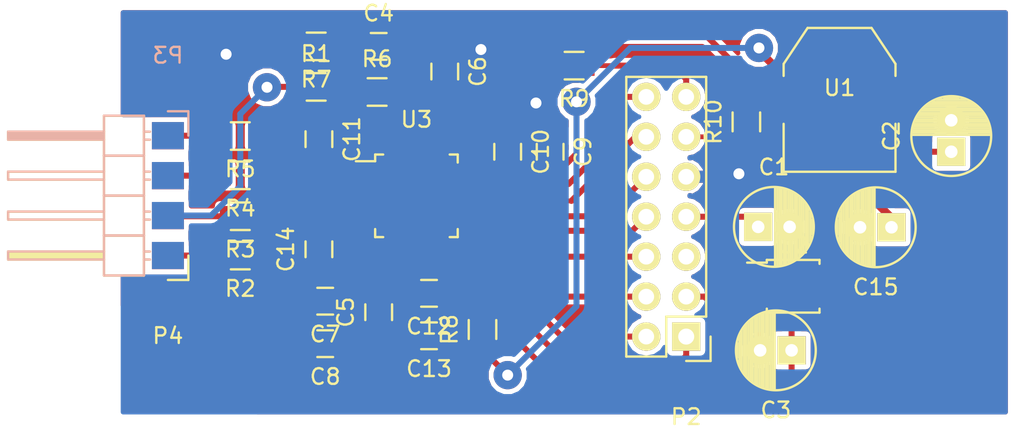
<source format=kicad_pcb>
(kicad_pcb (version 4) (host pcbnew 4.0.4+dfsg1-stable)

  (general
    (links 70)
    (no_connects 0)
    (area 91.247199 66.1472 156.7528 93.8028)
    (thickness 1.6)
    (drawings 2)
    (tracks 235)
    (zones 0)
    (modules 31)
    (nets 37)
  )

  (page A4)
  (layers
    (0 F.Cu signal)
    (31 B.Cu signal)
    (32 B.Adhes user)
    (33 F.Adhes user)
    (34 B.Paste user)
    (35 F.Paste user)
    (36 B.SilkS user)
    (37 F.SilkS user)
    (38 B.Mask user)
    (39 F.Mask user)
    (40 Dwgs.User user)
    (41 Cmts.User user)
    (42 Eco1.User user)
    (43 Eco2.User user)
    (44 Edge.Cuts user)
    (45 Margin user)
    (46 B.CrtYd user)
    (47 F.CrtYd user)
    (48 B.Fab user)
    (49 F.Fab user)
  )

  (setup
    (last_trace_width 0.381)
    (user_trace_width 0.381)
    (user_trace_width 0.508)
    (user_trace_width 0.635)
    (trace_clearance 0.1778)
    (zone_clearance 0.3048)
    (zone_45_only yes)
    (trace_min 0.2)
    (segment_width 0.2)
    (edge_width 0.15)
    (via_size 1.8)
    (via_drill 0.7)
    (via_min_size 0.4)
    (via_min_drill 0.3)
    (uvia_size 0.3)
    (uvia_drill 0.1)
    (uvias_allowed no)
    (uvia_min_size 0)
    (uvia_min_drill 0)
    (pcb_text_width 0.3)
    (pcb_text_size 1.5 1.5)
    (mod_edge_width 0.15)
    (mod_text_size 1 1)
    (mod_text_width 0.15)
    (pad_size 1.8 1.8)
    (pad_drill 1)
    (pad_to_mask_clearance 0.2)
    (aux_axis_origin 0 0)
    (visible_elements 7FFEFFFF)
    (pcbplotparams
      (layerselection 0x00030_80000001)
      (usegerberextensions false)
      (excludeedgelayer true)
      (linewidth 0.100000)
      (plotframeref false)
      (viasonmask false)
      (mode 1)
      (useauxorigin false)
      (hpglpennumber 1)
      (hpglpenspeed 20)
      (hpglpendiameter 15)
      (hpglpenoverlay 2)
      (psnegative false)
      (psa4output false)
      (plotreference true)
      (plotvalue true)
      (plotinvisibletext false)
      (padsonsilk false)
      (subtractmaskfromsilk false)
      (outputformat 1)
      (mirror false)
      (drillshape 1)
      (scaleselection 1)
      (outputdirectory ""))
  )

  (net 0 "")
  (net 1 GND)
  (net 2 "Net-(C7-Pad2)")
  (net 3 +3V3)
  (net 4 +5V)
  (net 5 "Net-(P2-Pad2)")
  (net 6 "Net-(P2-Pad4)")
  (net 7 "Net-(P2-Pad6)")
  (net 8 "Net-(P2-Pad8)")
  (net 9 "Net-(P2-Pad10)")
  (net 10 "Net-(P2-Pad11)")
  (net 11 "Net-(P2-Pad12)")
  (net 12 "Net-(P2-Pad13)")
  (net 13 "Net-(P2-Pad14)")
  (net 14 "Net-(C4-Pad1)")
  (net 15 "Net-(R2-Pad1)")
  (net 16 "Net-(R3-Pad1)")
  (net 17 "Net-(R4-Pad1)")
  (net 18 "Net-(R5-Pad1)")
  (net 19 "Net-(R9-Pad2)")
  (net 20 "Net-(R10-Pad2)")
  (net 21 +BATT)
  (net 22 "Net-(C4-Pad2)")
  (net 23 "Net-(C5-Pad2)")
  (net 24 "Net-(C6-Pad2)")
  (net 25 "Net-(C11-Pad1)")
  (net 26 "Net-(C11-Pad2)")
  (net 27 "Net-(C14-Pad1)")
  (net 28 "Net-(C14-Pad2)")
  (net 29 "Net-(P3-Pad3)")
  (net 30 "Net-(P4-Pad1)")
  (net 31 "Net-(P4-Pad2)")
  (net 32 "Net-(P4-Pad3)")
  (net 33 "Net-(P4-Pad4)")
  (net 34 "Net-(P2-Pad1)")
  (net 35 "Net-(P2-Pad3)")
  (net 36 "Net-(R6-Pad2)")

  (net_class Default "This is the default net class."
    (clearance 0.1778)
    (trace_width 0.3048)
    (via_dia 1.8)
    (via_drill 0.7)
    (uvia_dia 0.3)
    (uvia_drill 0.1)
    (add_net +3V3)
    (add_net +5V)
    (add_net +BATT)
    (add_net GND)
    (add_net "Net-(C11-Pad1)")
    (add_net "Net-(C11-Pad2)")
    (add_net "Net-(C14-Pad1)")
    (add_net "Net-(C14-Pad2)")
    (add_net "Net-(C4-Pad1)")
    (add_net "Net-(C4-Pad2)")
    (add_net "Net-(C5-Pad2)")
    (add_net "Net-(C6-Pad2)")
    (add_net "Net-(C7-Pad2)")
    (add_net "Net-(P2-Pad1)")
    (add_net "Net-(P2-Pad10)")
    (add_net "Net-(P2-Pad11)")
    (add_net "Net-(P2-Pad12)")
    (add_net "Net-(P2-Pad13)")
    (add_net "Net-(P2-Pad14)")
    (add_net "Net-(P2-Pad2)")
    (add_net "Net-(P2-Pad3)")
    (add_net "Net-(P2-Pad4)")
    (add_net "Net-(P2-Pad6)")
    (add_net "Net-(P2-Pad8)")
    (add_net "Net-(P3-Pad3)")
    (add_net "Net-(P4-Pad1)")
    (add_net "Net-(P4-Pad2)")
    (add_net "Net-(P4-Pad3)")
    (add_net "Net-(P4-Pad4)")
    (add_net "Net-(R10-Pad2)")
    (add_net "Net-(R2-Pad1)")
    (add_net "Net-(R3-Pad1)")
    (add_net "Net-(R4-Pad1)")
    (add_net "Net-(R5-Pad1)")
    (add_net "Net-(R6-Pad2)")
    (add_net "Net-(R9-Pad2)")
  )

  (module Capacitors_SMD:C_0805 (layer F.Cu) (tedit 5415D6EA) (tstamp 581BABE4)
    (at 112.1 85.4 180)
    (descr "Capacitor SMD 0805, reflow soldering, AVX (see smccp.pdf)")
    (tags "capacitor 0805")
    (path /5818EE1F)
    (attr smd)
    (fp_text reference C7 (at 0 -2.1 180) (layer F.SilkS)
      (effects (font (size 1 1) (thickness 0.15)))
    )
    (fp_text value 0.1u (at 0 2.1 180) (layer F.Fab)
      (effects (font (size 1 1) (thickness 0.15)))
    )
    (fp_line (start -1.8 -1) (end 1.8 -1) (layer F.CrtYd) (width 0.05))
    (fp_line (start -1.8 1) (end 1.8 1) (layer F.CrtYd) (width 0.05))
    (fp_line (start -1.8 -1) (end -1.8 1) (layer F.CrtYd) (width 0.05))
    (fp_line (start 1.8 -1) (end 1.8 1) (layer F.CrtYd) (width 0.05))
    (fp_line (start 0.5 -0.85) (end -0.5 -0.85) (layer F.SilkS) (width 0.15))
    (fp_line (start -0.5 0.85) (end 0.5 0.85) (layer F.SilkS) (width 0.15))
    (pad 1 smd rect (at -1 0 180) (size 1 1.25) (layers F.Cu F.Paste F.Mask)
      (net 1 GND))
    (pad 2 smd rect (at 1 0 180) (size 1 1.25) (layers F.Cu F.Paste F.Mask)
      (net 2 "Net-(C7-Pad2)"))
    (model Capacitors_SMD.3dshapes/C_0805.wrl
      (at (xyz 0 0 0))
      (scale (xyz 1 1 1))
      (rotate (xyz 0 0 0))
    )
  )

  (module Capacitors_SMD:C_0805 (layer F.Cu) (tedit 5415D6EA) (tstamp 581BABEA)
    (at 126.4 75.9 270)
    (descr "Capacitor SMD 0805, reflow soldering, AVX (see smccp.pdf)")
    (tags "capacitor 0805")
    (path /58190164)
    (attr smd)
    (fp_text reference C9 (at 0 -2.1 270) (layer F.SilkS)
      (effects (font (size 1 1) (thickness 0.15)))
    )
    (fp_text value 0.1u (at 0 2.1 270) (layer F.Fab)
      (effects (font (size 1 1) (thickness 0.15)))
    )
    (fp_line (start -1.8 -1) (end 1.8 -1) (layer F.CrtYd) (width 0.05))
    (fp_line (start -1.8 1) (end 1.8 1) (layer F.CrtYd) (width 0.05))
    (fp_line (start -1.8 -1) (end -1.8 1) (layer F.CrtYd) (width 0.05))
    (fp_line (start 1.8 -1) (end 1.8 1) (layer F.CrtYd) (width 0.05))
    (fp_line (start 0.5 -0.85) (end -0.5 -0.85) (layer F.SilkS) (width 0.15))
    (fp_line (start -0.5 0.85) (end 0.5 0.85) (layer F.SilkS) (width 0.15))
    (pad 1 smd rect (at -1 0 270) (size 1 1.25) (layers F.Cu F.Paste F.Mask)
      (net 1 GND))
    (pad 2 smd rect (at 1 0 270) (size 1 1.25) (layers F.Cu F.Paste F.Mask)
      (net 3 +3V3))
    (model Capacitors_SMD.3dshapes/C_0805.wrl
      (at (xyz 0 0 0))
      (scale (xyz 1 1 1))
      (rotate (xyz 0 0 0))
    )
  )

  (module Capacitors_SMD:C_0805 (layer F.Cu) (tedit 5415D6EA) (tstamp 581BABF0)
    (at 118.7 84.9 180)
    (descr "Capacitor SMD 0805, reflow soldering, AVX (see smccp.pdf)")
    (tags "capacitor 0805")
    (path /5818FEA7)
    (attr smd)
    (fp_text reference C12 (at 0 -2.1 180) (layer F.SilkS)
      (effects (font (size 1 1) (thickness 0.15)))
    )
    (fp_text value 0.1u (at 0 2.1 180) (layer F.Fab)
      (effects (font (size 1 1) (thickness 0.15)))
    )
    (fp_line (start -1.8 -1) (end 1.8 -1) (layer F.CrtYd) (width 0.05))
    (fp_line (start -1.8 1) (end 1.8 1) (layer F.CrtYd) (width 0.05))
    (fp_line (start -1.8 -1) (end -1.8 1) (layer F.CrtYd) (width 0.05))
    (fp_line (start 1.8 -1) (end 1.8 1) (layer F.CrtYd) (width 0.05))
    (fp_line (start 0.5 -0.85) (end -0.5 -0.85) (layer F.SilkS) (width 0.15))
    (fp_line (start -0.5 0.85) (end 0.5 0.85) (layer F.SilkS) (width 0.15))
    (pad 1 smd rect (at -1 0 180) (size 1 1.25) (layers F.Cu F.Paste F.Mask)
      (net 1 GND))
    (pad 2 smd rect (at 1 0 180) (size 1 1.25) (layers F.Cu F.Paste F.Mask)
      (net 4 +5V))
    (model Capacitors_SMD.3dshapes/C_0805.wrl
      (at (xyz 0 0 0))
      (scale (xyz 1 1 1))
      (rotate (xyz 0 0 0))
    )
  )

  (module Pin_Headers:Pin_Header_Straight_2x07 (layer F.Cu) (tedit 58374201) (tstamp 581BAC02)
    (at 135.05 87.65 180)
    (descr "Through hole pin header")
    (tags "pin header")
    (path /581BF5C3)
    (fp_text reference P2 (at 0 -5.1 180) (layer F.SilkS)
      (effects (font (size 1 1) (thickness 0.15)))
    )
    (fp_text value CONN_02X07 (at 0 -3.1 180) (layer F.Fab)
      (effects (font (size 1 1) (thickness 0.15)))
    )
    (fp_line (start -1.75 -1.75) (end -1.75 17) (layer F.CrtYd) (width 0.05))
    (fp_line (start 4.3 -1.75) (end 4.3 17) (layer F.CrtYd) (width 0.05))
    (fp_line (start -1.75 -1.75) (end 4.3 -1.75) (layer F.CrtYd) (width 0.05))
    (fp_line (start -1.75 17) (end 4.3 17) (layer F.CrtYd) (width 0.05))
    (fp_line (start 3.81 16.51) (end 3.81 -1.27) (layer F.SilkS) (width 0.15))
    (fp_line (start -1.27 1.27) (end -1.27 16.51) (layer F.SilkS) (width 0.15))
    (fp_line (start 3.81 16.51) (end -1.27 16.51) (layer F.SilkS) (width 0.15))
    (fp_line (start 3.81 -1.27) (end 1.27 -1.27) (layer F.SilkS) (width 0.15))
    (fp_line (start 0 -1.55) (end -1.55 -1.55) (layer F.SilkS) (width 0.15))
    (fp_line (start 1.27 -1.27) (end 1.27 1.27) (layer F.SilkS) (width 0.15))
    (fp_line (start 1.27 1.27) (end -1.27 1.27) (layer F.SilkS) (width 0.15))
    (fp_line (start -1.55 -1.55) (end -1.55 0) (layer F.SilkS) (width 0.15))
    (pad 1 thru_hole rect (at 0 0 180) (size 1.8 1.8) (drill 1.016) (layers *.Cu *.Mask F.SilkS)
      (net 34 "Net-(P2-Pad1)"))
    (pad 2 thru_hole oval (at 2.54 0 180) (size 1.8 1.8) (drill 1) (layers *.Cu *.Mask F.SilkS)
      (net 5 "Net-(P2-Pad2)"))
    (pad 3 thru_hole oval (at 0 2.54 180) (size 1.8 1.8) (drill 1) (layers *.Cu *.Mask F.SilkS)
      (net 35 "Net-(P2-Pad3)"))
    (pad 4 thru_hole oval (at 2.54 2.54 180) (size 1.8 1.8) (drill 1) (layers *.Cu *.Mask F.SilkS)
      (net 6 "Net-(P2-Pad4)"))
    (pad 5 thru_hole oval (at 0 5.08 180) (size 1.8 1.8) (drill 1) (layers *.Cu *.Mask F.SilkS))
    (pad 6 thru_hole oval (at 2.54 5.08 180) (size 1.8 1.8) (drill 1) (layers *.Cu *.Mask F.SilkS)
      (net 7 "Net-(P2-Pad6)"))
    (pad 7 thru_hole oval (at 0 7.62 180) (size 1.8 1.8) (drill 1) (layers *.Cu *.Mask F.SilkS)
      (net 21 +BATT))
    (pad 8 thru_hole oval (at 2.54 7.62 180) (size 1.8 1.8) (drill 1) (layers *.Cu *.Mask F.SilkS)
      (net 8 "Net-(P2-Pad8)"))
    (pad 9 thru_hole oval (at 0 10.16 180) (size 1.8 1.8) (drill 1) (layers *.Cu *.Mask F.SilkS)
      (net 1 GND))
    (pad 10 thru_hole oval (at 2.54 10.16 180) (size 1.8 1.8) (drill 1) (layers *.Cu *.Mask F.SilkS)
      (net 9 "Net-(P2-Pad10)"))
    (pad 11 thru_hole oval (at 0 12.7 180) (size 1.8 1.8) (drill 1) (layers *.Cu *.Mask F.SilkS)
      (net 10 "Net-(P2-Pad11)"))
    (pad 12 thru_hole oval (at 2.54 12.7 180) (size 1.8 1.8) (drill 1) (layers *.Cu *.Mask F.SilkS)
      (net 11 "Net-(P2-Pad12)"))
    (pad 13 thru_hole oval (at 0 15.24 180) (size 1.8 1.8) (drill 1) (layers *.Cu *.Mask F.SilkS)
      (net 12 "Net-(P2-Pad13)"))
    (pad 14 thru_hole oval (at 2.54 15.24 180) (size 1.8 1.8) (drill 1) (layers *.Cu *.Mask F.SilkS)
      (net 13 "Net-(P2-Pad14)"))
    (model Pin_Headers.3dshapes/Pin_Header_Straight_2x07.wrl
      (at (xyz 0.05 -0.3 0))
      (scale (xyz 1 1 1))
      (rotate (xyz 0 0 90))
    )
  )

  (module Resistors_SMD:R_0805 (layer F.Cu) (tedit 5415CDEB) (tstamp 581BAC08)
    (at 111.525 71.775)
    (descr "Resistor SMD 0805, reflow soldering, Vishay (see dcrcw.pdf)")
    (tags "resistor 0805")
    (path /58191DC9)
    (attr smd)
    (fp_text reference R1 (at 0 -2.1) (layer F.SilkS)
      (effects (font (size 1 1) (thickness 0.15)))
    )
    (fp_text value 100k (at 0 2.1) (layer F.Fab)
      (effects (font (size 1 1) (thickness 0.15)))
    )
    (fp_line (start -1.6 -1) (end 1.6 -1) (layer F.CrtYd) (width 0.05))
    (fp_line (start -1.6 1) (end 1.6 1) (layer F.CrtYd) (width 0.05))
    (fp_line (start -1.6 -1) (end -1.6 1) (layer F.CrtYd) (width 0.05))
    (fp_line (start 1.6 -1) (end 1.6 1) (layer F.CrtYd) (width 0.05))
    (fp_line (start 0.6 0.875) (end -0.6 0.875) (layer F.SilkS) (width 0.15))
    (fp_line (start -0.6 -0.875) (end 0.6 -0.875) (layer F.SilkS) (width 0.15))
    (pad 1 smd rect (at -0.95 0) (size 0.7 1.3) (layers F.Cu F.Paste F.Mask)
      (net 29 "Net-(P3-Pad3)"))
    (pad 2 smd rect (at 0.95 0) (size 0.7 1.3) (layers F.Cu F.Paste F.Mask)
      (net 14 "Net-(C4-Pad1)"))
    (model Resistors_SMD.3dshapes/R_0805.wrl
      (at (xyz 0 0 0))
      (scale (xyz 1 1 1))
      (rotate (xyz 0 0 0))
    )
  )

  (module Resistors_SMD:R_0805 (layer F.Cu) (tedit 5415CDEB) (tstamp 581BAC0E)
    (at 106.7 82.5 180)
    (descr "Resistor SMD 0805, reflow soldering, Vishay (see dcrcw.pdf)")
    (tags "resistor 0805")
    (path /58190734)
    (attr smd)
    (fp_text reference R2 (at 0 -2.1 180) (layer F.SilkS)
      (effects (font (size 1 1) (thickness 0.15)))
    )
    (fp_text value 51k (at 0 2.1 180) (layer F.Fab)
      (effects (font (size 1 1) (thickness 0.15)))
    )
    (fp_line (start -1.6 -1) (end 1.6 -1) (layer F.CrtYd) (width 0.05))
    (fp_line (start -1.6 1) (end 1.6 1) (layer F.CrtYd) (width 0.05))
    (fp_line (start -1.6 -1) (end -1.6 1) (layer F.CrtYd) (width 0.05))
    (fp_line (start 1.6 -1) (end 1.6 1) (layer F.CrtYd) (width 0.05))
    (fp_line (start 0.6 0.875) (end -0.6 0.875) (layer F.SilkS) (width 0.15))
    (fp_line (start -0.6 -0.875) (end 0.6 -0.875) (layer F.SilkS) (width 0.15))
    (pad 1 smd rect (at -0.95 0 180) (size 0.7 1.3) (layers F.Cu F.Paste F.Mask)
      (net 15 "Net-(R2-Pad1)"))
    (pad 2 smd rect (at 0.95 0 180) (size 0.7 1.3) (layers F.Cu F.Paste F.Mask)
      (net 30 "Net-(P4-Pad1)"))
    (model Resistors_SMD.3dshapes/R_0805.wrl
      (at (xyz 0 0 0))
      (scale (xyz 1 1 1))
      (rotate (xyz 0 0 0))
    )
  )

  (module Resistors_SMD:R_0805 (layer F.Cu) (tedit 5415CDEB) (tstamp 581BAC14)
    (at 106.7 80 180)
    (descr "Resistor SMD 0805, reflow soldering, Vishay (see dcrcw.pdf)")
    (tags "resistor 0805")
    (path /581907B3)
    (attr smd)
    (fp_text reference R3 (at 0 -2.1 180) (layer F.SilkS)
      (effects (font (size 1 1) (thickness 0.15)))
    )
    (fp_text value 51k (at 0 2.1 180) (layer F.Fab)
      (effects (font (size 1 1) (thickness 0.15)))
    )
    (fp_line (start -1.6 -1) (end 1.6 -1) (layer F.CrtYd) (width 0.05))
    (fp_line (start -1.6 1) (end 1.6 1) (layer F.CrtYd) (width 0.05))
    (fp_line (start -1.6 -1) (end -1.6 1) (layer F.CrtYd) (width 0.05))
    (fp_line (start 1.6 -1) (end 1.6 1) (layer F.CrtYd) (width 0.05))
    (fp_line (start 0.6 0.875) (end -0.6 0.875) (layer F.SilkS) (width 0.15))
    (fp_line (start -0.6 -0.875) (end 0.6 -0.875) (layer F.SilkS) (width 0.15))
    (pad 1 smd rect (at -0.95 0 180) (size 0.7 1.3) (layers F.Cu F.Paste F.Mask)
      (net 16 "Net-(R3-Pad1)"))
    (pad 2 smd rect (at 0.95 0 180) (size 0.7 1.3) (layers F.Cu F.Paste F.Mask)
      (net 31 "Net-(P4-Pad2)"))
    (model Resistors_SMD.3dshapes/R_0805.wrl
      (at (xyz 0 0 0))
      (scale (xyz 1 1 1))
      (rotate (xyz 0 0 0))
    )
  )

  (module Resistors_SMD:R_0805 (layer F.Cu) (tedit 5415CDEB) (tstamp 581BAC1A)
    (at 106.7 77.4 180)
    (descr "Resistor SMD 0805, reflow soldering, Vishay (see dcrcw.pdf)")
    (tags "resistor 0805")
    (path /581907EC)
    (attr smd)
    (fp_text reference R4 (at 0 -2.1 180) (layer F.SilkS)
      (effects (font (size 1 1) (thickness 0.15)))
    )
    (fp_text value 51k (at 0 2.1 180) (layer F.Fab)
      (effects (font (size 1 1) (thickness 0.15)))
    )
    (fp_line (start -1.6 -1) (end 1.6 -1) (layer F.CrtYd) (width 0.05))
    (fp_line (start -1.6 1) (end 1.6 1) (layer F.CrtYd) (width 0.05))
    (fp_line (start -1.6 -1) (end -1.6 1) (layer F.CrtYd) (width 0.05))
    (fp_line (start 1.6 -1) (end 1.6 1) (layer F.CrtYd) (width 0.05))
    (fp_line (start 0.6 0.875) (end -0.6 0.875) (layer F.SilkS) (width 0.15))
    (fp_line (start -0.6 -0.875) (end 0.6 -0.875) (layer F.SilkS) (width 0.15))
    (pad 1 smd rect (at -0.95 0 180) (size 0.7 1.3) (layers F.Cu F.Paste F.Mask)
      (net 17 "Net-(R4-Pad1)"))
    (pad 2 smd rect (at 0.95 0 180) (size 0.7 1.3) (layers F.Cu F.Paste F.Mask)
      (net 32 "Net-(P4-Pad3)"))
    (model Resistors_SMD.3dshapes/R_0805.wrl
      (at (xyz 0 0 0))
      (scale (xyz 1 1 1))
      (rotate (xyz 0 0 0))
    )
  )

  (module Resistors_SMD:R_0805 (layer F.Cu) (tedit 5415CDEB) (tstamp 581BAC20)
    (at 106.7 74.9 180)
    (descr "Resistor SMD 0805, reflow soldering, Vishay (see dcrcw.pdf)")
    (tags "resistor 0805")
    (path /5819082C)
    (attr smd)
    (fp_text reference R5 (at 0 -2.1 180) (layer F.SilkS)
      (effects (font (size 1 1) (thickness 0.15)))
    )
    (fp_text value 51k (at 0 2.1 180) (layer F.Fab)
      (effects (font (size 1 1) (thickness 0.15)))
    )
    (fp_line (start -1.6 -1) (end 1.6 -1) (layer F.CrtYd) (width 0.05))
    (fp_line (start -1.6 1) (end 1.6 1) (layer F.CrtYd) (width 0.05))
    (fp_line (start -1.6 -1) (end -1.6 1) (layer F.CrtYd) (width 0.05))
    (fp_line (start 1.6 -1) (end 1.6 1) (layer F.CrtYd) (width 0.05))
    (fp_line (start 0.6 0.875) (end -0.6 0.875) (layer F.SilkS) (width 0.15))
    (fp_line (start -0.6 -0.875) (end 0.6 -0.875) (layer F.SilkS) (width 0.15))
    (pad 1 smd rect (at -0.95 0 180) (size 0.7 1.3) (layers F.Cu F.Paste F.Mask)
      (net 18 "Net-(R5-Pad1)"))
    (pad 2 smd rect (at 0.95 0 180) (size 0.7 1.3) (layers F.Cu F.Paste F.Mask)
      (net 33 "Net-(P4-Pad4)"))
    (model Resistors_SMD.3dshapes/R_0805.wrl
      (at (xyz 0 0 0))
      (scale (xyz 1 1 1))
      (rotate (xyz 0 0 0))
    )
  )

  (module Resistors_SMD:R_0805 (layer F.Cu) (tedit 5415CDEB) (tstamp 581BAC26)
    (at 115.4 72.1)
    (descr "Resistor SMD 0805, reflow soldering, Vishay (see dcrcw.pdf)")
    (tags "resistor 0805")
    (path /58191894)
    (attr smd)
    (fp_text reference R6 (at 0 -2.1) (layer F.SilkS)
      (effects (font (size 1 1) (thickness 0.15)))
    )
    (fp_text value 100k (at 0 2.1) (layer F.Fab)
      (effects (font (size 1 1) (thickness 0.15)))
    )
    (fp_line (start -1.6 -1) (end 1.6 -1) (layer F.CrtYd) (width 0.05))
    (fp_line (start -1.6 1) (end 1.6 1) (layer F.CrtYd) (width 0.05))
    (fp_line (start -1.6 -1) (end -1.6 1) (layer F.CrtYd) (width 0.05))
    (fp_line (start 1.6 -1) (end 1.6 1) (layer F.CrtYd) (width 0.05))
    (fp_line (start 0.6 0.875) (end -0.6 0.875) (layer F.SilkS) (width 0.15))
    (fp_line (start -0.6 -0.875) (end 0.6 -0.875) (layer F.SilkS) (width 0.15))
    (pad 1 smd rect (at -0.95 0) (size 0.7 1.3) (layers F.Cu F.Paste F.Mask)
      (net 14 "Net-(C4-Pad1)"))
    (pad 2 smd rect (at 0.95 0) (size 0.7 1.3) (layers F.Cu F.Paste F.Mask)
      (net 36 "Net-(R6-Pad2)"))
    (model Resistors_SMD.3dshapes/R_0805.wrl
      (at (xyz 0 0 0))
      (scale (xyz 1 1 1))
      (rotate (xyz 0 0 0))
    )
  )

  (module Resistors_SMD:R_0805 (layer F.Cu) (tedit 5415CDEB) (tstamp 581BAC2C)
    (at 122.1 87.2 90)
    (descr "Resistor SMD 0805, reflow soldering, Vishay (see dcrcw.pdf)")
    (tags "resistor 0805")
    (path /581B9482)
    (attr smd)
    (fp_text reference R8 (at 0 -2.1 90) (layer F.SilkS)
      (effects (font (size 1 1) (thickness 0.15)))
    )
    (fp_text value 10k (at 0 2.1 90) (layer F.Fab)
      (effects (font (size 1 1) (thickness 0.15)))
    )
    (fp_line (start -1.6 -1) (end 1.6 -1) (layer F.CrtYd) (width 0.05))
    (fp_line (start -1.6 1) (end 1.6 1) (layer F.CrtYd) (width 0.05))
    (fp_line (start -1.6 -1) (end -1.6 1) (layer F.CrtYd) (width 0.05))
    (fp_line (start 1.6 -1) (end 1.6 1) (layer F.CrtYd) (width 0.05))
    (fp_line (start 0.6 0.875) (end -0.6 0.875) (layer F.SilkS) (width 0.15))
    (fp_line (start -0.6 -0.875) (end 0.6 -0.875) (layer F.SilkS) (width 0.15))
    (pad 1 smd rect (at -0.95 0 90) (size 0.7 1.3) (layers F.Cu F.Paste F.Mask)
      (net 3 +3V3))
    (pad 2 smd rect (at 0.95 0 90) (size 0.7 1.3) (layers F.Cu F.Paste F.Mask)
      (net 35 "Net-(P2-Pad3)"))
    (model Resistors_SMD.3dshapes/R_0805.wrl
      (at (xyz 0 0 0))
      (scale (xyz 1 1 1))
      (rotate (xyz 0 0 0))
    )
  )

  (module Resistors_SMD:R_0805 (layer F.Cu) (tedit 5415CDEB) (tstamp 581BAC32)
    (at 127.925 70.425 180)
    (descr "Resistor SMD 0805, reflow soldering, Vishay (see dcrcw.pdf)")
    (tags "resistor 0805")
    (path /581BE3B4)
    (attr smd)
    (fp_text reference R9 (at 0 -2.1 180) (layer F.SilkS)
      (effects (font (size 1 1) (thickness 0.15)))
    )
    (fp_text value 10k (at 0 2.1 180) (layer F.Fab)
      (effects (font (size 1 1) (thickness 0.15)))
    )
    (fp_line (start -1.6 -1) (end 1.6 -1) (layer F.CrtYd) (width 0.05))
    (fp_line (start -1.6 1) (end 1.6 1) (layer F.CrtYd) (width 0.05))
    (fp_line (start -1.6 -1) (end -1.6 1) (layer F.CrtYd) (width 0.05))
    (fp_line (start 1.6 -1) (end 1.6 1) (layer F.CrtYd) (width 0.05))
    (fp_line (start 0.6 0.875) (end -0.6 0.875) (layer F.SilkS) (width 0.15))
    (fp_line (start -0.6 -0.875) (end 0.6 -0.875) (layer F.SilkS) (width 0.15))
    (pad 1 smd rect (at -0.95 0 180) (size 0.7 1.3) (layers F.Cu F.Paste F.Mask)
      (net 12 "Net-(P2-Pad13)"))
    (pad 2 smd rect (at 0.95 0 180) (size 0.7 1.3) (layers F.Cu F.Paste F.Mask)
      (net 19 "Net-(R9-Pad2)"))
    (model Resistors_SMD.3dshapes/R_0805.wrl
      (at (xyz 0 0 0))
      (scale (xyz 1 1 1))
      (rotate (xyz 0 0 0))
    )
  )

  (module Resistors_SMD:R_0805 (layer F.Cu) (tedit 5415CDEB) (tstamp 581BAC38)
    (at 138.875 74 90)
    (descr "Resistor SMD 0805, reflow soldering, Vishay (see dcrcw.pdf)")
    (tags "resistor 0805")
    (path /581BE542)
    (attr smd)
    (fp_text reference R10 (at 0 -2.1 90) (layer F.SilkS)
      (effects (font (size 1 1) (thickness 0.15)))
    )
    (fp_text value 10k (at 0 2.1 90) (layer F.Fab)
      (effects (font (size 1 1) (thickness 0.15)))
    )
    (fp_line (start -1.6 -1) (end 1.6 -1) (layer F.CrtYd) (width 0.05))
    (fp_line (start -1.6 1) (end 1.6 1) (layer F.CrtYd) (width 0.05))
    (fp_line (start -1.6 -1) (end -1.6 1) (layer F.CrtYd) (width 0.05))
    (fp_line (start 1.6 -1) (end 1.6 1) (layer F.CrtYd) (width 0.05))
    (fp_line (start 0.6 0.875) (end -0.6 0.875) (layer F.SilkS) (width 0.15))
    (fp_line (start -0.6 -0.875) (end 0.6 -0.875) (layer F.SilkS) (width 0.15))
    (pad 1 smd rect (at -0.95 0 90) (size 0.7 1.3) (layers F.Cu F.Paste F.Mask)
      (net 10 "Net-(P2-Pad11)"))
    (pad 2 smd rect (at 0.95 0 90) (size 0.7 1.3) (layers F.Cu F.Paste F.Mask)
      (net 20 "Net-(R10-Pad2)"))
    (model Resistors_SMD.3dshapes/R_0805.wrl
      (at (xyz 0 0 0))
      (scale (xyz 1 1 1))
      (rotate (xyz 0 0 0))
    )
  )

  (module Housings_QFP:LQFP-32_5x5mm_Pitch0.5mm (layer F.Cu) (tedit 54130A77) (tstamp 581BAC5C)
    (at 117.9 78.7)
    (descr "LQFP32: plastic low profile quad flat package; 32 leads; body 5 x 5 x 1.4 mm (see NXP sot401-1_fr.pdf and sot401-1_po.pdf)")
    (tags "QFP 0.5")
    (path /58127143)
    (attr smd)
    (fp_text reference U3 (at 0 -4.85) (layer F.SilkS)
      (effects (font (size 1 1) (thickness 0.15)))
    )
    (fp_text value ADS1292 (at 0 4.85) (layer F.Fab)
      (effects (font (size 1 1) (thickness 0.15)))
    )
    (fp_text user %R (at 0 0) (layer F.Fab)
      (effects (font (size 1 1) (thickness 0.15)))
    )
    (fp_line (start -1.5 -2.5) (end 2.5 -2.5) (layer F.Fab) (width 0.15))
    (fp_line (start 2.5 -2.5) (end 2.5 2.5) (layer F.Fab) (width 0.15))
    (fp_line (start 2.5 2.5) (end -2.5 2.5) (layer F.Fab) (width 0.15))
    (fp_line (start -2.5 2.5) (end -2.5 -1.5) (layer F.Fab) (width 0.15))
    (fp_line (start -2.5 -1.5) (end -1.5 -2.5) (layer F.Fab) (width 0.15))
    (fp_line (start -4.1 -4.1) (end -4.1 4.1) (layer F.CrtYd) (width 0.05))
    (fp_line (start 4.1 -4.1) (end 4.1 4.1) (layer F.CrtYd) (width 0.05))
    (fp_line (start -4.1 -4.1) (end 4.1 -4.1) (layer F.CrtYd) (width 0.05))
    (fp_line (start -4.1 4.1) (end 4.1 4.1) (layer F.CrtYd) (width 0.05))
    (fp_line (start -2.625 -2.625) (end -2.625 -2.2) (layer F.SilkS) (width 0.15))
    (fp_line (start 2.625 -2.625) (end 2.625 -2.115) (layer F.SilkS) (width 0.15))
    (fp_line (start 2.625 2.625) (end 2.625 2.115) (layer F.SilkS) (width 0.15))
    (fp_line (start -2.625 2.625) (end -2.625 2.115) (layer F.SilkS) (width 0.15))
    (fp_line (start -2.625 -2.625) (end -2.115 -2.625) (layer F.SilkS) (width 0.15))
    (fp_line (start -2.625 2.625) (end -2.115 2.625) (layer F.SilkS) (width 0.15))
    (fp_line (start 2.625 2.625) (end 2.115 2.625) (layer F.SilkS) (width 0.15))
    (fp_line (start 2.625 -2.625) (end 2.115 -2.625) (layer F.SilkS) (width 0.15))
    (fp_line (start -2.625 -2.2) (end -3.85 -2.2) (layer F.SilkS) (width 0.15))
    (pad 1 smd rect (at -3.25 -1.75) (size 1.2 0.28) (layers F.Cu F.Paste F.Mask)
      (net 25 "Net-(C11-Pad1)"))
    (pad 2 smd rect (at -3.25 -1.25) (size 1.2 0.28) (layers F.Cu F.Paste F.Mask)
      (net 26 "Net-(C11-Pad2)"))
    (pad 3 smd rect (at -3.25 -0.75) (size 1.2 0.28) (layers F.Cu F.Paste F.Mask)
      (net 18 "Net-(R5-Pad1)"))
    (pad 4 smd rect (at -3.25 -0.25) (size 1.2 0.28) (layers F.Cu F.Paste F.Mask)
      (net 17 "Net-(R4-Pad1)"))
    (pad 5 smd rect (at -3.25 0.25) (size 1.2 0.28) (layers F.Cu F.Paste F.Mask)
      (net 16 "Net-(R3-Pad1)"))
    (pad 6 smd rect (at -3.25 0.75) (size 1.2 0.28) (layers F.Cu F.Paste F.Mask)
      (net 15 "Net-(R2-Pad1)"))
    (pad 7 smd rect (at -3.25 1.25) (size 1.2 0.28) (layers F.Cu F.Paste F.Mask)
      (net 28 "Net-(C14-Pad2)"))
    (pad 8 smd rect (at -3.25 1.75) (size 1.2 0.28) (layers F.Cu F.Paste F.Mask)
      (net 27 "Net-(C14-Pad1)"))
    (pad 9 smd rect (at -1.75 3.25 90) (size 1.2 0.28) (layers F.Cu F.Paste F.Mask)
      (net 2 "Net-(C7-Pad2)"))
    (pad 10 smd rect (at -1.25 3.25 90) (size 1.2 0.28) (layers F.Cu F.Paste F.Mask)
      (net 1 GND))
    (pad 11 smd rect (at -0.75 3.25 90) (size 1.2 0.28) (layers F.Cu F.Paste F.Mask)
      (net 23 "Net-(C5-Pad2)"))
    (pad 12 smd rect (at -0.25 3.25 90) (size 1.2 0.28) (layers F.Cu F.Paste F.Mask)
      (net 4 +5V))
    (pad 13 smd rect (at 0.25 3.25 90) (size 1.2 0.28) (layers F.Cu F.Paste F.Mask)
      (net 1 GND))
    (pad 14 smd rect (at 0.75 3.25 90) (size 1.2 0.28) (layers F.Cu F.Paste F.Mask)
      (net 35 "Net-(P2-Pad3)"))
    (pad 15 smd rect (at 1.25 3.25 90) (size 1.2 0.28) (layers F.Cu F.Paste F.Mask)
      (net 34 "Net-(P2-Pad1)"))
    (pad 16 smd rect (at 1.75 3.25 90) (size 1.2 0.28) (layers F.Cu F.Paste F.Mask)
      (net 5 "Net-(P2-Pad2)"))
    (pad 17 smd rect (at 3.25 1.75) (size 1.2 0.28) (layers F.Cu F.Paste F.Mask)
      (net 6 "Net-(P2-Pad4)"))
    (pad 18 smd rect (at 3.25 1.25) (size 1.2 0.28) (layers F.Cu F.Paste F.Mask)
      (net 7 "Net-(P2-Pad6)"))
    (pad 19 smd rect (at 3.25 0.75) (size 1.2 0.28) (layers F.Cu F.Paste F.Mask)
      (net 8 "Net-(P2-Pad8)"))
    (pad 20 smd rect (at 3.25 0.25) (size 1.2 0.28) (layers F.Cu F.Paste F.Mask)
      (net 9 "Net-(P2-Pad10)"))
    (pad 21 smd rect (at 3.25 -0.25) (size 1.2 0.28) (layers F.Cu F.Paste F.Mask)
      (net 11 "Net-(P2-Pad12)"))
    (pad 22 smd rect (at 3.25 -0.75) (size 1.2 0.28) (layers F.Cu F.Paste F.Mask)
      (net 13 "Net-(P2-Pad14)"))
    (pad 23 smd rect (at 3.25 -1.25) (size 1.2 0.28) (layers F.Cu F.Paste F.Mask)
      (net 3 +3V3))
    (pad 24 smd rect (at 3.25 -1.75) (size 1.2 0.28) (layers F.Cu F.Paste F.Mask)
      (net 1 GND))
    (pad 25 smd rect (at 1.75 -3.25 90) (size 1.2 0.28) (layers F.Cu F.Paste F.Mask)
      (net 19 "Net-(R9-Pad2)"))
    (pad 26 smd rect (at 1.25 -3.25 90) (size 1.2 0.28) (layers F.Cu F.Paste F.Mask)
      (net 20 "Net-(R10-Pad2)"))
    (pad 27 smd rect (at 0.75 -3.25 90) (size 1.2 0.28) (layers F.Cu F.Paste F.Mask)
      (net 24 "Net-(C6-Pad2)"))
    (pad 28 smd rect (at 0.25 -3.25 90) (size 1.2 0.28) (layers F.Cu F.Paste F.Mask)
      (net 22 "Net-(C4-Pad2)"))
    (pad 29 smd rect (at -0.25 -3.25 90) (size 1.2 0.28) (layers F.Cu F.Paste F.Mask)
      (net 36 "Net-(R6-Pad2)"))
    (pad 30 smd rect (at -0.75 -3.25 90) (size 1.2 0.28) (layers F.Cu F.Paste F.Mask)
      (net 14 "Net-(C4-Pad1)"))
    (pad 31 smd rect (at -1.25 -3.25 90) (size 1.2 0.28) (layers F.Cu F.Paste F.Mask)
      (net 4 +5V))
    (pad 32 smd rect (at -1.75 -3.25 90) (size 1.2 0.28) (layers F.Cu F.Paste F.Mask)
      (net 4 +5V))
    (model Housings_QFP.3dshapes/LQFP-32_5x5mm_Pitch0.5mm.wrl
      (at (xyz 0 0 0))
      (scale (xyz 1 1 1))
      (rotate (xyz 0 0 0))
    )
  )

  (module Capacitors_SMD:C_0805 (layer F.Cu) (tedit 5415D6EA) (tstamp 58210297)
    (at 115.5 69.2)
    (descr "Capacitor SMD 0805, reflow soldering, AVX (see smccp.pdf)")
    (tags "capacitor 0805")
    (path /58191C15)
    (attr smd)
    (fp_text reference C4 (at 0 -2.1) (layer F.SilkS)
      (effects (font (size 1 1) (thickness 0.15)))
    )
    (fp_text value 1.5n (at 0 2.1) (layer F.Fab)
      (effects (font (size 1 1) (thickness 0.15)))
    )
    (fp_line (start -1.8 -1) (end 1.8 -1) (layer F.CrtYd) (width 0.05))
    (fp_line (start -1.8 1) (end 1.8 1) (layer F.CrtYd) (width 0.05))
    (fp_line (start -1.8 -1) (end -1.8 1) (layer F.CrtYd) (width 0.05))
    (fp_line (start 1.8 -1) (end 1.8 1) (layer F.CrtYd) (width 0.05))
    (fp_line (start 0.5 -0.85) (end -0.5 -0.85) (layer F.SilkS) (width 0.15))
    (fp_line (start -0.5 0.85) (end 0.5 0.85) (layer F.SilkS) (width 0.15))
    (pad 1 smd rect (at -1 0) (size 1 1.25) (layers F.Cu F.Paste F.Mask)
      (net 14 "Net-(C4-Pad1)"))
    (pad 2 smd rect (at 1 0) (size 1 1.25) (layers F.Cu F.Paste F.Mask)
      (net 22 "Net-(C4-Pad2)"))
    (model Capacitors_SMD.3dshapes/C_0805.wrl
      (at (xyz 0 0 0))
      (scale (xyz 1 1 1))
      (rotate (xyz 0 0 0))
    )
  )

  (module Capacitors_SMD:C_0805 (layer F.Cu) (tedit 5415D6EA) (tstamp 5821029D)
    (at 115.5 86.1 90)
    (descr "Capacitor SMD 0805, reflow soldering, AVX (see smccp.pdf)")
    (tags "capacitor 0805")
    (path /5818ED30)
    (attr smd)
    (fp_text reference C5 (at 0 -2.1 90) (layer F.SilkS)
      (effects (font (size 1 1) (thickness 0.15)))
    )
    (fp_text value 1u (at 0 2.1 90) (layer F.Fab)
      (effects (font (size 1 1) (thickness 0.15)))
    )
    (fp_line (start -1.8 -1) (end 1.8 -1) (layer F.CrtYd) (width 0.05))
    (fp_line (start -1.8 1) (end 1.8 1) (layer F.CrtYd) (width 0.05))
    (fp_line (start -1.8 -1) (end -1.8 1) (layer F.CrtYd) (width 0.05))
    (fp_line (start 1.8 -1) (end 1.8 1) (layer F.CrtYd) (width 0.05))
    (fp_line (start 0.5 -0.85) (end -0.5 -0.85) (layer F.SilkS) (width 0.15))
    (fp_line (start -0.5 0.85) (end 0.5 0.85) (layer F.SilkS) (width 0.15))
    (pad 1 smd rect (at -1 0 90) (size 1 1.25) (layers F.Cu F.Paste F.Mask)
      (net 1 GND))
    (pad 2 smd rect (at 1 0 90) (size 1 1.25) (layers F.Cu F.Paste F.Mask)
      (net 23 "Net-(C5-Pad2)"))
    (model Capacitors_SMD.3dshapes/C_0805.wrl
      (at (xyz 0 0 0))
      (scale (xyz 1 1 1))
      (rotate (xyz 0 0 0))
    )
  )

  (module Capacitors_SMD:C_0805 (layer F.Cu) (tedit 5415D6EA) (tstamp 582102A3)
    (at 119.7 70.8 270)
    (descr "Capacitor SMD 0805, reflow soldering, AVX (see smccp.pdf)")
    (tags "capacitor 0805")
    (path /5818ED6A)
    (attr smd)
    (fp_text reference C6 (at 0 -2.1 270) (layer F.SilkS)
      (effects (font (size 1 1) (thickness 0.15)))
    )
    (fp_text value 1u (at 0 2.1 270) (layer F.Fab)
      (effects (font (size 1 1) (thickness 0.15)))
    )
    (fp_line (start -1.8 -1) (end 1.8 -1) (layer F.CrtYd) (width 0.05))
    (fp_line (start -1.8 1) (end 1.8 1) (layer F.CrtYd) (width 0.05))
    (fp_line (start -1.8 -1) (end -1.8 1) (layer F.CrtYd) (width 0.05))
    (fp_line (start 1.8 -1) (end 1.8 1) (layer F.CrtYd) (width 0.05))
    (fp_line (start 0.5 -0.85) (end -0.5 -0.85) (layer F.SilkS) (width 0.15))
    (fp_line (start -0.5 0.85) (end 0.5 0.85) (layer F.SilkS) (width 0.15))
    (pad 1 smd rect (at -1 0 270) (size 1 1.25) (layers F.Cu F.Paste F.Mask)
      (net 1 GND))
    (pad 2 smd rect (at 1 0 270) (size 1 1.25) (layers F.Cu F.Paste F.Mask)
      (net 24 "Net-(C6-Pad2)"))
    (model Capacitors_SMD.3dshapes/C_0805.wrl
      (at (xyz 0 0 0))
      (scale (xyz 1 1 1))
      (rotate (xyz 0 0 0))
    )
  )

  (module Capacitors_SMD:C_0805 (layer F.Cu) (tedit 5415D6EA) (tstamp 582102A9)
    (at 112.1 88.1 180)
    (descr "Capacitor SMD 0805, reflow soldering, AVX (see smccp.pdf)")
    (tags "capacitor 0805")
    (path /5818EDC5)
    (attr smd)
    (fp_text reference C8 (at 0 -2.1 180) (layer F.SilkS)
      (effects (font (size 1 1) (thickness 0.15)))
    )
    (fp_text value 1u (at 0 2.1 180) (layer F.Fab)
      (effects (font (size 1 1) (thickness 0.15)))
    )
    (fp_line (start -1.8 -1) (end 1.8 -1) (layer F.CrtYd) (width 0.05))
    (fp_line (start -1.8 1) (end 1.8 1) (layer F.CrtYd) (width 0.05))
    (fp_line (start -1.8 -1) (end -1.8 1) (layer F.CrtYd) (width 0.05))
    (fp_line (start 1.8 -1) (end 1.8 1) (layer F.CrtYd) (width 0.05))
    (fp_line (start 0.5 -0.85) (end -0.5 -0.85) (layer F.SilkS) (width 0.15))
    (fp_line (start -0.5 0.85) (end 0.5 0.85) (layer F.SilkS) (width 0.15))
    (pad 1 smd rect (at -1 0 180) (size 1 1.25) (layers F.Cu F.Paste F.Mask)
      (net 1 GND))
    (pad 2 smd rect (at 1 0 180) (size 1 1.25) (layers F.Cu F.Paste F.Mask)
      (net 2 "Net-(C7-Pad2)"))
    (model Capacitors_SMD.3dshapes/C_0805.wrl
      (at (xyz 0 0 0))
      (scale (xyz 1 1 1))
      (rotate (xyz 0 0 0))
    )
  )

  (module Capacitors_SMD:C_0805 (layer F.Cu) (tedit 5415D6EA) (tstamp 582102AF)
    (at 123.7 75.9 270)
    (descr "Capacitor SMD 0805, reflow soldering, AVX (see smccp.pdf)")
    (tags "capacitor 0805")
    (path /5819016A)
    (attr smd)
    (fp_text reference C10 (at 0 -2.1 270) (layer F.SilkS)
      (effects (font (size 1 1) (thickness 0.15)))
    )
    (fp_text value 1u (at 0 2.1 270) (layer F.Fab)
      (effects (font (size 1 1) (thickness 0.15)))
    )
    (fp_line (start -1.8 -1) (end 1.8 -1) (layer F.CrtYd) (width 0.05))
    (fp_line (start -1.8 1) (end 1.8 1) (layer F.CrtYd) (width 0.05))
    (fp_line (start -1.8 -1) (end -1.8 1) (layer F.CrtYd) (width 0.05))
    (fp_line (start 1.8 -1) (end 1.8 1) (layer F.CrtYd) (width 0.05))
    (fp_line (start 0.5 -0.85) (end -0.5 -0.85) (layer F.SilkS) (width 0.15))
    (fp_line (start -0.5 0.85) (end 0.5 0.85) (layer F.SilkS) (width 0.15))
    (pad 1 smd rect (at -1 0 270) (size 1 1.25) (layers F.Cu F.Paste F.Mask)
      (net 1 GND))
    (pad 2 smd rect (at 1 0 270) (size 1 1.25) (layers F.Cu F.Paste F.Mask)
      (net 3 +3V3))
    (model Capacitors_SMD.3dshapes/C_0805.wrl
      (at (xyz 0 0 0))
      (scale (xyz 1 1 1))
      (rotate (xyz 0 0 0))
    )
  )

  (module Capacitors_SMD:C_0805 (layer F.Cu) (tedit 5415D6EA) (tstamp 582102B5)
    (at 111.7 75.1 270)
    (descr "Capacitor SMD 0805, reflow soldering, AVX (see smccp.pdf)")
    (tags "capacitor 0805")
    (path /5818E5AE)
    (attr smd)
    (fp_text reference C11 (at 0 -2.1 270) (layer F.SilkS)
      (effects (font (size 1 1) (thickness 0.15)))
    )
    (fp_text value 4.7n (at 0 2.1 270) (layer F.Fab)
      (effects (font (size 1 1) (thickness 0.15)))
    )
    (fp_line (start -1.8 -1) (end 1.8 -1) (layer F.CrtYd) (width 0.05))
    (fp_line (start -1.8 1) (end 1.8 1) (layer F.CrtYd) (width 0.05))
    (fp_line (start -1.8 -1) (end -1.8 1) (layer F.CrtYd) (width 0.05))
    (fp_line (start 1.8 -1) (end 1.8 1) (layer F.CrtYd) (width 0.05))
    (fp_line (start 0.5 -0.85) (end -0.5 -0.85) (layer F.SilkS) (width 0.15))
    (fp_line (start -0.5 0.85) (end 0.5 0.85) (layer F.SilkS) (width 0.15))
    (pad 1 smd rect (at -1 0 270) (size 1 1.25) (layers F.Cu F.Paste F.Mask)
      (net 25 "Net-(C11-Pad1)"))
    (pad 2 smd rect (at 1 0 270) (size 1 1.25) (layers F.Cu F.Paste F.Mask)
      (net 26 "Net-(C11-Pad2)"))
    (model Capacitors_SMD.3dshapes/C_0805.wrl
      (at (xyz 0 0 0))
      (scale (xyz 1 1 1))
      (rotate (xyz 0 0 0))
    )
  )

  (module Capacitors_SMD:C_0805 (layer F.Cu) (tedit 5415D6EA) (tstamp 582102BB)
    (at 118.7 87.6 180)
    (descr "Capacitor SMD 0805, reflow soldering, AVX (see smccp.pdf)")
    (tags "capacitor 0805")
    (path /5818FF0B)
    (attr smd)
    (fp_text reference C13 (at 0 -2.1 180) (layer F.SilkS)
      (effects (font (size 1 1) (thickness 0.15)))
    )
    (fp_text value 1u (at 0 2.1 180) (layer F.Fab)
      (effects (font (size 1 1) (thickness 0.15)))
    )
    (fp_line (start -1.8 -1) (end 1.8 -1) (layer F.CrtYd) (width 0.05))
    (fp_line (start -1.8 1) (end 1.8 1) (layer F.CrtYd) (width 0.05))
    (fp_line (start -1.8 -1) (end -1.8 1) (layer F.CrtYd) (width 0.05))
    (fp_line (start 1.8 -1) (end 1.8 1) (layer F.CrtYd) (width 0.05))
    (fp_line (start 0.5 -0.85) (end -0.5 -0.85) (layer F.SilkS) (width 0.15))
    (fp_line (start -0.5 0.85) (end 0.5 0.85) (layer F.SilkS) (width 0.15))
    (pad 1 smd rect (at -1 0 180) (size 1 1.25) (layers F.Cu F.Paste F.Mask)
      (net 1 GND))
    (pad 2 smd rect (at 1 0 180) (size 1 1.25) (layers F.Cu F.Paste F.Mask)
      (net 4 +5V))
    (model Capacitors_SMD.3dshapes/C_0805.wrl
      (at (xyz 0 0 0))
      (scale (xyz 1 1 1))
      (rotate (xyz 0 0 0))
    )
  )

  (module Capacitors_SMD:C_0805 (layer F.Cu) (tedit 5415D6EA) (tstamp 582102C1)
    (at 111.7 82.1 90)
    (descr "Capacitor SMD 0805, reflow soldering, AVX (see smccp.pdf)")
    (tags "capacitor 0805")
    (path /5818ECDC)
    (attr smd)
    (fp_text reference C14 (at 0 -2.1 90) (layer F.SilkS)
      (effects (font (size 1 1) (thickness 0.15)))
    )
    (fp_text value 4.7n (at 0 2.1 90) (layer F.Fab)
      (effects (font (size 1 1) (thickness 0.15)))
    )
    (fp_line (start -1.8 -1) (end 1.8 -1) (layer F.CrtYd) (width 0.05))
    (fp_line (start -1.8 1) (end 1.8 1) (layer F.CrtYd) (width 0.05))
    (fp_line (start -1.8 -1) (end -1.8 1) (layer F.CrtYd) (width 0.05))
    (fp_line (start 1.8 -1) (end 1.8 1) (layer F.CrtYd) (width 0.05))
    (fp_line (start 0.5 -0.85) (end -0.5 -0.85) (layer F.SilkS) (width 0.15))
    (fp_line (start -0.5 0.85) (end 0.5 0.85) (layer F.SilkS) (width 0.15))
    (pad 1 smd rect (at -1 0 90) (size 1 1.25) (layers F.Cu F.Paste F.Mask)
      (net 27 "Net-(C14-Pad1)"))
    (pad 2 smd rect (at 1 0 90) (size 1 1.25) (layers F.Cu F.Paste F.Mask)
      (net 28 "Net-(C14-Pad2)"))
    (model Capacitors_SMD.3dshapes/C_0805.wrl
      (at (xyz 0 0 0))
      (scale (xyz 1 1 1))
      (rotate (xyz 0 0 0))
    )
  )

  (module Resistors_SMD:R_0805 (layer F.Cu) (tedit 5415CDEB) (tstamp 582102EB)
    (at 111.525 69.2 180)
    (descr "Resistor SMD 0805, reflow soldering, Vishay (see dcrcw.pdf)")
    (tags "resistor 0805")
    (path /58191990)
    (attr smd)
    (fp_text reference R7 (at 0 -2.1 180) (layer F.SilkS)
      (effects (font (size 1 1) (thickness 0.15)))
    )
    (fp_text value 1M (at 0 2.1 180) (layer F.Fab)
      (effects (font (size 1 1) (thickness 0.15)))
    )
    (fp_line (start -1.6 -1) (end 1.6 -1) (layer F.CrtYd) (width 0.05))
    (fp_line (start -1.6 1) (end 1.6 1) (layer F.CrtYd) (width 0.05))
    (fp_line (start -1.6 -1) (end -1.6 1) (layer F.CrtYd) (width 0.05))
    (fp_line (start 1.6 -1) (end 1.6 1) (layer F.CrtYd) (width 0.05))
    (fp_line (start 0.6 0.875) (end -0.6 0.875) (layer F.SilkS) (width 0.15))
    (fp_line (start -0.6 -0.875) (end 0.6 -0.875) (layer F.SilkS) (width 0.15))
    (pad 1 smd rect (at -0.95 0 180) (size 0.7 1.3) (layers F.Cu F.Paste F.Mask)
      (net 14 "Net-(C4-Pad1)"))
    (pad 2 smd rect (at 0.95 0 180) (size 0.7 1.3) (layers F.Cu F.Paste F.Mask)
      (net 22 "Net-(C4-Pad2)"))
    (model Resistors_SMD.3dshapes/R_0805.wrl
      (at (xyz 0 0 0))
      (scale (xyz 1 1 1))
      (rotate (xyz 0 0 0))
    )
  )

  (module Housings_SSOP:MSOP-8_3x3mm_Pitch0.65mm (layer F.Cu) (tedit 54130A77) (tstamp 582102FE)
    (at 141.85 84.45)
    (descr "8-Lead Plastic Micro Small Outline Package (MS) [MSOP] (see Microchip Packaging Specification 00000049BS.pdf)")
    (tags "SSOP 0.65")
    (path /581BB31C)
    (attr smd)
    (fp_text reference U2 (at 0 -2.6) (layer F.SilkS)
      (effects (font (size 1 1) (thickness 0.15)))
    )
    (fp_text value REF5050 (at 0 2.6) (layer F.Fab)
      (effects (font (size 1 1) (thickness 0.15)))
    )
    (fp_circle (center -1 -1) (end -1.25 -1) (layer F.Fab) (width 0.15))
    (fp_line (start -1.5 1.5) (end -1.5 -1.5) (layer F.Fab) (width 0.15))
    (fp_line (start 1.5 1.5) (end -1.5 1.5) (layer F.Fab) (width 0.15))
    (fp_line (start 1.5 -1.5) (end 1.5 1.5) (layer F.Fab) (width 0.15))
    (fp_line (start -1.5 -1.5) (end 1.5 -1.5) (layer F.Fab) (width 0.15))
    (fp_line (start -3.2 -1.85) (end -3.2 1.85) (layer F.CrtYd) (width 0.05))
    (fp_line (start 3.2 -1.85) (end 3.2 1.85) (layer F.CrtYd) (width 0.05))
    (fp_line (start -3.2 -1.85) (end 3.2 -1.85) (layer F.CrtYd) (width 0.05))
    (fp_line (start -3.2 1.85) (end 3.2 1.85) (layer F.CrtYd) (width 0.05))
    (fp_line (start -1.675 -1.675) (end -1.675 -1.5) (layer F.SilkS) (width 0.15))
    (fp_line (start 1.675 -1.675) (end 1.675 -1.425) (layer F.SilkS) (width 0.15))
    (fp_line (start 1.675 1.675) (end 1.675 1.425) (layer F.SilkS) (width 0.15))
    (fp_line (start -1.675 1.675) (end -1.675 1.425) (layer F.SilkS) (width 0.15))
    (fp_line (start -1.675 -1.675) (end 1.675 -1.675) (layer F.SilkS) (width 0.15))
    (fp_line (start -1.675 1.675) (end 1.675 1.675) (layer F.SilkS) (width 0.15))
    (fp_line (start -1.675 -1.5) (end -2.925 -1.5) (layer F.SilkS) (width 0.15))
    (pad 1 smd rect (at -2.2 -0.975) (size 1.45 0.45) (layers F.Cu F.Paste F.Mask))
    (pad 2 smd rect (at -2.2 -0.325) (size 1.45 0.45) (layers F.Cu F.Paste F.Mask)
      (net 21 +BATT))
    (pad 3 smd rect (at -2.2 0.325) (size 1.45 0.45) (layers F.Cu F.Paste F.Mask))
    (pad 4 smd rect (at -2.2 0.975) (size 1.45 0.45) (layers F.Cu F.Paste F.Mask)
      (net 1 GND))
    (pad 5 smd rect (at 2.2 0.975) (size 1.45 0.45) (layers F.Cu F.Paste F.Mask))
    (pad 6 smd rect (at 2.2 0.325) (size 1.45 0.45) (layers F.Cu F.Paste F.Mask)
      (net 4 +5V))
    (pad 7 smd rect (at 2.2 -0.325) (size 1.45 0.45) (layers F.Cu F.Paste F.Mask))
    (pad 8 smd rect (at 2.2 -0.975) (size 1.45 0.45) (layers F.Cu F.Paste F.Mask))
    (model Housings_SSOP.3dshapes/MSOP-8_3x3mm_Pitch0.65mm.wrl
      (at (xyz 0 0 0))
      (scale (xyz 1 1 1))
      (rotate (xyz 0 0 0))
    )
  )

  (module Pin_Headers:Pin_Header_Angled_1x04 (layer B.Cu) (tedit 0) (tstamp 582105C8)
    (at 102.1 74.875 180)
    (descr "Through hole pin header")
    (tags "pin header")
    (path /5820F457)
    (fp_text reference P3 (at 0 5.1 180) (layer B.SilkS)
      (effects (font (size 1 1) (thickness 0.15)) (justify mirror))
    )
    (fp_text value CONN_01X04 (at 0 3.1 180) (layer B.Fab)
      (effects (font (size 1 1) (thickness 0.15)) (justify mirror))
    )
    (fp_line (start -1.5 1.75) (end -1.5 -9.4) (layer B.CrtYd) (width 0.05))
    (fp_line (start 10.65 1.75) (end 10.65 -9.4) (layer B.CrtYd) (width 0.05))
    (fp_line (start -1.5 1.75) (end 10.65 1.75) (layer B.CrtYd) (width 0.05))
    (fp_line (start -1.5 -9.4) (end 10.65 -9.4) (layer B.CrtYd) (width 0.05))
    (fp_line (start -1.3 1.55) (end -1.3 0) (layer B.SilkS) (width 0.15))
    (fp_line (start 0 1.55) (end -1.3 1.55) (layer B.SilkS) (width 0.15))
    (fp_line (start 4.191 0.127) (end 10.033 0.127) (layer B.SilkS) (width 0.15))
    (fp_line (start 10.033 0.127) (end 10.033 -0.127) (layer B.SilkS) (width 0.15))
    (fp_line (start 10.033 -0.127) (end 4.191 -0.127) (layer B.SilkS) (width 0.15))
    (fp_line (start 4.191 -0.127) (end 4.191 0) (layer B.SilkS) (width 0.15))
    (fp_line (start 4.191 0) (end 10.033 0) (layer B.SilkS) (width 0.15))
    (fp_line (start 1.524 0.254) (end 1.143 0.254) (layer B.SilkS) (width 0.15))
    (fp_line (start 1.524 -0.254) (end 1.143 -0.254) (layer B.SilkS) (width 0.15))
    (fp_line (start 1.524 -2.286) (end 1.143 -2.286) (layer B.SilkS) (width 0.15))
    (fp_line (start 1.524 -2.794) (end 1.143 -2.794) (layer B.SilkS) (width 0.15))
    (fp_line (start 1.524 -4.826) (end 1.143 -4.826) (layer B.SilkS) (width 0.15))
    (fp_line (start 1.524 -5.334) (end 1.143 -5.334) (layer B.SilkS) (width 0.15))
    (fp_line (start 1.524 -7.874) (end 1.143 -7.874) (layer B.SilkS) (width 0.15))
    (fp_line (start 1.524 -7.366) (end 1.143 -7.366) (layer B.SilkS) (width 0.15))
    (fp_line (start 1.524 1.27) (end 4.064 1.27) (layer B.SilkS) (width 0.15))
    (fp_line (start 1.524 -1.27) (end 4.064 -1.27) (layer B.SilkS) (width 0.15))
    (fp_line (start 1.524 -1.27) (end 1.524 -3.81) (layer B.SilkS) (width 0.15))
    (fp_line (start 1.524 -3.81) (end 4.064 -3.81) (layer B.SilkS) (width 0.15))
    (fp_line (start 4.064 -2.286) (end 10.16 -2.286) (layer B.SilkS) (width 0.15))
    (fp_line (start 10.16 -2.286) (end 10.16 -2.794) (layer B.SilkS) (width 0.15))
    (fp_line (start 10.16 -2.794) (end 4.064 -2.794) (layer B.SilkS) (width 0.15))
    (fp_line (start 4.064 -3.81) (end 4.064 -1.27) (layer B.SilkS) (width 0.15))
    (fp_line (start 4.064 -1.27) (end 4.064 1.27) (layer B.SilkS) (width 0.15))
    (fp_line (start 10.16 -0.254) (end 4.064 -0.254) (layer B.SilkS) (width 0.15))
    (fp_line (start 10.16 0.254) (end 10.16 -0.254) (layer B.SilkS) (width 0.15))
    (fp_line (start 4.064 0.254) (end 10.16 0.254) (layer B.SilkS) (width 0.15))
    (fp_line (start 1.524 -1.27) (end 4.064 -1.27) (layer B.SilkS) (width 0.15))
    (fp_line (start 1.524 1.27) (end 1.524 -1.27) (layer B.SilkS) (width 0.15))
    (fp_line (start 1.524 -6.35) (end 4.064 -6.35) (layer B.SilkS) (width 0.15))
    (fp_line (start 1.524 -6.35) (end 1.524 -8.89) (layer B.SilkS) (width 0.15))
    (fp_line (start 1.524 -8.89) (end 4.064 -8.89) (layer B.SilkS) (width 0.15))
    (fp_line (start 4.064 -7.366) (end 10.16 -7.366) (layer B.SilkS) (width 0.15))
    (fp_line (start 10.16 -7.366) (end 10.16 -7.874) (layer B.SilkS) (width 0.15))
    (fp_line (start 10.16 -7.874) (end 4.064 -7.874) (layer B.SilkS) (width 0.15))
    (fp_line (start 4.064 -8.89) (end 4.064 -6.35) (layer B.SilkS) (width 0.15))
    (fp_line (start 4.064 -6.35) (end 4.064 -3.81) (layer B.SilkS) (width 0.15))
    (fp_line (start 10.16 -5.334) (end 4.064 -5.334) (layer B.SilkS) (width 0.15))
    (fp_line (start 10.16 -4.826) (end 10.16 -5.334) (layer B.SilkS) (width 0.15))
    (fp_line (start 4.064 -4.826) (end 10.16 -4.826) (layer B.SilkS) (width 0.15))
    (fp_line (start 1.524 -6.35) (end 4.064 -6.35) (layer B.SilkS) (width 0.15))
    (fp_line (start 1.524 -3.81) (end 1.524 -6.35) (layer B.SilkS) (width 0.15))
    (fp_line (start 1.524 -3.81) (end 4.064 -3.81) (layer B.SilkS) (width 0.15))
    (pad 1 smd rect (at 0 0 180) (size 2.032 1.7272) (layers B.Cu B.Paste B.Mask))
    (pad 2 smd rect (at 0 -2.54 180) (size 2.032 1.7272) (layers B.Cu B.Paste B.Mask))
    (pad 3 smd rect (at 0 -5.08 180) (size 2.032 1.7272) (layers B.Cu B.Paste B.Mask)
      (net 29 "Net-(P3-Pad3)"))
    (pad 4 smd rect (at 0 -7.62 180) (size 2.032 1.7272) (layers B.Cu B.Paste B.Mask))
    (model Pin_Headers.3dshapes/Pin_Header_Angled_1x04.wrl
      (at (xyz 0 -0.15 0))
      (scale (xyz 1 1 1))
      (rotate (xyz 0 0 90))
    )
  )

  (module Pin_Headers:Pin_Header_Angled_1x04 (layer F.Cu) (tedit 58210E49) (tstamp 582105CF)
    (at 102.1 82.5 180)
    (descr "Through hole pin header")
    (tags "pin header")
    (path /5820EE67)
    (fp_text reference P4 (at 0 -5.1 180) (layer F.SilkS)
      (effects (font (size 1 1) (thickness 0.15)))
    )
    (fp_text value CONN_01X04 (at 0 -3.1 180) (layer F.Fab)
      (effects (font (size 1 1) (thickness 0.15)))
    )
    (fp_line (start -1.5 -1.75) (end -1.5 9.4) (layer F.CrtYd) (width 0.05))
    (fp_line (start 10.65 -1.75) (end 10.65 9.4) (layer F.CrtYd) (width 0.05))
    (fp_line (start -1.5 -1.75) (end 10.65 -1.75) (layer F.CrtYd) (width 0.05))
    (fp_line (start -1.5 9.4) (end 10.65 9.4) (layer F.CrtYd) (width 0.05))
    (fp_line (start -1.3 -1.55) (end -1.3 0) (layer F.SilkS) (width 0.15))
    (fp_line (start 0 -1.55) (end -1.3 -1.55) (layer F.SilkS) (width 0.15))
    (fp_line (start 4.191 -0.127) (end 10.033 -0.127) (layer F.SilkS) (width 0.15))
    (fp_line (start 10.033 -0.127) (end 10.033 0.127) (layer F.SilkS) (width 0.15))
    (fp_line (start 10.033 0.127) (end 4.191 0.127) (layer F.SilkS) (width 0.15))
    (fp_line (start 4.191 0.127) (end 4.191 0) (layer F.SilkS) (width 0.15))
    (fp_line (start 4.191 0) (end 10.033 0) (layer F.SilkS) (width 0.15))
    (fp_line (start 1.524 -0.254) (end 1.143 -0.254) (layer F.SilkS) (width 0.15))
    (fp_line (start 1.524 0.254) (end 1.143 0.254) (layer F.SilkS) (width 0.15))
    (fp_line (start 1.524 2.286) (end 1.143 2.286) (layer F.SilkS) (width 0.15))
    (fp_line (start 1.524 2.794) (end 1.143 2.794) (layer F.SilkS) (width 0.15))
    (fp_line (start 1.524 4.826) (end 1.143 4.826) (layer F.SilkS) (width 0.15))
    (fp_line (start 1.524 5.334) (end 1.143 5.334) (layer F.SilkS) (width 0.15))
    (fp_line (start 1.524 7.874) (end 1.143 7.874) (layer F.SilkS) (width 0.15))
    (fp_line (start 1.524 7.366) (end 1.143 7.366) (layer F.SilkS) (width 0.15))
    (fp_line (start 1.524 -1.27) (end 4.064 -1.27) (layer F.SilkS) (width 0.15))
    (fp_line (start 1.524 1.27) (end 4.064 1.27) (layer F.SilkS) (width 0.15))
    (fp_line (start 1.524 1.27) (end 1.524 3.81) (layer F.SilkS) (width 0.15))
    (fp_line (start 1.524 3.81) (end 4.064 3.81) (layer F.SilkS) (width 0.15))
    (fp_line (start 4.064 2.286) (end 10.16 2.286) (layer F.SilkS) (width 0.15))
    (fp_line (start 10.16 2.286) (end 10.16 2.794) (layer F.SilkS) (width 0.15))
    (fp_line (start 10.16 2.794) (end 4.064 2.794) (layer F.SilkS) (width 0.15))
    (fp_line (start 4.064 3.81) (end 4.064 1.27) (layer F.SilkS) (width 0.15))
    (fp_line (start 4.064 1.27) (end 4.064 -1.27) (layer F.SilkS) (width 0.15))
    (fp_line (start 10.16 0.254) (end 4.064 0.254) (layer F.SilkS) (width 0.15))
    (fp_line (start 10.16 -0.254) (end 10.16 0.254) (layer F.SilkS) (width 0.15))
    (fp_line (start 4.064 -0.254) (end 10.16 -0.254) (layer F.SilkS) (width 0.15))
    (fp_line (start 1.524 1.27) (end 4.064 1.27) (layer F.SilkS) (width 0.15))
    (fp_line (start 1.524 -1.27) (end 1.524 1.27) (layer F.SilkS) (width 0.15))
    (fp_line (start 1.524 6.35) (end 4.064 6.35) (layer F.SilkS) (width 0.15))
    (fp_line (start 1.524 6.35) (end 1.524 8.89) (layer F.SilkS) (width 0.15))
    (fp_line (start 1.524 8.89) (end 4.064 8.89) (layer F.SilkS) (width 0.15))
    (fp_line (start 4.064 7.366) (end 10.16 7.366) (layer F.SilkS) (width 0.15))
    (fp_line (start 10.16 7.366) (end 10.16 7.874) (layer F.SilkS) (width 0.15))
    (fp_line (start 10.16 7.874) (end 4.064 7.874) (layer F.SilkS) (width 0.15))
    (fp_line (start 4.064 8.89) (end 4.064 6.35) (layer F.SilkS) (width 0.15))
    (fp_line (start 4.064 6.35) (end 4.064 3.81) (layer F.SilkS) (width 0.15))
    (fp_line (start 10.16 5.334) (end 4.064 5.334) (layer F.SilkS) (width 0.15))
    (fp_line (start 10.16 4.826) (end 10.16 5.334) (layer F.SilkS) (width 0.15))
    (fp_line (start 4.064 4.826) (end 10.16 4.826) (layer F.SilkS) (width 0.15))
    (fp_line (start 1.524 6.35) (end 4.064 6.35) (layer F.SilkS) (width 0.15))
    (fp_line (start 1.524 3.81) (end 1.524 6.35) (layer F.SilkS) (width 0.15))
    (fp_line (start 1.524 3.81) (end 4.064 3.81) (layer F.SilkS) (width 0.15))
    (pad 1 smd rect (at 0 0 180) (size 2.032 1.7272) (layers F.Cu F.Paste F.Mask)
      (net 30 "Net-(P4-Pad1)"))
    (pad 2 smd rect (at 0 2.54 180) (size 2.032 1.7272) (layers F.Cu F.Paste F.Mask)
      (net 31 "Net-(P4-Pad2)"))
    (pad 3 smd rect (at 0 5.08 180) (size 2.032 1.7272) (layers F.Cu F.Paste F.Mask)
      (net 32 "Net-(P4-Pad3)"))
    (pad 4 smd rect (at 0 7.62 180) (size 2.032 1.7272) (layers F.Cu F.Paste F.Mask)
      (net 33 "Net-(P4-Pad4)"))
    (model Pin_Headers.3dshapes/Pin_Header_Angled_1x04.wrl
      (at (xyz 0 -0.15 0))
      (scale (xyz 1 1 1))
      (rotate (xyz 0 0 90))
    )
  )

  (module Capacitors_ThroughHole:C_Radial_D5_L11_P2 (layer F.Cu) (tedit 0) (tstamp 58210A64)
    (at 139.625 80.675)
    (descr "Radial Electrolytic Capacitor 5mm x Length 11mm, Pitch 2mm")
    (tags "Electrolytic Capacitor")
    (path /581BB407)
    (fp_text reference C1 (at 1 -3.8) (layer F.SilkS)
      (effects (font (size 1 1) (thickness 0.15)))
    )
    (fp_text value 1u (at 1 3.8) (layer F.Fab)
      (effects (font (size 1 1) (thickness 0.15)))
    )
    (fp_line (start 1.075 -2.499) (end 1.075 2.499) (layer F.SilkS) (width 0.15))
    (fp_line (start 1.215 -2.491) (end 1.215 -0.154) (layer F.SilkS) (width 0.15))
    (fp_line (start 1.215 0.154) (end 1.215 2.491) (layer F.SilkS) (width 0.15))
    (fp_line (start 1.355 -2.475) (end 1.355 -0.473) (layer F.SilkS) (width 0.15))
    (fp_line (start 1.355 0.473) (end 1.355 2.475) (layer F.SilkS) (width 0.15))
    (fp_line (start 1.495 -2.451) (end 1.495 -0.62) (layer F.SilkS) (width 0.15))
    (fp_line (start 1.495 0.62) (end 1.495 2.451) (layer F.SilkS) (width 0.15))
    (fp_line (start 1.635 -2.418) (end 1.635 -0.712) (layer F.SilkS) (width 0.15))
    (fp_line (start 1.635 0.712) (end 1.635 2.418) (layer F.SilkS) (width 0.15))
    (fp_line (start 1.775 -2.377) (end 1.775 -0.768) (layer F.SilkS) (width 0.15))
    (fp_line (start 1.775 0.768) (end 1.775 2.377) (layer F.SilkS) (width 0.15))
    (fp_line (start 1.915 -2.327) (end 1.915 -0.795) (layer F.SilkS) (width 0.15))
    (fp_line (start 1.915 0.795) (end 1.915 2.327) (layer F.SilkS) (width 0.15))
    (fp_line (start 2.055 -2.266) (end 2.055 -0.798) (layer F.SilkS) (width 0.15))
    (fp_line (start 2.055 0.798) (end 2.055 2.266) (layer F.SilkS) (width 0.15))
    (fp_line (start 2.195 -2.196) (end 2.195 -0.776) (layer F.SilkS) (width 0.15))
    (fp_line (start 2.195 0.776) (end 2.195 2.196) (layer F.SilkS) (width 0.15))
    (fp_line (start 2.335 -2.114) (end 2.335 -0.726) (layer F.SilkS) (width 0.15))
    (fp_line (start 2.335 0.726) (end 2.335 2.114) (layer F.SilkS) (width 0.15))
    (fp_line (start 2.475 -2.019) (end 2.475 -0.644) (layer F.SilkS) (width 0.15))
    (fp_line (start 2.475 0.644) (end 2.475 2.019) (layer F.SilkS) (width 0.15))
    (fp_line (start 2.615 -1.908) (end 2.615 -0.512) (layer F.SilkS) (width 0.15))
    (fp_line (start 2.615 0.512) (end 2.615 1.908) (layer F.SilkS) (width 0.15))
    (fp_line (start 2.755 -1.78) (end 2.755 -0.265) (layer F.SilkS) (width 0.15))
    (fp_line (start 2.755 0.265) (end 2.755 1.78) (layer F.SilkS) (width 0.15))
    (fp_line (start 2.895 -1.631) (end 2.895 1.631) (layer F.SilkS) (width 0.15))
    (fp_line (start 3.035 -1.452) (end 3.035 1.452) (layer F.SilkS) (width 0.15))
    (fp_line (start 3.175 -1.233) (end 3.175 1.233) (layer F.SilkS) (width 0.15))
    (fp_line (start 3.315 -0.944) (end 3.315 0.944) (layer F.SilkS) (width 0.15))
    (fp_line (start 3.455 -0.472) (end 3.455 0.472) (layer F.SilkS) (width 0.15))
    (fp_circle (center 2 0) (end 2 -0.8) (layer F.SilkS) (width 0.15))
    (fp_circle (center 1 0) (end 1 -2.5375) (layer F.SilkS) (width 0.15))
    (fp_circle (center 1 0) (end 1 -2.8) (layer F.CrtYd) (width 0.05))
    (pad 1 thru_hole rect (at 0 0) (size 1.8 1.8) (drill 0.8) (layers *.Cu *.Mask F.SilkS)
      (net 21 +BATT))
    (pad 2 thru_hole circle (at 2 0) (size 1.8 1.8) (drill 0.8) (layers *.Cu *.Mask F.SilkS)
      (net 1 GND))
    (model Capacitors_ThroughHole.3dshapes/C_Radial_D5_L11_P2.wrl
      (at (xyz 0 0 0))
      (scale (xyz 1 1 1))
      (rotate (xyz 0 0 0))
    )
  )

  (module Capacitors_ThroughHole:C_Radial_D5_L11_P2 (layer F.Cu) (tedit 582236CD) (tstamp 58210A69)
    (at 141.75 88.525 180)
    (descr "Radial Electrolytic Capacitor 5mm x Length 11mm, Pitch 2mm")
    (tags "Electrolytic Capacitor")
    (path /581BB6C3)
    (fp_text reference C3 (at 1 -3.8 180) (layer F.SilkS)
      (effects (font (size 1 1) (thickness 0.15)))
    )
    (fp_text value 1u (at 1 3.8 180) (layer F.Fab)
      (effects (font (size 1 1) (thickness 0.15)))
    )
    (fp_line (start 1.075 -2.499) (end 1.075 2.499) (layer F.SilkS) (width 0.15))
    (fp_line (start 1.215 -2.491) (end 1.215 -0.154) (layer F.SilkS) (width 0.15))
    (fp_line (start 1.215 0.154) (end 1.215 2.491) (layer F.SilkS) (width 0.15))
    (fp_line (start 1.355 -2.475) (end 1.355 -0.473) (layer F.SilkS) (width 0.15))
    (fp_line (start 1.355 0.473) (end 1.355 2.475) (layer F.SilkS) (width 0.15))
    (fp_line (start 1.495 -2.451) (end 1.495 -0.62) (layer F.SilkS) (width 0.15))
    (fp_line (start 1.495 0.62) (end 1.495 2.451) (layer F.SilkS) (width 0.15))
    (fp_line (start 1.635 -2.418) (end 1.635 -0.712) (layer F.SilkS) (width 0.15))
    (fp_line (start 1.635 0.712) (end 1.635 2.418) (layer F.SilkS) (width 0.15))
    (fp_line (start 1.775 -2.377) (end 1.775 -0.768) (layer F.SilkS) (width 0.15))
    (fp_line (start 1.775 0.768) (end 1.775 2.377) (layer F.SilkS) (width 0.15))
    (fp_line (start 1.915 -2.327) (end 1.915 -0.795) (layer F.SilkS) (width 0.15))
    (fp_line (start 1.915 0.795) (end 1.915 2.327) (layer F.SilkS) (width 0.15))
    (fp_line (start 2.055 -2.266) (end 2.055 -0.798) (layer F.SilkS) (width 0.15))
    (fp_line (start 2.055 0.798) (end 2.055 2.266) (layer F.SilkS) (width 0.15))
    (fp_line (start 2.195 -2.196) (end 2.195 -0.776) (layer F.SilkS) (width 0.15))
    (fp_line (start 2.195 0.776) (end 2.195 2.196) (layer F.SilkS) (width 0.15))
    (fp_line (start 2.335 -2.114) (end 2.335 -0.726) (layer F.SilkS) (width 0.15))
    (fp_line (start 2.335 0.726) (end 2.335 2.114) (layer F.SilkS) (width 0.15))
    (fp_line (start 2.475 -2.019) (end 2.475 -0.644) (layer F.SilkS) (width 0.15))
    (fp_line (start 2.475 0.644) (end 2.475 2.019) (layer F.SilkS) (width 0.15))
    (fp_line (start 2.615 -1.908) (end 2.615 -0.512) (layer F.SilkS) (width 0.15))
    (fp_line (start 2.615 0.512) (end 2.615 1.908) (layer F.SilkS) (width 0.15))
    (fp_line (start 2.755 -1.78) (end 2.755 -0.265) (layer F.SilkS) (width 0.15))
    (fp_line (start 2.755 0.265) (end 2.755 1.78) (layer F.SilkS) (width 0.15))
    (fp_line (start 2.895 -1.631) (end 2.895 1.631) (layer F.SilkS) (width 0.15))
    (fp_line (start 3.035 -1.452) (end 3.035 1.452) (layer F.SilkS) (width 0.15))
    (fp_line (start 3.175 -1.233) (end 3.175 1.233) (layer F.SilkS) (width 0.15))
    (fp_line (start 3.315 -0.944) (end 3.315 0.944) (layer F.SilkS) (width 0.15))
    (fp_line (start 3.455 -0.472) (end 3.455 0.472) (layer F.SilkS) (width 0.15))
    (fp_circle (center 2 0) (end 2 -0.8) (layer F.SilkS) (width 0.15))
    (fp_circle (center 1 0) (end 1 -2.5375) (layer F.SilkS) (width 0.15))
    (fp_circle (center 1 0) (end 1 -2.8) (layer F.CrtYd) (width 0.05))
    (pad 1 thru_hole rect (at 0 0 180) (size 1.8 1.8) (drill 0.8) (layers *.Cu *.Mask F.SilkS)
      (net 4 +5V))
    (pad 2 thru_hole circle (at 2 0 180) (size 1.8 1.8) (drill 0.8) (layers *.Cu *.Mask F.SilkS)
      (net 1 GND))
    (model Capacitors_ThroughHole.3dshapes/C_Radial_D5_L11_P2.wrl
      (at (xyz 0 0 0))
      (scale (xyz 1 1 1))
      (rotate (xyz 0 0 0))
    )
  )

  (module Capacitors_ThroughHole:C_Radial_D5_L11_P2 (layer F.Cu) (tedit 0) (tstamp 58373E01)
    (at 151.9 75.9 90)
    (descr "Radial Electrolytic Capacitor 5mm x Length 11mm, Pitch 2mm")
    (tags "Electrolytic Capacitor")
    (path /58374279)
    (fp_text reference C2 (at 1 -3.8 90) (layer F.SilkS)
      (effects (font (size 1 1) (thickness 0.15)))
    )
    (fp_text value 10u (at 1 3.8 90) (layer F.Fab)
      (effects (font (size 1 1) (thickness 0.15)))
    )
    (fp_line (start 1.075 -2.499) (end 1.075 2.499) (layer F.SilkS) (width 0.15))
    (fp_line (start 1.215 -2.491) (end 1.215 -0.154) (layer F.SilkS) (width 0.15))
    (fp_line (start 1.215 0.154) (end 1.215 2.491) (layer F.SilkS) (width 0.15))
    (fp_line (start 1.355 -2.475) (end 1.355 -0.473) (layer F.SilkS) (width 0.15))
    (fp_line (start 1.355 0.473) (end 1.355 2.475) (layer F.SilkS) (width 0.15))
    (fp_line (start 1.495 -2.451) (end 1.495 -0.62) (layer F.SilkS) (width 0.15))
    (fp_line (start 1.495 0.62) (end 1.495 2.451) (layer F.SilkS) (width 0.15))
    (fp_line (start 1.635 -2.418) (end 1.635 -0.712) (layer F.SilkS) (width 0.15))
    (fp_line (start 1.635 0.712) (end 1.635 2.418) (layer F.SilkS) (width 0.15))
    (fp_line (start 1.775 -2.377) (end 1.775 -0.768) (layer F.SilkS) (width 0.15))
    (fp_line (start 1.775 0.768) (end 1.775 2.377) (layer F.SilkS) (width 0.15))
    (fp_line (start 1.915 -2.327) (end 1.915 -0.795) (layer F.SilkS) (width 0.15))
    (fp_line (start 1.915 0.795) (end 1.915 2.327) (layer F.SilkS) (width 0.15))
    (fp_line (start 2.055 -2.266) (end 2.055 -0.798) (layer F.SilkS) (width 0.15))
    (fp_line (start 2.055 0.798) (end 2.055 2.266) (layer F.SilkS) (width 0.15))
    (fp_line (start 2.195 -2.196) (end 2.195 -0.776) (layer F.SilkS) (width 0.15))
    (fp_line (start 2.195 0.776) (end 2.195 2.196) (layer F.SilkS) (width 0.15))
    (fp_line (start 2.335 -2.114) (end 2.335 -0.726) (layer F.SilkS) (width 0.15))
    (fp_line (start 2.335 0.726) (end 2.335 2.114) (layer F.SilkS) (width 0.15))
    (fp_line (start 2.475 -2.019) (end 2.475 -0.644) (layer F.SilkS) (width 0.15))
    (fp_line (start 2.475 0.644) (end 2.475 2.019) (layer F.SilkS) (width 0.15))
    (fp_line (start 2.615 -1.908) (end 2.615 -0.512) (layer F.SilkS) (width 0.15))
    (fp_line (start 2.615 0.512) (end 2.615 1.908) (layer F.SilkS) (width 0.15))
    (fp_line (start 2.755 -1.78) (end 2.755 -0.265) (layer F.SilkS) (width 0.15))
    (fp_line (start 2.755 0.265) (end 2.755 1.78) (layer F.SilkS) (width 0.15))
    (fp_line (start 2.895 -1.631) (end 2.895 1.631) (layer F.SilkS) (width 0.15))
    (fp_line (start 3.035 -1.452) (end 3.035 1.452) (layer F.SilkS) (width 0.15))
    (fp_line (start 3.175 -1.233) (end 3.175 1.233) (layer F.SilkS) (width 0.15))
    (fp_line (start 3.315 -0.944) (end 3.315 0.944) (layer F.SilkS) (width 0.15))
    (fp_line (start 3.455 -0.472) (end 3.455 0.472) (layer F.SilkS) (width 0.15))
    (fp_circle (center 2 0) (end 2 -0.8) (layer F.SilkS) (width 0.15))
    (fp_circle (center 1 0) (end 1 -2.5375) (layer F.SilkS) (width 0.15))
    (fp_circle (center 1 0) (end 1 -2.8) (layer F.CrtYd) (width 0.05))
    (pad 1 thru_hole rect (at 0 0 90) (size 1.8 1.8) (drill 0.8) (layers *.Cu *.Mask F.SilkS)
      (net 4 +5V))
    (pad 2 thru_hole circle (at 2 0 90) (size 1.8 1.8) (drill 0.8) (layers *.Cu *.Mask F.SilkS)
      (net 1 GND))
    (model Capacitors_ThroughHole.3dshapes/C_Radial_D5_L11_P2.wrl
      (at (xyz 0 0 0))
      (scale (xyz 1 1 1))
      (rotate (xyz 0 0 0))
    )
  )

  (module Capacitors_ThroughHole:C_Radial_D5_L11_P2 (layer F.Cu) (tedit 0) (tstamp 58373E0B)
    (at 148.1 80.7 180)
    (descr "Radial Electrolytic Capacitor 5mm x Length 11mm, Pitch 2mm")
    (tags "Electrolytic Capacitor")
    (path /5837436F)
    (fp_text reference C15 (at 1 -3.8 180) (layer F.SilkS)
      (effects (font (size 1 1) (thickness 0.15)))
    )
    (fp_text value 10u (at 1 3.8 180) (layer F.Fab)
      (effects (font (size 1 1) (thickness 0.15)))
    )
    (fp_line (start 1.075 -2.499) (end 1.075 2.499) (layer F.SilkS) (width 0.15))
    (fp_line (start 1.215 -2.491) (end 1.215 -0.154) (layer F.SilkS) (width 0.15))
    (fp_line (start 1.215 0.154) (end 1.215 2.491) (layer F.SilkS) (width 0.15))
    (fp_line (start 1.355 -2.475) (end 1.355 -0.473) (layer F.SilkS) (width 0.15))
    (fp_line (start 1.355 0.473) (end 1.355 2.475) (layer F.SilkS) (width 0.15))
    (fp_line (start 1.495 -2.451) (end 1.495 -0.62) (layer F.SilkS) (width 0.15))
    (fp_line (start 1.495 0.62) (end 1.495 2.451) (layer F.SilkS) (width 0.15))
    (fp_line (start 1.635 -2.418) (end 1.635 -0.712) (layer F.SilkS) (width 0.15))
    (fp_line (start 1.635 0.712) (end 1.635 2.418) (layer F.SilkS) (width 0.15))
    (fp_line (start 1.775 -2.377) (end 1.775 -0.768) (layer F.SilkS) (width 0.15))
    (fp_line (start 1.775 0.768) (end 1.775 2.377) (layer F.SilkS) (width 0.15))
    (fp_line (start 1.915 -2.327) (end 1.915 -0.795) (layer F.SilkS) (width 0.15))
    (fp_line (start 1.915 0.795) (end 1.915 2.327) (layer F.SilkS) (width 0.15))
    (fp_line (start 2.055 -2.266) (end 2.055 -0.798) (layer F.SilkS) (width 0.15))
    (fp_line (start 2.055 0.798) (end 2.055 2.266) (layer F.SilkS) (width 0.15))
    (fp_line (start 2.195 -2.196) (end 2.195 -0.776) (layer F.SilkS) (width 0.15))
    (fp_line (start 2.195 0.776) (end 2.195 2.196) (layer F.SilkS) (width 0.15))
    (fp_line (start 2.335 -2.114) (end 2.335 -0.726) (layer F.SilkS) (width 0.15))
    (fp_line (start 2.335 0.726) (end 2.335 2.114) (layer F.SilkS) (width 0.15))
    (fp_line (start 2.475 -2.019) (end 2.475 -0.644) (layer F.SilkS) (width 0.15))
    (fp_line (start 2.475 0.644) (end 2.475 2.019) (layer F.SilkS) (width 0.15))
    (fp_line (start 2.615 -1.908) (end 2.615 -0.512) (layer F.SilkS) (width 0.15))
    (fp_line (start 2.615 0.512) (end 2.615 1.908) (layer F.SilkS) (width 0.15))
    (fp_line (start 2.755 -1.78) (end 2.755 -0.265) (layer F.SilkS) (width 0.15))
    (fp_line (start 2.755 0.265) (end 2.755 1.78) (layer F.SilkS) (width 0.15))
    (fp_line (start 2.895 -1.631) (end 2.895 1.631) (layer F.SilkS) (width 0.15))
    (fp_line (start 3.035 -1.452) (end 3.035 1.452) (layer F.SilkS) (width 0.15))
    (fp_line (start 3.175 -1.233) (end 3.175 1.233) (layer F.SilkS) (width 0.15))
    (fp_line (start 3.315 -0.944) (end 3.315 0.944) (layer F.SilkS) (width 0.15))
    (fp_line (start 3.455 -0.472) (end 3.455 0.472) (layer F.SilkS) (width 0.15))
    (fp_circle (center 2 0) (end 2 -0.8) (layer F.SilkS) (width 0.15))
    (fp_circle (center 1 0) (end 1 -2.5375) (layer F.SilkS) (width 0.15))
    (fp_circle (center 1 0) (end 1 -2.8) (layer F.CrtYd) (width 0.05))
    (pad 1 thru_hole rect (at 0 0 180) (size 1.8 1.8) (drill 0.8) (layers *.Cu *.Mask F.SilkS)
      (net 3 +3V3))
    (pad 2 thru_hole circle (at 2 0 180) (size 1.8 1.8) (drill 0.8) (layers *.Cu *.Mask F.SilkS)
      (net 1 GND))
    (model Capacitors_ThroughHole.3dshapes/C_Radial_D5_L11_P2.wrl
      (at (xyz 0 0 0))
      (scale (xyz 1 1 1))
      (rotate (xyz 0 0 0))
    )
  )

  (module TO_SOT_Packages_SMD:SOT-223 (layer F.Cu) (tedit 0) (tstamp 58373E0C)
    (at 144.8 72.6)
    (descr "module CMS SOT223 4 pins")
    (tags "CMS SOT")
    (path /58373FCB)
    (attr smd)
    (fp_text reference U1 (at 0 -0.762) (layer F.SilkS)
      (effects (font (size 1 1) (thickness 0.15)))
    )
    (fp_text value AIC1117-33 (at 0 0.762) (layer F.Fab)
      (effects (font (size 1 1) (thickness 0.15)))
    )
    (fp_line (start -3.556 1.524) (end -3.556 4.572) (layer F.SilkS) (width 0.15))
    (fp_line (start -3.556 4.572) (end 3.556 4.572) (layer F.SilkS) (width 0.15))
    (fp_line (start 3.556 4.572) (end 3.556 1.524) (layer F.SilkS) (width 0.15))
    (fp_line (start -3.556 -1.524) (end -3.556 -2.286) (layer F.SilkS) (width 0.15))
    (fp_line (start -3.556 -2.286) (end -2.032 -4.572) (layer F.SilkS) (width 0.15))
    (fp_line (start -2.032 -4.572) (end 2.032 -4.572) (layer F.SilkS) (width 0.15))
    (fp_line (start 2.032 -4.572) (end 3.556 -2.286) (layer F.SilkS) (width 0.15))
    (fp_line (start 3.556 -2.286) (end 3.556 -1.524) (layer F.SilkS) (width 0.15))
    (pad 4 smd rect (at 0 -3.302) (size 3.6576 2.032) (layers F.Cu F.Paste F.Mask))
    (pad 2 smd rect (at 0 3.302) (size 1.016 2.032) (layers F.Cu F.Paste F.Mask)
      (net 3 +3V3))
    (pad 3 smd rect (at 2.286 3.302) (size 1.016 2.032) (layers F.Cu F.Paste F.Mask)
      (net 4 +5V))
    (pad 1 smd rect (at -2.286 3.302) (size 1.016 2.032) (layers F.Cu F.Paste F.Mask)
      (net 1 GND))
    (model TO_SOT_Packages_SMD.3dshapes/SOT-223.wrl
      (at (xyz 0 0 0))
      (scale (xyz 0.4 0.4 0.4))
      (rotate (xyz 0 0 0))
    )
  )

  (gr_text "IIBM\nECG\nADS1292" (at 103.4 89.2) (layer F.Cu)
    (effects (font (size 1.2 1.2) (thickness 0.3)))
  )
  (gr_line (start 99.1 75.4) (end 99.1 74.4) (angle 90) (layer Cmts.User) (width 0.2))

  (segment (start 141.625 68.925) (end 141.625 74.075) (width 0.381) (layer B.Cu) (net 1))
  (segment (start 141.625 68.925) (end 140.5 67.8) (width 0.381) (layer B.Cu) (net 1) (tstamp 58224558))
  (segment (start 122 67.8) (end 140.5 67.8) (width 0.381) (layer B.Cu) (net 1) (tstamp 5822455B))
  (segment (start 138.21 77.49) (end 135.05 77.49) (width 0.381) (layer F.Cu) (net 1) (tstamp 58373F97))
  (segment (start 138.4 77.3) (end 138.21 77.49) (width 0.381) (layer F.Cu) (net 1) (tstamp 58373F96))
  (via (at 138.4 77.3) (size 1.8) (drill 0.7) (layers F.Cu B.Cu) (net 1))
  (segment (start 141.625 74.075) (end 138.4 77.3) (width 0.381) (layer B.Cu) (net 1) (tstamp 58373F89))
  (segment (start 122 67.8) (end 122 69.4) (width 0.381) (layer B.Cu) (net 1))
  (segment (start 122 69.4) (end 121.6 69.8) (width 0.381) (layer F.Cu) (net 1) (tstamp 5822449F))
  (segment (start 121.6 69.8) (end 119.7 69.8) (width 0.381) (layer F.Cu) (net 1) (tstamp 582244A0))
  (via (at 122 69.4) (size 1.8) (drill 0.7) (layers F.Cu B.Cu) (net 1))
  (segment (start 122 67.8) (end 122 67.9) (width 0.381) (layer B.Cu) (net 1) (tstamp 5822456D))
  (segment (start 122 67.9) (end 122 67.8) (width 0.381) (layer B.Cu) (net 1) (tstamp 58224571))
  (via (at 105.8 69.7) (size 1.8) (drill 0.7) (layers F.Cu B.Cu) (net 1))
  (segment (start 107.7 67.8) (end 105.8 69.7) (width 0.381) (layer B.Cu) (net 1) (tstamp 5822455D))
  (segment (start 122 67.8) (end 107.7 67.8) (width 0.381) (layer B.Cu) (net 1) (tstamp 58224572))
  (segment (start 125.5 67.8) (end 125.5 72.8) (width 0.381) (layer B.Cu) (net 1))
  (segment (start 126.4 73.7) (end 125.5 72.8) (width 0.381) (layer F.Cu) (net 1) (tstamp 5822426F))
  (via (at 125.5 72.8) (size 1.8) (drill 0.7) (layers F.Cu B.Cu) (net 1))
  (segment (start 126.4 73.7) (end 126.4 74.9) (width 0.381) (layer F.Cu) (net 1))
  (segment (start 118.15 81.95) (end 118.15 83.35) (width 0.3048) (layer F.Cu) (net 1))
  (segment (start 118.15 83.35) (end 119.7 84.9) (width 0.3048) (layer F.Cu) (net 1) (tstamp 58224125))
  (segment (start 116.65 81.95) (end 116.65 80.55) (width 0.3048) (layer F.Cu) (net 1))
  (segment (start 116.65 80.55) (end 116.6 80.5) (width 0.3048) (layer F.Cu) (net 1) (tstamp 58224093))
  (segment (start 118.15 81.95) (end 118.15 81.15) (width 0.3048) (layer F.Cu) (net 1))
  (segment (start 120.15 76.95) (end 121.15 76.95) (width 0.3048) (layer F.Cu) (net 1) (tstamp 5822408C))
  (segment (start 118.3 78.8) (end 120.15 76.95) (width 0.3048) (layer F.Cu) (net 1) (tstamp 58224087))
  (segment (start 118.3 81) (end 118.3 78.8) (width 0.3048) (layer F.Cu) (net 1) (tstamp 58224083))
  (segment (start 118.15 81.15) (end 118.3 81) (width 0.3048) (layer F.Cu) (net 1) (tstamp 5822407D))
  (segment (start 113.1 85.4) (end 113.1 88.1) (width 0.3048) (layer F.Cu) (net 1))
  (segment (start 116.65 81.95) (end 116.65 82.75) (width 0.3048) (layer F.Cu) (net 1))
  (segment (start 114.5 84) (end 113.1 85.4) (width 0.3048) (layer F.Cu) (net 1) (tstamp 58224016))
  (segment (start 115.4 84) (end 114.5 84) (width 0.3048) (layer F.Cu) (net 1) (tstamp 58224015))
  (segment (start 116.65 82.75) (end 115.4 84) (width 0.3048) (layer F.Cu) (net 1) (tstamp 58224014))
  (segment (start 139.65 85.425) (end 139.65 88.425) (width 0.381) (layer F.Cu) (net 1))
  (segment (start 139.65 88.425) (end 139.75 88.525) (width 0.3048) (layer F.Cu) (net 1) (tstamp 582238C1))
  (segment (start 121.15 76.95) (end 121.15 76.25) (width 0.3048) (layer F.Cu) (net 1))
  (segment (start 121.15 76.25) (end 122.5 74.9) (width 0.381) (layer F.Cu) (net 1) (tstamp 58221EF5))
  (segment (start 122.5 74.9) (end 126.4 74.9) (width 0.381) (layer F.Cu) (net 1) (tstamp 58221EF6))
  (segment (start 111.1 88.1) (end 111.1 85.4) (width 0.3048) (layer F.Cu) (net 2))
  (segment (start 116.15 81.95) (end 115.15 81.95) (width 0.3048) (layer F.Cu) (net 2))
  (segment (start 111.1 84.7) (end 111.1 85.4) (width 0.3048) (layer F.Cu) (net 2) (tstamp 5822401C))
  (segment (start 111.6 84.2) (end 111.1 84.7) (width 0.3048) (layer F.Cu) (net 2) (tstamp 5822401B))
  (segment (start 112.9 84.2) (end 111.6 84.2) (width 0.3048) (layer F.Cu) (net 2) (tstamp 5822401A))
  (segment (start 115.15 81.95) (end 112.9 84.2) (width 0.3048) (layer F.Cu) (net 2) (tstamp 58224019))
  (segment (start 116.15 81.95) (end 116.15 82.35) (width 0.3048) (layer F.Cu) (net 2))
  (segment (start 144.8 75.902) (end 144.8 76.8) (width 0.508) (layer F.Cu) (net 3))
  (segment (start 144.8 76.8) (end 148.1 80.1) (width 0.508) (layer F.Cu) (net 3) (tstamp 583740DD))
  (segment (start 148.1 80.1) (end 148.1 80.7) (width 0.508) (layer F.Cu) (net 3) (tstamp 583740DF))
  (segment (start 144.8 75.902) (end 144.8 74.6) (width 0.508) (layer F.Cu) (net 3))
  (segment (start 139.675 69.475) (end 139.675 69.3) (width 0.508) (layer F.Cu) (net 3) (tstamp 583740D6))
  (segment (start 144.8 74.6) (end 139.675 69.475) (width 0.508) (layer F.Cu) (net 3) (tstamp 583740D4))
  (via (at 139.675 69.3) (size 1.8) (drill 0.7) (layers F.Cu B.Cu) (net 3))
  (segment (start 131.5 69.3) (end 139.675 69.3) (width 0.381) (layer B.Cu) (net 3) (tstamp 5822394D))
  (segment (start 131.5 69.3) (end 128.075 72.725) (width 0.381) (layer B.Cu) (net 3) (tstamp 5822394C))
  (segment (start 140.3 69.3) (end 139.675 69.3) (width 0.381) (layer F.Cu) (net 3) (tstamp 58373F42))
  (segment (start 128.075 72.725) (end 128.075 85.725) (width 0.381) (layer B.Cu) (net 3))
  (segment (start 123.7 90.1) (end 122.1 88.5) (width 0.381) (layer F.Cu) (net 3) (tstamp 58224107))
  (via (at 123.7 90.1) (size 1.8) (drill 0.7) (layers F.Cu B.Cu) (net 3))
  (segment (start 128.075 85.725) (end 123.7 90.1) (width 0.381) (layer B.Cu) (net 3) (tstamp 582240FF))
  (segment (start 122.1 88.5) (end 122.1 88.15) (width 0.381) (layer F.Cu) (net 3) (tstamp 58224108))
  (segment (start 126.4 76.9) (end 127.2 76.9) (width 0.381) (layer F.Cu) (net 3))
  (segment (start 127.2 76.9) (end 128.075 76.025) (width 0.381) (layer F.Cu) (net 3) (tstamp 58223949))
  (segment (start 128.075 76.025) (end 128.075 72.725) (width 0.381) (layer F.Cu) (net 3) (tstamp 5822394A))
  (via (at 128.075 72.725) (size 1.8) (drill 0.7) (layers F.Cu B.Cu) (net 3))
  (segment (start 121.15 77.45) (end 122.15 77.45) (width 0.3048) (layer F.Cu) (net 3))
  (segment (start 122.7 76.9) (end 123.7 76.9) (width 0.3048) (layer F.Cu) (net 3) (tstamp 5822231C))
  (segment (start 122.15 77.45) (end 122.7 76.9) (width 0.3048) (layer F.Cu) (net 3) (tstamp 5822231B))
  (segment (start 123.7 76.9) (end 126.4 76.9) (width 0.381) (layer F.Cu) (net 3) (tstamp 58221EF1))
  (segment (start 144.05 84.775) (end 148.625 84.775) (width 0.381) (layer F.Cu) (net 4) (status 400000))
  (segment (start 150.3 83.1) (end 150.3 75.9) (width 0.381) (layer F.Cu) (net 4) (tstamp 58374134))
  (segment (start 148.625 84.775) (end 150.3 83.1) (width 0.381) (layer F.Cu) (net 4) (tstamp 58374131))
  (segment (start 151.9 75.9) (end 150.3 75.9) (width 0.381) (layer F.Cu) (net 4) (status 400000))
  (segment (start 150.3 75.9) (end 147.088 75.9) (width 0.381) (layer F.Cu) (net 4) (tstamp 5837413D) (status 800000))
  (segment (start 147.088 75.9) (end 147.086 75.902) (width 0.381) (layer F.Cu) (net 4) (tstamp 58374129) (status C00000))
  (segment (start 147.088 75.9) (end 147.086 75.902) (width 0.508) (layer F.Cu) (net 4) (tstamp 58374105))
  (segment (start 137.6 91.6) (end 140.3 91.6) (width 0.381) (layer F.Cu) (net 4))
  (segment (start 120.5 91.6) (end 137.6 91.6) (width 0.381) (layer F.Cu) (net 4) (tstamp 58224034))
  (segment (start 117.7 88.8) (end 120.5 91.6) (width 0.381) (layer F.Cu) (net 4) (tstamp 58224030))
  (segment (start 117.7 87.6) (end 117.7 88.8) (width 0.381) (layer F.Cu) (net 4))
  (segment (start 141.75 90.15) (end 141.75 88.525) (width 0.381) (layer F.Cu) (net 4) (tstamp 58373FEE))
  (segment (start 140.3 91.6) (end 141.75 90.15) (width 0.381) (layer F.Cu) (net 4) (tstamp 58373FEB))
  (segment (start 117.7 87.6) (end 117.7 84.9) (width 0.381) (layer F.Cu) (net 4))
  (segment (start 116.65 75.45) (end 116.65 77.55) (width 0.3048) (layer F.Cu) (net 4))
  (segment (start 117.65 78.55) (end 117.65 81.95) (width 0.3048) (layer F.Cu) (net 4) (tstamp 5822406F))
  (segment (start 116.65 77.55) (end 117.65 78.55) (width 0.3048) (layer F.Cu) (net 4) (tstamp 5822406D))
  (segment (start 117.65 81.95) (end 117.65 84.85) (width 0.3048) (layer F.Cu) (net 4))
  (segment (start 117.65 84.85) (end 117.7 84.9) (width 0.3048) (layer F.Cu) (net 4) (tstamp 58223E43))
  (segment (start 141.75 88.525) (end 141.75 85.8) (width 0.381) (layer F.Cu) (net 4))
  (segment (start 141.75 85.8) (end 142.8 84.75) (width 0.381) (layer F.Cu) (net 4) (tstamp 582238BD))
  (segment (start 142.8 84.75) (end 142.775 84.775) (width 0.3048) (layer F.Cu) (net 4) (tstamp 5822393C))
  (segment (start 142.775 84.775) (end 144.05 84.775) (width 0.381) (layer F.Cu) (net 4) (tstamp 582238BE))
  (segment (start 116.15 75.45) (end 116.65 75.45) (width 0.3048) (layer F.Cu) (net 4))
  (segment (start 119.65 81.95) (end 121.45 81.95) (width 0.3048) (layer F.Cu) (net 5))
  (segment (start 127.15 87.65) (end 132.51 87.65) (width 0.381) (layer F.Cu) (net 5) (tstamp 58222FDC))
  (segment (start 121.45 81.95) (end 127.15 87.65) (width 0.381) (layer F.Cu) (net 5) (tstamp 58222FDA))
  (segment (start 121.15 80.45) (end 121.875 80.45) (width 0.3048) (layer F.Cu) (net 6))
  (segment (start 126.535 85.11) (end 132.51 85.11) (width 0.381) (layer F.Cu) (net 6) (tstamp 5822399B))
  (segment (start 121.875 80.45) (end 126.535 85.11) (width 0.3048) (layer F.Cu) (net 6) (tstamp 58223999))
  (segment (start 121.15 79.95) (end 123.25 79.95) (width 0.3048) (layer F.Cu) (net 7))
  (segment (start 125.87 82.57) (end 132.51 82.57) (width 0.381) (layer F.Cu) (net 7) (tstamp 58222FC4))
  (segment (start 123.25 79.95) (end 125.87 82.57) (width 0.3048) (layer F.Cu) (net 7) (tstamp 58222FC2))
  (segment (start 121.15 79.45) (end 123.825 79.45) (width 0.3048) (layer F.Cu) (net 8))
  (segment (start 131.615 80.925) (end 132.51 80.03) (width 0.381) (layer F.Cu) (net 8) (tstamp 58223978))
  (segment (start 125.3 80.925) (end 131.615 80.925) (width 0.381) (layer F.Cu) (net 8) (tstamp 58223976))
  (segment (start 123.825 79.45) (end 125.3 80.925) (width 0.3048) (layer F.Cu) (net 8) (tstamp 58223975))
  (segment (start 121.15 78.95) (end 124.8 78.95) (width 0.3048) (layer F.Cu) (net 9))
  (segment (start 130 80) (end 132.51 77.49) (width 0.381) (layer F.Cu) (net 9) (tstamp 5822300F))
  (segment (start 125.85 80) (end 130 80) (width 0.381) (layer F.Cu) (net 9) (tstamp 5822300E))
  (segment (start 124.8 78.95) (end 125.85 80) (width 0.3048) (layer F.Cu) (net 9) (tstamp 5822300B))
  (segment (start 135.05 74.95) (end 138.875 74.95) (width 0.3048) (layer F.Cu) (net 10))
  (segment (start 121.15 78.45) (end 125.6 78.45) (width 0.3048) (layer F.Cu) (net 11))
  (segment (start 127.75 79.025) (end 131.825 74.95) (width 0.381) (layer F.Cu) (net 11) (tstamp 58223019))
  (segment (start 126.175 79.025) (end 127.75 79.025) (width 0.3048) (layer F.Cu) (net 11) (tstamp 58223017))
  (segment (start 125.6 78.45) (end 126.175 79.025) (width 0.3048) (layer F.Cu) (net 11) (tstamp 58223015))
  (segment (start 131.825 74.95) (end 132.51 74.95) (width 0.3048) (layer F.Cu) (net 11) (tstamp 5822301B))
  (segment (start 130.45 70.425) (end 128.875 70.425) (width 0.3048) (layer F.Cu) (net 12))
  (segment (start 135.05 71.275) (end 135.05 72.41) (width 0.381) (layer F.Cu) (net 12) (tstamp 58223643))
  (segment (start 130.45 70.425) (end 134.2 70.425) (width 0.381) (layer F.Cu) (net 12) (tstamp 58223680))
  (segment (start 134.2 70.425) (end 135.05 71.275) (width 0.381) (layer F.Cu) (net 12) (tstamp 58223642))
  (segment (start 130.45 70.425) (end 130.45 70.425) (width 0.3048) (layer F.Cu) (net 12) (tstamp 58223641))
  (segment (start 121.15 77.95) (end 127.575 77.95) (width 0.3048) (layer F.Cu) (net 13))
  (segment (start 131.115 72.41) (end 132.51 72.41) (width 0.381) (layer F.Cu) (net 13) (tstamp 58222FA0))
  (segment (start 129.15 74.375) (end 131.115 72.41) (width 0.381) (layer F.Cu) (net 13) (tstamp 58222F9F))
  (segment (start 129.15 76.375) (end 129.15 74.375) (width 0.381) (layer F.Cu) (net 13) (tstamp 58222F9C))
  (segment (start 127.575 77.95) (end 129.15 76.375) (width 0.381) (layer F.Cu) (net 13) (tstamp 58222F9A))
  (segment (start 112.475 69.2) (end 114.5 69.2) (width 0.381) (layer F.Cu) (net 14))
  (segment (start 114.45 72.1) (end 113.375 72.1) (width 0.381) (layer F.Cu) (net 14))
  (segment (start 113.05 71.775) (end 112.475 71.775) (width 0.381) (layer F.Cu) (net 14) (tstamp 58222E63))
  (segment (start 113.375 72.1) (end 113.05 71.775) (width 0.381) (layer F.Cu) (net 14) (tstamp 58222E62))
  (segment (start 114.55 69.15) (end 114.45 69.25) (width 0.3048) (layer F.Cu) (net 14) (tstamp 58222AFD))
  (segment (start 114.45 69.25) (end 114.45 72.1) (width 0.381) (layer F.Cu) (net 14) (tstamp 58222AFE))
  (segment (start 117.15 75.45) (end 117.15 74.35) (width 0.3048) (layer F.Cu) (net 14))
  (segment (start 114.45 73.15) (end 114.45 72.1) (width 0.381) (layer F.Cu) (net 14) (tstamp 58222AAA))
  (segment (start 115.2 73.9) (end 114.45 73.15) (width 0.381) (layer F.Cu) (net 14) (tstamp 58222AA9))
  (segment (start 116.7 73.9) (end 115.2 73.9) (width 0.381) (layer F.Cu) (net 14) (tstamp 58222AA8))
  (segment (start 117.15 74.35) (end 116.7 73.9) (width 0.3048) (layer F.Cu) (net 14) (tstamp 58222AA7))
  (segment (start 110.9 79.9) (end 112.1 79.9) (width 0.381) (layer F.Cu) (net 15))
  (segment (start 112.1 79.9) (end 112.55 79.45) (width 0.3048) (layer F.Cu) (net 15) (tstamp 58221FBB))
  (segment (start 114.65 79.45) (end 112.55 79.45) (width 0.3048) (layer F.Cu) (net 15))
  (segment (start 110.9 79.9) (end 108.3 82.5) (width 0.381) (layer F.Cu) (net 15) (tstamp 58221FB9))
  (segment (start 108.3 82.5) (end 107.65 82.5) (width 0.3048) (layer F.Cu) (net 15) (tstamp 58221F80))
  (segment (start 114.65 78.95) (end 110.65 78.95) (width 0.3048) (layer F.Cu) (net 16))
  (segment (start 109.6 80) (end 107.65 80) (width 0.381) (layer F.Cu) (net 16) (tstamp 58221F96))
  (segment (start 110.65 78.95) (end 109.6 80) (width 0.3048) (layer F.Cu) (net 16) (tstamp 58221F95))
  (segment (start 114.65 78.45) (end 110.65 78.45) (width 0.3048) (layer F.Cu) (net 17))
  (segment (start 109.6 77.4) (end 107.65 77.4) (width 0.381) (layer F.Cu) (net 17) (tstamp 58221F92))
  (segment (start 110.65 78.45) (end 109.6 77.4) (width 0.3048) (layer F.Cu) (net 17) (tstamp 58221F8E))
  (segment (start 110.95 77.55) (end 112.05 77.55) (width 0.381) (layer F.Cu) (net 18))
  (segment (start 112.45 77.95) (end 112.482602 77.95) (width 0.3048) (layer F.Cu) (net 18) (tstamp 58221FA4))
  (segment (start 112.05 77.55) (end 112.45 77.95) (width 0.3048) (layer F.Cu) (net 18) (tstamp 58221FA3))
  (segment (start 112.482602 77.95) (end 112.482602 77.967398) (width 0.3048) (layer F.Cu) (net 18) (tstamp 58221FA5))
  (segment (start 112.482602 77.967398) (end 112.482602 77.95) (width 0.3048) (layer F.Cu) (net 18) (tstamp 58221FA7))
  (segment (start 114.65 77.95) (end 112.482602 77.95) (width 0.3048) (layer F.Cu) (net 18))
  (segment (start 108.3 74.9) (end 107.65 74.9) (width 0.381) (layer F.Cu) (net 18) (tstamp 58221F85))
  (segment (start 110.95 77.55) (end 108.3 74.9) (width 0.381) (layer F.Cu) (net 18) (tstamp 58221FA1))
  (segment (start 119.65 75.45) (end 120.5 75.45) (width 0.3048) (layer F.Cu) (net 19))
  (segment (start 125.525 70.425) (end 126.975 70.425) (width 0.3048) (layer F.Cu) (net 19) (tstamp 582239D2))
  (segment (start 120.5 75.45) (end 125.525 70.425) (width 0.3048) (layer F.Cu) (net 19) (tstamp 582239D1))
  (segment (start 119.15 75.45) (end 119.15 74.525) (width 0.3048) (layer F.Cu) (net 20))
  (segment (start 119.15 74.525) (end 119.575 74.1) (width 0.3048) (layer F.Cu) (net 20) (tstamp 5822360D))
  (segment (start 119.575 74.1) (end 120.3 74.1) (width 0.381) (layer F.Cu) (net 20) (tstamp 5822360E))
  (segment (start 120.3 74.1) (end 125.85 68.55) (width 0.381) (layer F.Cu) (net 20) (tstamp 5822360F))
  (segment (start 125.85 68.55) (end 136.35 68.55) (width 0.381) (layer F.Cu) (net 20) (tstamp 58223610))
  (segment (start 136.35 68.55) (end 138.875 71.075) (width 0.381) (layer F.Cu) (net 20) (tstamp 58223612))
  (segment (start 138.875 71.075) (end 138.875 73.05) (width 0.381) (layer F.Cu) (net 20) (tstamp 58223614))
  (segment (start 139.65 84.125) (end 138.625 84.125) (width 0.381) (layer F.Cu) (net 21))
  (segment (start 137.7 83.2) (end 137.7 80.03) (width 0.381) (layer F.Cu) (net 21) (tstamp 58373F59))
  (segment (start 138.625 84.125) (end 137.7 83.2) (width 0.381) (layer F.Cu) (net 21) (tstamp 58373F58))
  (segment (start 135.05 80.03) (end 137.7 80.03) (width 0.381) (layer F.Cu) (net 21))
  (segment (start 137.7 80.03) (end 138.98 80.03) (width 0.381) (layer F.Cu) (net 21) (tstamp 58373F63))
  (segment (start 138.98 80.03) (end 139.625 80.675) (width 0.381) (layer F.Cu) (net 21) (tstamp 58373F53))
  (segment (start 110.575 69.2) (end 110.575 68.45) (width 0.381) (layer F.Cu) (net 22))
  (segment (start 110.575 68.45) (end 111.3 67.725) (width 0.381) (layer F.Cu) (net 22) (tstamp 58222E73))
  (segment (start 111.3 67.725) (end 115.725 67.725) (width 0.381) (layer F.Cu) (net 22) (tstamp 58222E74))
  (segment (start 115.725 67.725) (end 116.5 68.5) (width 0.381) (layer F.Cu) (net 22) (tstamp 58222E75))
  (segment (start 116.5 68.5) (end 116.5 69.2) (width 0.381) (layer F.Cu) (net 22) (tstamp 58222E76))
  (segment (start 118.15 75.45) (end 118.15 70.15) (width 0.3048) (layer F.Cu) (net 22))
  (segment (start 117.2 69.2) (end 116.5 69.2) (width 0.3048) (layer F.Cu) (net 22) (tstamp 58222AF7))
  (segment (start 118.15 70.15) (end 117.2 69.2) (width 0.3048) (layer F.Cu) (net 22) (tstamp 58222AF6))
  (segment (start 117.15 81.95) (end 117.15 83.25) (width 0.3048) (layer F.Cu) (net 23))
  (segment (start 117.15 83.25) (end 115.5 84.9) (width 0.3048) (layer F.Cu) (net 23) (tstamp 58223E67))
  (segment (start 115.5 84.9) (end 115.5 85.1) (width 0.3048) (layer F.Cu) (net 23) (tstamp 58223E68))
  (segment (start 118.65 75.45) (end 118.65 74.175) (width 0.3048) (layer F.Cu) (net 24))
  (segment (start 119.7 73.125) (end 119.7 71.8) (width 0.381) (layer F.Cu) (net 24) (tstamp 58222AF3))
  (segment (start 118.65 74.175) (end 119.7 73.125) (width 0.3048) (layer F.Cu) (net 24) (tstamp 58222AF2))
  (segment (start 114.65 76.95) (end 114.65 76.15) (width 0.3048) (layer F.Cu) (net 25))
  (segment (start 112.6 74.1) (end 111.7 74.1) (width 0.3048) (layer F.Cu) (net 25) (tstamp 58221ED8))
  (segment (start 114.65 76.15) (end 112.6 74.1) (width 0.3048) (layer F.Cu) (net 25) (tstamp 58221ED7))
  (segment (start 114.65 77.45) (end 113.05 77.45) (width 0.3048) (layer F.Cu) (net 26))
  (segment (start 113.05 77.45) (end 111.7 76.1) (width 0.3048) (layer F.Cu) (net 26) (tstamp 58221EDB))
  (segment (start 114.65 80.45) (end 114.65 80.95) (width 0.3048) (layer F.Cu) (net 27))
  (segment (start 112.5 83.1) (end 111.7 83.1) (width 0.381) (layer F.Cu) (net 27) (tstamp 58221EE3))
  (segment (start 114.65 80.95) (end 112.5 83.1) (width 0.381) (layer F.Cu) (net 27) (tstamp 58221EE2))
  (segment (start 114.65 79.95) (end 112.85 79.95) (width 0.3048) (layer F.Cu) (net 28))
  (segment (start 112.85 79.95) (end 111.7 81.1) (width 0.3048) (layer F.Cu) (net 28) (tstamp 58221EDF))
  (segment (start 110.575 71.775) (end 108.425 71.775) (width 0.381) (layer F.Cu) (net 29))
  (segment (start 104.845 79.955) (end 102.1 79.955) (width 0.381) (layer B.Cu) (net 29) (tstamp 582241A3))
  (segment (start 106.7 78.1) (end 104.845 79.955) (width 0.381) (layer B.Cu) (net 29) (tstamp 5822419D))
  (segment (start 106.7 73.5) (end 106.7 78.1) (width 0.381) (layer B.Cu) (net 29) (tstamp 5822419B))
  (segment (start 108.4 71.8) (end 106.7 73.5) (width 0.381) (layer B.Cu) (net 29) (tstamp 5822419A))
  (via (at 108.4 71.8) (size 1.8) (drill 0.7) (layers F.Cu B.Cu) (net 29))
  (segment (start 108.425 71.775) (end 108.4 71.8) (width 0.381) (layer F.Cu) (net 29) (tstamp 58224193))
  (segment (start 105.75 82.5) (end 102.1 82.5) (width 0.381) (layer F.Cu) (net 30))
  (segment (start 105.75 80) (end 102.14 80) (width 0.381) (layer F.Cu) (net 31))
  (segment (start 102.14 80) (end 102.1 79.96) (width 0.381) (layer F.Cu) (net 31) (tstamp 58223A41))
  (segment (start 105.71 79.96) (end 105.75 80) (width 0.3048) (layer F.Cu) (net 31) (tstamp 5822214F))
  (segment (start 102.1 77.42) (end 105.73 77.42) (width 0.381) (layer F.Cu) (net 32))
  (segment (start 105.73 77.42) (end 105.75 77.4) (width 0.381) (layer F.Cu) (net 32) (tstamp 58223A3E))
  (segment (start 105.73 77.42) (end 105.75 77.4) (width 0.3048) (layer F.Cu) (net 32) (tstamp 5822214C))
  (segment (start 102.1 74.88) (end 105.73 74.88) (width 0.381) (layer F.Cu) (net 33))
  (segment (start 105.73 74.88) (end 105.75 74.9) (width 0.381) (layer F.Cu) (net 33) (tstamp 58223A3B))
  (segment (start 105.73 74.88) (end 105.75 74.9) (width 0.3048) (layer F.Cu) (net 33) (tstamp 58222149))
  (segment (start 119.15 81.95) (end 119.15 82.75) (width 0.3048) (layer F.Cu) (net 34))
  (segment (start 135.05 88.875) (end 135.05 87.65) (width 0.381) (layer F.Cu) (net 34) (tstamp 58222FE6))
  (segment (start 134.425 89.5) (end 135.05 88.875) (width 0.381) (layer F.Cu) (net 34) (tstamp 58222FE5))
  (segment (start 127.575 89.5) (end 134.425 89.5) (width 0.381) (layer F.Cu) (net 34) (tstamp 58222FE3))
  (segment (start 121.2 83.125) (end 127.575 89.5) (width 0.381) (layer F.Cu) (net 34) (tstamp 58222FE2))
  (segment (start 119.525 83.125) (end 121.2 83.125) (width 0.3048) (layer F.Cu) (net 34) (tstamp 58222FE1))
  (segment (start 119.15 82.75) (end 119.525 83.125) (width 0.3048) (layer F.Cu) (net 34) (tstamp 58222FE0))
  (segment (start 118.65 81.95) (end 118.65 83.05) (width 0.3048) (layer F.Cu) (net 35))
  (segment (start 122.1 85.3) (end 122.1 86.25) (width 0.3048) (layer F.Cu) (net 35) (tstamp 582240F1))
  (segment (start 120.5 83.7) (end 122.1 85.3) (width 0.3048) (layer F.Cu) (net 35) (tstamp 582240F0))
  (segment (start 119.3 83.7) (end 120.5 83.7) (width 0.3048) (layer F.Cu) (net 35) (tstamp 582240EF))
  (segment (start 118.65 83.05) (end 119.3 83.7) (width 0.3048) (layer F.Cu) (net 35) (tstamp 582240EE))
  (segment (start 122.1 86.25) (end 122.65 86.25) (width 0.381) (layer F.Cu) (net 35))
  (segment (start 122.65 86.25) (end 126.8 90.4) (width 0.381) (layer F.Cu) (net 35) (tstamp 582240E4))
  (segment (start 126.8 90.4) (end 135.7 90.4) (width 0.381) (layer F.Cu) (net 35) (tstamp 582240E5))
  (segment (start 135.7 90.4) (end 137.3 88.8) (width 0.381) (layer F.Cu) (net 35) (tstamp 582240E7))
  (segment (start 137.3 88.8) (end 137.3 86.2) (width 0.381) (layer F.Cu) (net 35) (tstamp 582240E8))
  (segment (start 137.3 86.2) (end 136.21 85.11) (width 0.381) (layer F.Cu) (net 35) (tstamp 582240EA))
  (segment (start 136.21 85.11) (end 135.05 85.11) (width 0.381) (layer F.Cu) (net 35) (tstamp 582240EB))
  (segment (start 117.65 75.45) (end 117.65 73.4) (width 0.3048) (layer F.Cu) (net 36))
  (segment (start 117.65 73.4) (end 116.35 72.1) (width 0.3048) (layer F.Cu) (net 36) (tstamp 58222AA3))
  (segment (start 117.667398 75.45) (end 117.65 75.45) (width 0.3048) (layer F.Cu) (net 36) (tstamp 58222885))

  (zone (net 1) (net_name GND) (layer F.Cu) (tstamp 58223BCA) (hatch edge 0.508)
    (connect_pads (clearance 0.3048))
    (min_thickness 0.3048)
    (fill yes (arc_segments 16) (thermal_gap 0.254) (thermal_bridge_width 0.762))
    (polygon
      (pts
        (xy 99.1 66.9) (xy 155.5 66.9) (xy 155.5 92.6) (xy 99.1 92.6)
      )
    )
    (filled_polygon
      (pts
        (xy 155.3476 92.4476) (xy 107.828628 92.4476) (xy 107.828628 85.6528) (xy 99.2524 85.6528) (xy 99.2524 83.8524)
        (xy 103.4 83.8524) (xy 103.455391 83.841977) (xy 103.506264 83.809242) (xy 103.540393 83.759292) (xy 103.5524 83.7)
        (xy 103.5524 83.510543) (xy 103.582157 83.3636) (xy 103.582157 83.1477) (xy 104.933843 83.1477) (xy 104.933843 83.15)
        (xy 104.965723 83.319428) (xy 105.065855 83.475038) (xy 105.218639 83.57943) (xy 105.4 83.616157) (xy 106.1 83.616157)
        (xy 106.269428 83.584277) (xy 106.425038 83.484145) (xy 106.52943 83.331361) (xy 106.566157 83.15) (xy 106.566157 81.85)
        (xy 106.534277 81.680572) (xy 106.434145 81.524962) (xy 106.281361 81.42057) (xy 106.1 81.383843) (xy 105.4 81.383843)
        (xy 105.230572 81.415723) (xy 105.074962 81.515855) (xy 104.97057 81.668639) (xy 104.933843 81.85) (xy 104.933843 81.8523)
        (xy 103.582157 81.8523) (xy 103.582157 81.6364) (xy 103.5524 81.478255) (xy 103.5524 80.970543) (xy 103.582157 80.8236)
        (xy 103.582157 80.6477) (xy 104.933843 80.6477) (xy 104.933843 80.65) (xy 104.965723 80.819428) (xy 105.065855 80.975038)
        (xy 105.218639 81.07943) (xy 105.4 81.116157) (xy 106.1 81.116157) (xy 106.269428 81.084277) (xy 106.425038 80.984145)
        (xy 106.52943 80.831361) (xy 106.566157 80.65) (xy 106.566157 79.35) (xy 106.534277 79.180572) (xy 106.434145 79.024962)
        (xy 106.281361 78.92057) (xy 106.1 78.883843) (xy 105.4 78.883843) (xy 105.230572 78.915723) (xy 105.074962 79.015855)
        (xy 104.97057 79.168639) (xy 104.933843 79.35) (xy 104.933843 79.3523) (xy 103.582157 79.3523) (xy 103.582157 79.0964)
        (xy 103.5524 78.938255) (xy 103.5524 78.430543) (xy 103.582157 78.2836) (xy 103.582157 78.0677) (xy 104.937173 78.0677)
        (xy 104.965723 78.219428) (xy 105.065855 78.375038) (xy 105.218639 78.47943) (xy 105.4 78.516157) (xy 106.1 78.516157)
        (xy 106.269428 78.484277) (xy 106.425038 78.384145) (xy 106.52943 78.231361) (xy 106.566157 78.05) (xy 106.566157 76.75)
        (xy 106.534277 76.580572) (xy 106.434145 76.424962) (xy 106.281361 76.32057) (xy 106.1 76.283843) (xy 105.4 76.283843)
        (xy 105.230572 76.315723) (xy 105.074962 76.415855) (xy 104.97057 76.568639) (xy 104.933843 76.75) (xy 104.933843 76.7723)
        (xy 103.582157 76.7723) (xy 103.582157 76.5564) (xy 103.5524 76.398255) (xy 103.5524 75.890543) (xy 103.582157 75.7436)
        (xy 103.582157 75.5277) (xy 104.933843 75.5277) (xy 104.933843 75.55) (xy 104.965723 75.719428) (xy 105.065855 75.875038)
        (xy 105.218639 75.97943) (xy 105.4 76.016157) (xy 106.1 76.016157) (xy 106.269428 75.984277) (xy 106.425038 75.884145)
        (xy 106.52943 75.731361) (xy 106.566157 75.55) (xy 106.566157 74.25) (xy 106.833843 74.25) (xy 106.833843 75.55)
        (xy 106.865723 75.719428) (xy 106.965855 75.875038) (xy 107.118639 75.97943) (xy 107.3 76.016157) (xy 108 76.016157)
        (xy 108.169428 75.984277) (xy 108.325038 75.884145) (xy 108.342542 75.858528) (xy 109.236314 76.7523) (xy 108.466157 76.7523)
        (xy 108.466157 76.75) (xy 108.434277 76.580572) (xy 108.334145 76.424962) (xy 108.181361 76.32057) (xy 108 76.283843)
        (xy 107.3 76.283843) (xy 107.130572 76.315723) (xy 106.974962 76.415855) (xy 106.87057 76.568639) (xy 106.833843 76.75)
        (xy 106.833843 78.05) (xy 106.865723 78.219428) (xy 106.965855 78.375038) (xy 107.118639 78.47943) (xy 107.3 78.516157)
        (xy 108 78.516157) (xy 108.169428 78.484277) (xy 108.325038 78.384145) (xy 108.42943 78.231361) (xy 108.466157 78.05)
        (xy 108.466157 78.0477) (xy 109.385596 78.0477) (xy 110.037896 78.7) (xy 109.385596 79.3523) (xy 108.466157 79.3523)
        (xy 108.466157 79.35) (xy 108.434277 79.180572) (xy 108.334145 79.024962) (xy 108.181361 78.92057) (xy 108 78.883843)
        (xy 107.3 78.883843) (xy 107.130572 78.915723) (xy 106.974962 79.015855) (xy 106.87057 79.168639) (xy 106.833843 79.35)
        (xy 106.833843 80.65) (xy 106.865723 80.819428) (xy 106.965855 80.975038) (xy 107.118639 81.07943) (xy 107.3 81.116157)
        (xy 108 81.116157) (xy 108.169428 81.084277) (xy 108.325038 80.984145) (xy 108.42943 80.831361) (xy 108.466157 80.65)
        (xy 108.466157 80.6477) (xy 109.236314 80.6477) (xy 108.343897 81.540117) (xy 108.334145 81.524962) (xy 108.181361 81.42057)
        (xy 108 81.383843) (xy 107.3 81.383843) (xy 107.130572 81.415723) (xy 106.974962 81.515855) (xy 106.87057 81.668639)
        (xy 106.833843 81.85) (xy 106.833843 83.15) (xy 106.865723 83.319428) (xy 106.965855 83.475038) (xy 107.118639 83.57943)
        (xy 107.3 83.616157) (xy 108 83.616157) (xy 108.169428 83.584277) (xy 108.325038 83.484145) (xy 108.42943 83.331361)
        (xy 108.466157 83.15) (xy 108.466157 83.114649) (xy 108.547864 83.098397) (xy 108.757993 82.957993) (xy 110.608843 81.107143)
        (xy 110.608843 81.6) (xy 110.640723 81.769428) (xy 110.740855 81.925038) (xy 110.893639 82.02943) (xy 111.075 82.066157)
        (xy 112.325 82.066157) (xy 112.494428 82.034277) (xy 112.650038 81.934145) (xy 112.75443 81.781361) (xy 112.791157 81.6)
        (xy 112.791157 80.870948) (xy 113.102505 80.5596) (xy 113.583843 80.5596) (xy 113.583843 80.59) (xy 113.615723 80.759428)
        (xy 113.715855 80.915038) (xy 113.747413 80.936601) (xy 112.510569 82.173445) (xy 112.506361 82.17057) (xy 112.325 82.133843)
        (xy 111.075 82.133843) (xy 110.905572 82.165723) (xy 110.749962 82.265855) (xy 110.64557 82.418639) (xy 110.608843 82.6)
        (xy 110.608843 83.6) (xy 110.640723 83.769428) (xy 110.740855 83.925038) (xy 110.893639 84.02943) (xy 110.905969 84.031927)
        (xy 110.668948 84.268948) (xy 110.642291 84.308843) (xy 110.6 84.308843) (xy 110.430572 84.340723) (xy 110.274962 84.440855)
        (xy 110.17057 84.593639) (xy 110.133843 84.775) (xy 110.133843 86.025) (xy 110.165723 86.194428) (xy 110.265855 86.350038)
        (xy 110.418639 86.45443) (xy 110.4904 86.468962) (xy 110.4904 87.029466) (xy 110.430572 87.040723) (xy 110.274962 87.140855)
        (xy 110.17057 87.293639) (xy 110.133843 87.475) (xy 110.133843 88.725) (xy 110.165723 88.894428) (xy 110.265855 89.050038)
        (xy 110.418639 89.15443) (xy 110.6 89.191157) (xy 111.6 89.191157) (xy 111.769428 89.159277) (xy 111.925038 89.059145)
        (xy 112.02943 88.906361) (xy 112.066157 88.725) (xy 112.066157 88.4302) (xy 112.1936 88.4302) (xy 112.1936 88.805838)
        (xy 112.255471 88.955207) (xy 112.369793 89.069529) (xy 112.519162 89.1314) (xy 112.7698 89.1314) (xy 112.8714 89.0298)
        (xy 112.8714 88.3286) (xy 113.3286 88.3286) (xy 113.3286 89.0298) (xy 113.4302 89.1314) (xy 113.680838 89.1314)
        (xy 113.830207 89.069529) (xy 113.944529 88.955207) (xy 114.0064 88.805838) (xy 114.0064 88.4302) (xy 113.9048 88.3286)
        (xy 113.3286 88.3286) (xy 112.8714 88.3286) (xy 112.2952 88.3286) (xy 112.1936 88.4302) (xy 112.066157 88.4302)
        (xy 112.066157 87.475) (xy 112.050947 87.394162) (xy 112.1936 87.394162) (xy 112.1936 87.7698) (xy 112.2952 87.8714)
        (xy 112.8714 87.8714) (xy 112.8714 87.1702) (xy 113.3286 87.1702) (xy 113.3286 87.8714) (xy 113.9048 87.8714)
        (xy 114.0064 87.7698) (xy 114.0064 87.4302) (xy 114.4686 87.4302) (xy 114.4686 87.680838) (xy 114.530471 87.830207)
        (xy 114.644793 87.944529) (xy 114.794162 88.0064) (xy 115.1698 88.0064) (xy 115.2714 87.9048) (xy 115.2714 87.3286)
        (xy 115.7286 87.3286) (xy 115.7286 87.9048) (xy 115.8302 88.0064) (xy 116.205838 88.0064) (xy 116.355207 87.944529)
        (xy 116.469529 87.830207) (xy 116.5314 87.680838) (xy 116.5314 87.4302) (xy 116.4298 87.3286) (xy 115.7286 87.3286)
        (xy 115.2714 87.3286) (xy 114.5702 87.3286) (xy 114.4686 87.4302) (xy 114.0064 87.4302) (xy 114.0064 87.394162)
        (xy 113.944529 87.244793) (xy 113.830207 87.130471) (xy 113.680838 87.0686) (xy 113.4302 87.0686) (xy 113.3286 87.1702)
        (xy 112.8714 87.1702) (xy 112.7698 87.0686) (xy 112.519162 87.0686) (xy 112.369793 87.130471) (xy 112.255471 87.244793)
        (xy 112.1936 87.394162) (xy 112.050947 87.394162) (xy 112.034277 87.305572) (xy 111.934145 87.149962) (xy 111.781361 87.04557)
        (xy 111.7096 87.031038) (xy 111.7096 86.519162) (xy 114.4686 86.519162) (xy 114.4686 86.7698) (xy 114.5702 86.8714)
        (xy 115.2714 86.8714) (xy 115.2714 86.2952) (xy 115.7286 86.2952) (xy 115.7286 86.8714) (xy 116.4298 86.8714)
        (xy 116.5314 86.7698) (xy 116.5314 86.519162) (xy 116.469529 86.369793) (xy 116.355207 86.255471) (xy 116.205838 86.1936)
        (xy 115.8302 86.1936) (xy 115.7286 86.2952) (xy 115.2714 86.2952) (xy 115.1698 86.1936) (xy 114.794162 86.1936)
        (xy 114.644793 86.255471) (xy 114.530471 86.369793) (xy 114.4686 86.519162) (xy 111.7096 86.519162) (xy 111.7096 86.470534)
        (xy 111.769428 86.459277) (xy 111.925038 86.359145) (xy 112.02943 86.206361) (xy 112.066157 86.025) (xy 112.066157 85.7302)
        (xy 112.1936 85.7302) (xy 112.1936 86.105838) (xy 112.255471 86.255207) (xy 112.369793 86.369529) (xy 112.519162 86.4314)
        (xy 112.7698 86.4314) (xy 112.8714 86.3298) (xy 112.8714 85.6286) (xy 113.3286 85.6286) (xy 113.3286 86.3298)
        (xy 113.4302 86.4314) (xy 113.680838 86.4314) (xy 113.830207 86.369529) (xy 113.944529 86.255207) (xy 114.0064 86.105838)
        (xy 114.0064 85.7302) (xy 113.9048 85.6286) (xy 113.3286 85.6286) (xy 112.8714 85.6286) (xy 112.2952 85.6286)
        (xy 112.1936 85.7302) (xy 112.066157 85.7302) (xy 112.066157 84.8096) (xy 112.1936 84.8096) (xy 112.1936 85.0698)
        (xy 112.2952 85.1714) (xy 112.8714 85.1714) (xy 112.8714 85.1514) (xy 113.3286 85.1514) (xy 113.3286 85.1714)
        (xy 113.9048 85.1714) (xy 114.0064 85.0698) (xy 114.0064 84.694162) (xy 113.944529 84.544793) (xy 113.830207 84.430471)
        (xy 113.680838 84.3686) (xy 113.593504 84.3686) (xy 115.402505 82.5596) (xy 115.545649 82.5596) (xy 115.575723 82.719428)
        (xy 115.675855 82.875038) (xy 115.828639 82.97943) (xy 116.01 83.016157) (xy 116.29 83.016157) (xy 116.459428 82.984277)
        (xy 116.50275 82.9564) (xy 116.5404 82.9564) (xy 116.5404 82.997495) (xy 115.404053 84.133843) (xy 114.875 84.133843)
        (xy 114.705572 84.165723) (xy 114.549962 84.265855) (xy 114.44557 84.418639) (xy 114.408843 84.6) (xy 114.408843 85.6)
        (xy 114.440723 85.769428) (xy 114.540855 85.925038) (xy 114.693639 86.02943) (xy 114.875 86.066157) (xy 116.125 86.066157)
        (xy 116.294428 86.034277) (xy 116.450038 85.934145) (xy 116.55443 85.781361) (xy 116.591157 85.6) (xy 116.591157 84.670947)
        (xy 116.733843 84.528261) (xy 116.733843 85.525) (xy 116.765723 85.694428) (xy 116.865855 85.850038) (xy 117.018639 85.95443)
        (xy 117.0523 85.961247) (xy 117.0523 86.536635) (xy 117.030572 86.540723) (xy 116.874962 86.640855) (xy 116.77057 86.793639)
        (xy 116.733843 86.975) (xy 116.733843 88.225) (xy 116.765723 88.394428) (xy 116.865855 88.550038) (xy 117.018639 88.65443)
        (xy 117.0523 88.661247) (xy 117.0523 88.8) (xy 117.101603 89.047864) (xy 117.242007 89.257993) (xy 120.042007 92.057993)
        (xy 120.252136 92.198397) (xy 120.5 92.2477) (xy 140.3 92.2477) (xy 140.547864 92.198397) (xy 140.757993 92.057993)
        (xy 142.207993 90.607993) (xy 142.348397 90.397864) (xy 142.3977 90.15) (xy 142.3977 89.891157) (xy 142.65 89.891157)
        (xy 142.819428 89.859277) (xy 142.975038 89.759145) (xy 143.07943 89.606361) (xy 143.116157 89.425) (xy 143.116157 87.625)
        (xy 143.084277 87.455572) (xy 142.984145 87.299962) (xy 142.831361 87.19557) (xy 142.65 87.158843) (xy 142.3977 87.158843)
        (xy 142.3977 86.068286) (xy 142.858843 85.607143) (xy 142.858843 85.65) (xy 142.890723 85.819428) (xy 142.990855 85.975038)
        (xy 143.143639 86.07943) (xy 143.325 86.116157) (xy 144.775 86.116157) (xy 144.944428 86.084277) (xy 145.100038 85.984145)
        (xy 145.20443 85.831361) (xy 145.241157 85.65) (xy 145.241157 85.4227) (xy 148.625 85.4227) (xy 148.872864 85.373397)
        (xy 149.082993 85.232993) (xy 150.757993 83.557993) (xy 150.898397 83.347864) (xy 150.9477 83.1) (xy 150.9477 77.255566)
        (xy 151 77.266157) (xy 152.8 77.266157) (xy 152.969428 77.234277) (xy 153.125038 77.134145) (xy 153.22943 76.981361)
        (xy 153.266157 76.8) (xy 153.266157 75) (xy 153.234277 74.830572) (xy 153.134145 74.674962) (xy 152.981361 74.57057)
        (xy 152.961368 74.566521) (xy 153.095985 74.486368) (xy 153.229339 73.98405) (xy 153.160313 73.468936) (xy 153.095985 73.313632)
        (xy 152.916516 73.206773) (xy 152.223289 73.9) (xy 152.237432 73.914143) (xy 151.914143 74.237432) (xy 151.9 74.223289)
        (xy 151.885858 74.237432) (xy 151.562569 73.914143) (xy 151.576711 73.9) (xy 150.883484 73.206773) (xy 150.704015 73.313632)
        (xy 150.570661 73.81595) (xy 150.639687 74.331064) (xy 150.704015 74.486368) (xy 150.835678 74.564762) (xy 150.830572 74.565723)
        (xy 150.674962 74.665855) (xy 150.57057 74.818639) (xy 150.533843 75) (xy 150.533843 75.2523) (xy 148.060157 75.2523)
        (xy 148.060157 74.886) (xy 148.028277 74.716572) (xy 147.928145 74.560962) (xy 147.775361 74.45657) (xy 147.594 74.419843)
        (xy 146.578 74.419843) (xy 146.408572 74.451723) (xy 146.252962 74.551855) (xy 146.14857 74.704639) (xy 146.111843 74.886)
        (xy 146.111843 76.918) (xy 146.143723 77.087428) (xy 146.234882 77.229094) (xy 145.774157 76.768369) (xy 145.774157 74.886)
        (xy 145.742277 74.716572) (xy 145.642145 74.560962) (xy 145.489361 74.45657) (xy 145.482389 74.455158) (xy 145.457063 74.327836)
        (xy 145.439535 74.301603) (xy 145.302895 74.097106) (xy 144.089273 72.883484) (xy 151.206773 72.883484) (xy 151.9 73.576711)
        (xy 152.593227 72.883484) (xy 152.486368 72.704015) (xy 151.98405 72.570661) (xy 151.468936 72.639687) (xy 151.313632 72.704015)
        (xy 151.206773 72.883484) (xy 144.089273 72.883484) (xy 140.957138 69.75135) (xy 141.031964 69.571148) (xy 141.032435 69.031221)
        (xy 140.826249 68.532212) (xy 140.576474 68.282) (xy 142.505043 68.282) (xy 142.505043 70.314) (xy 142.536923 70.483428)
        (xy 142.637055 70.639038) (xy 142.789839 70.74343) (xy 142.9712 70.780157) (xy 146.6288 70.780157) (xy 146.798228 70.748277)
        (xy 146.953838 70.648145) (xy 147.05823 70.495361) (xy 147.094957 70.314) (xy 147.094957 68.282) (xy 147.063077 68.112572)
        (xy 146.962945 67.956962) (xy 146.810161 67.85257) (xy 146.6288 67.815843) (xy 142.9712 67.815843) (xy 142.801772 67.847723)
        (xy 142.646162 67.947855) (xy 142.54177 68.100639) (xy 142.505043 68.282) (xy 140.576474 68.282) (xy 140.444796 68.150093)
        (xy 139.946148 67.943036) (xy 139.406221 67.942565) (xy 138.907212 68.148751) (xy 138.525093 68.530204) (xy 138.318036 69.028852)
        (xy 138.317565 69.568779) (xy 138.340661 69.624675) (xy 136.807993 68.092007) (xy 136.597864 67.951603) (xy 136.35 67.9023)
        (xy 125.85 67.9023) (xy 125.602136 67.951603) (xy 125.392007 68.092007) (xy 120.344891 73.139123) (xy 120.3477 73.125)
        (xy 120.3477 72.761886) (xy 120.494428 72.734277) (xy 120.650038 72.634145) (xy 120.75443 72.481361) (xy 120.791157 72.3)
        (xy 120.791157 71.3) (xy 120.759277 71.130572) (xy 120.659145 70.974962) (xy 120.506361 70.87057) (xy 120.325 70.833843)
        (xy 119.075 70.833843) (xy 118.905572 70.865723) (xy 118.7596 70.959653) (xy 118.7596 70.559336) (xy 118.844793 70.644529)
        (xy 118.994162 70.7064) (xy 119.3698 70.7064) (xy 119.4714 70.6048) (xy 119.4714 70.0286) (xy 119.9286 70.0286)
        (xy 119.9286 70.6048) (xy 120.0302 70.7064) (xy 120.405838 70.7064) (xy 120.555207 70.644529) (xy 120.669529 70.530207)
        (xy 120.7314 70.380838) (xy 120.7314 70.1302) (xy 120.6298 70.0286) (xy 119.9286 70.0286) (xy 119.4714 70.0286)
        (xy 118.7702 70.0286) (xy 118.741217 70.057583) (xy 118.713197 69.916716) (xy 118.581052 69.718948) (xy 118.081266 69.219162)
        (xy 118.6686 69.219162) (xy 118.6686 69.4698) (xy 118.7702 69.5714) (xy 119.4714 69.5714) (xy 119.4714 68.9952)
        (xy 119.9286 68.9952) (xy 119.9286 69.5714) (xy 120.6298 69.5714) (xy 120.7314 69.4698) (xy 120.7314 69.219162)
        (xy 120.669529 69.069793) (xy 120.555207 68.955471) (xy 120.405838 68.8936) (xy 120.0302 68.8936) (xy 119.9286 68.9952)
        (xy 119.4714 68.9952) (xy 119.3698 68.8936) (xy 118.994162 68.8936) (xy 118.844793 68.955471) (xy 118.730471 69.069793)
        (xy 118.6686 69.219162) (xy 118.081266 69.219162) (xy 117.631052 68.768948) (xy 117.466157 68.658768) (xy 117.466157 68.575)
        (xy 117.434277 68.405572) (xy 117.334145 68.249962) (xy 117.181361 68.14557) (xy 117.003066 68.109464) (xy 116.957993 68.042007)
        (xy 116.182993 67.267007) (xy 115.972864 67.126603) (xy 115.725 67.0773) (xy 111.3 67.0773) (xy 111.052136 67.126603)
        (xy 110.842007 67.267007) (xy 110.117007 67.992007) (xy 110.01833 68.139688) (xy 109.899962 68.215855) (xy 109.79557 68.368639)
        (xy 109.758843 68.55) (xy 109.758843 69.85) (xy 109.790723 70.019428) (xy 109.890855 70.175038) (xy 110.043639 70.27943)
        (xy 110.225 70.316157) (xy 110.925 70.316157) (xy 111.094428 70.284277) (xy 111.250038 70.184145) (xy 111.35443 70.031361)
        (xy 111.391157 69.85) (xy 111.391157 68.55) (xy 111.39113 68.549856) (xy 111.568286 68.3727) (xy 111.694748 68.3727)
        (xy 111.658843 68.55) (xy 111.658843 69.85) (xy 111.690723 70.019428) (xy 111.790855 70.175038) (xy 111.943639 70.27943)
        (xy 112.125 70.316157) (xy 112.825 70.316157) (xy 112.994428 70.284277) (xy 113.150038 70.184145) (xy 113.25443 70.031361)
        (xy 113.291157 69.85) (xy 113.291157 69.8477) (xy 113.538114 69.8477) (xy 113.565723 69.994428) (xy 113.665855 70.150038)
        (xy 113.8023 70.243266) (xy 113.8023 71.098264) (xy 113.774962 71.115855) (xy 113.67057 71.268639) (xy 113.635046 71.44406)
        (xy 113.507993 71.317007) (xy 113.297864 71.176603) (xy 113.291157 71.175269) (xy 113.291157 71.125) (xy 113.259277 70.955572)
        (xy 113.159145 70.799962) (xy 113.006361 70.69557) (xy 112.825 70.658843) (xy 112.125 70.658843) (xy 111.955572 70.690723)
        (xy 111.799962 70.790855) (xy 111.69557 70.943639) (xy 111.658843 71.125) (xy 111.658843 72.425) (xy 111.690723 72.594428)
        (xy 111.790855 72.750038) (xy 111.943639 72.85443) (xy 112.125 72.891157) (xy 112.825 72.891157) (xy 112.994428 72.859277)
        (xy 113.150038 72.759145) (xy 113.183838 72.709676) (xy 113.375 72.7477) (xy 113.633843 72.7477) (xy 113.633843 72.75)
        (xy 113.665723 72.919428) (xy 113.765855 73.075038) (xy 113.8023 73.09994) (xy 113.8023 73.15) (xy 113.851603 73.397864)
        (xy 113.992007 73.607993) (xy 114.742007 74.357993) (xy 114.952136 74.498397) (xy 115.2 74.5477) (xy 115.663203 74.5477)
        (xy 115.58057 74.668639) (xy 115.543843 74.85) (xy 115.543843 75.432691) (xy 115.5404 75.45) (xy 115.543843 75.467309)
        (xy 115.543843 76.05) (xy 115.575723 76.219428) (xy 115.675855 76.375038) (xy 115.828639 76.47943) (xy 116.01 76.516157)
        (xy 116.0404 76.516157) (xy 116.0404 77.55) (xy 116.086803 77.783284) (xy 116.218948 77.981052) (xy 117.0404 78.802505)
        (xy 117.0404 80.883843) (xy 117.01 80.883843) (xy 116.840572 80.915723) (xy 116.684962 81.015855) (xy 116.650624 81.066111)
        (xy 116.624145 81.024962) (xy 116.471361 80.92057) (xy 116.29 80.883843) (xy 116.01 80.883843) (xy 115.840572 80.915723)
        (xy 115.684962 81.015855) (xy 115.58057 81.168639) (xy 115.545787 81.3404) (xy 115.153157 81.3404) (xy 115.248397 81.197864)
        (xy 115.277618 81.05096) (xy 115.419428 81.024277) (xy 115.575038 80.924145) (xy 115.67943 80.771361) (xy 115.716157 80.59)
        (xy 115.716157 80.31) (xy 115.694699 80.195961) (xy 115.716157 80.09) (xy 115.716157 79.81) (xy 115.694699 79.695961)
        (xy 115.716157 79.59) (xy 115.716157 79.31) (xy 115.694699 79.195961) (xy 115.716157 79.09) (xy 115.716157 78.81)
        (xy 115.694699 78.695961) (xy 115.716157 78.59) (xy 115.716157 78.31) (xy 115.694699 78.195961) (xy 115.716157 78.09)
        (xy 115.716157 77.81) (xy 115.694699 77.695961) (xy 115.716157 77.59) (xy 115.716157 77.31) (xy 115.694699 77.195961)
        (xy 115.716157 77.09) (xy 115.716157 76.81) (xy 115.684277 76.640572) (xy 115.584145 76.484962) (xy 115.431361 76.38057)
        (xy 115.2596 76.345787) (xy 115.2596 76.15) (xy 115.213197 75.916716) (xy 115.081052 75.718948) (xy 113.031052 73.668948)
        (xy 112.833284 73.536803) (xy 112.777165 73.52564) (xy 112.759277 73.430572) (xy 112.659145 73.274962) (xy 112.506361 73.17057)
        (xy 112.325 73.133843) (xy 111.075 73.133843) (xy 110.905572 73.165723) (xy 110.749962 73.265855) (xy 110.64557 73.418639)
        (xy 110.608843 73.6) (xy 110.608843 74.6) (xy 110.640723 74.769428) (xy 110.740855 74.925038) (xy 110.893639 75.02943)
        (xy 111.075 75.066157) (xy 112.325 75.066157) (xy 112.494428 75.034277) (xy 112.60258 74.964684) (xy 113.992549 76.354653)
        (xy 113.880572 76.375723) (xy 113.724962 76.475855) (xy 113.62057 76.628639) (xy 113.583843 76.81) (xy 113.583843 76.8404)
        (xy 113.302505 76.8404) (xy 112.791157 76.329053) (xy 112.791157 75.6) (xy 112.759277 75.430572) (xy 112.659145 75.274962)
        (xy 112.506361 75.17057) (xy 112.325 75.133843) (xy 111.075 75.133843) (xy 110.905572 75.165723) (xy 110.749962 75.265855)
        (xy 110.64557 75.418639) (xy 110.608843 75.6) (xy 110.608843 76.292857) (xy 108.757993 74.442007) (xy 108.547864 74.301603)
        (xy 108.466157 74.285351) (xy 108.466157 74.25) (xy 108.434277 74.080572) (xy 108.334145 73.924962) (xy 108.181361 73.82057)
        (xy 108 73.783843) (xy 107.3 73.783843) (xy 107.130572 73.815723) (xy 106.974962 73.915855) (xy 106.87057 74.068639)
        (xy 106.833843 74.25) (xy 106.566157 74.25) (xy 106.534277 74.080572) (xy 106.434145 73.924962) (xy 106.281361 73.82057)
        (xy 106.1 73.783843) (xy 105.4 73.783843) (xy 105.230572 73.815723) (xy 105.074962 73.915855) (xy 104.97057 74.068639)
        (xy 104.937427 74.2323) (xy 103.582157 74.2323) (xy 103.582157 74.0164) (xy 103.5524 73.858255) (xy 103.5524 73.7)
        (xy 103.541977 73.644609) (xy 103.509242 73.593736) (xy 103.459292 73.559607) (xy 103.4 73.5476) (xy 99.2524 73.5476)
        (xy 99.2524 72.068779) (xy 107.042565 72.068779) (xy 107.248751 72.567788) (xy 107.630204 72.949907) (xy 108.128852 73.156964)
        (xy 108.668779 73.157435) (xy 109.167788 72.951249) (xy 109.549907 72.569796) (xy 109.610987 72.4227) (xy 109.758843 72.4227)
        (xy 109.758843 72.425) (xy 109.790723 72.594428) (xy 109.890855 72.750038) (xy 110.043639 72.85443) (xy 110.225 72.891157)
        (xy 110.925 72.891157) (xy 111.094428 72.859277) (xy 111.250038 72.759145) (xy 111.35443 72.606361) (xy 111.391157 72.425)
        (xy 111.391157 71.125) (xy 111.359277 70.955572) (xy 111.259145 70.799962) (xy 111.106361 70.69557) (xy 110.925 70.658843)
        (xy 110.225 70.658843) (xy 110.055572 70.690723) (xy 109.899962 70.790855) (xy 109.79557 70.943639) (xy 109.758843 71.125)
        (xy 109.758843 71.1273) (xy 109.590539 71.1273) (xy 109.551249 71.032212) (xy 109.169796 70.650093) (xy 108.671148 70.443036)
        (xy 108.131221 70.442565) (xy 107.632212 70.648751) (xy 107.250093 71.030204) (xy 107.043036 71.528852) (xy 107.042565 72.068779)
        (xy 99.2524 72.068779) (xy 99.2524 67.0524) (xy 155.3476 67.0524)
      )
    )
    (filled_polygon
      (pts
        (xy 118.834154 84.096258) (xy 118.7936 84.194162) (xy 118.7936 84.5698) (xy 118.8952 84.6714) (xy 119.4714 84.6714)
        (xy 119.4714 84.6514) (xy 119.9286 84.6514) (xy 119.9286 84.6714) (xy 120.5048 84.6714) (xy 120.557048 84.619152)
        (xy 121.384132 85.446237) (xy 121.280572 85.465723) (xy 121.124962 85.565855) (xy 121.02057 85.718639) (xy 120.983843 85.9)
        (xy 120.983843 86.6) (xy 121.015723 86.769428) (xy 121.115855 86.925038) (xy 121.268639 87.02943) (xy 121.45 87.066157)
        (xy 122.550171 87.066157) (xy 122.835088 87.351074) (xy 122.75 87.333843) (xy 121.45 87.333843) (xy 121.280572 87.365723)
        (xy 121.124962 87.465855) (xy 121.02057 87.618639) (xy 120.983843 87.8) (xy 120.983843 88.5) (xy 121.015723 88.669428)
        (xy 121.115855 88.825038) (xy 121.268639 88.92943) (xy 121.45 88.966157) (xy 121.650171 88.966157) (xy 122.392865 89.708851)
        (xy 122.343036 89.828852) (xy 122.342565 90.368779) (xy 122.548751 90.867788) (xy 122.633116 90.9523) (xy 120.768286 90.9523)
        (xy 118.433825 88.617839) (xy 118.525038 88.559145) (xy 118.62943 88.406361) (xy 118.666157 88.225) (xy 118.666157 87.9302)
        (xy 118.7936 87.9302) (xy 118.7936 88.305838) (xy 118.855471 88.455207) (xy 118.969793 88.569529) (xy 119.119162 88.6314)
        (xy 119.3698 88.6314) (xy 119.4714 88.5298) (xy 119.4714 87.8286) (xy 119.9286 87.8286) (xy 119.9286 88.5298)
        (xy 120.0302 88.6314) (xy 120.280838 88.6314) (xy 120.430207 88.569529) (xy 120.544529 88.455207) (xy 120.6064 88.305838)
        (xy 120.6064 87.9302) (xy 120.5048 87.8286) (xy 119.9286 87.8286) (xy 119.4714 87.8286) (xy 118.8952 87.8286)
        (xy 118.7936 87.9302) (xy 118.666157 87.9302) (xy 118.666157 86.975) (xy 118.650947 86.894162) (xy 118.7936 86.894162)
        (xy 118.7936 87.2698) (xy 118.8952 87.3714) (xy 119.4714 87.3714) (xy 119.4714 86.6702) (xy 119.9286 86.6702)
        (xy 119.9286 87.3714) (xy 120.5048 87.3714) (xy 120.6064 87.2698) (xy 120.6064 86.894162) (xy 120.544529 86.744793)
        (xy 120.430207 86.630471) (xy 120.280838 86.5686) (xy 120.0302 86.5686) (xy 119.9286 86.6702) (xy 119.4714 86.6702)
        (xy 119.3698 86.5686) (xy 119.119162 86.5686) (xy 118.969793 86.630471) (xy 118.855471 86.744793) (xy 118.7936 86.894162)
        (xy 118.650947 86.894162) (xy 118.634277 86.805572) (xy 118.534145 86.649962) (xy 118.381361 86.54557) (xy 118.3477 86.538753)
        (xy 118.3477 85.963365) (xy 118.369428 85.959277) (xy 118.525038 85.859145) (xy 118.62943 85.706361) (xy 118.666157 85.525)
        (xy 118.666157 85.2302) (xy 118.7936 85.2302) (xy 118.7936 85.605838) (xy 118.855471 85.755207) (xy 118.969793 85.869529)
        (xy 119.119162 85.9314) (xy 119.3698 85.9314) (xy 119.4714 85.8298) (xy 119.4714 85.1286) (xy 119.9286 85.1286)
        (xy 119.9286 85.8298) (xy 120.0302 85.9314) (xy 120.280838 85.9314) (xy 120.430207 85.869529) (xy 120.544529 85.755207)
        (xy 120.6064 85.605838) (xy 120.6064 85.2302) (xy 120.5048 85.1286) (xy 119.9286 85.1286) (xy 119.4714 85.1286)
        (xy 118.8952 85.1286) (xy 118.7936 85.2302) (xy 118.666157 85.2302) (xy 118.666157 84.275) (xy 118.634277 84.105572)
        (xy 118.534145 83.949962) (xy 118.381361 83.84557) (xy 118.2596 83.820912) (xy 118.2596 83.521704)
      )
    )
    (filled_polygon
      (pts
        (xy 138.2273 71.343286) (xy 138.2273 72.233843) (xy 138.225 72.233843) (xy 138.055572 72.265723) (xy 137.899962 72.365855)
        (xy 137.79557 72.518639) (xy 137.758843 72.7) (xy 137.758843 73.4) (xy 137.790723 73.569428) (xy 137.890855 73.725038)
        (xy 138.043639 73.82943) (xy 138.225 73.866157) (xy 139.525 73.866157) (xy 139.694428 73.834277) (xy 139.850038 73.734145)
        (xy 139.95443 73.581361) (xy 139.991157 73.4) (xy 139.991157 72.7) (xy 139.959277 72.530572) (xy 139.859145 72.374962)
        (xy 139.706361 72.27057) (xy 139.525 72.233843) (xy 139.5227 72.233843) (xy 139.5227 71.075) (xy 139.473397 70.827136)
        (xy 139.342734 70.631586) (xy 139.403852 70.656964) (xy 139.851566 70.657355) (xy 143.877297 74.683086) (xy 143.86257 74.704639)
        (xy 143.825843 74.886) (xy 143.825843 76.918) (xy 143.857723 77.087428) (xy 143.957855 77.243038) (xy 144.110639 77.34743)
        (xy 144.292 77.384157) (xy 144.378369 77.384157) (xy 146.430227 79.436015) (xy 146.18405 79.370661) (xy 145.668936 79.439687)
        (xy 145.513632 79.504015) (xy 145.406773 79.683484) (xy 146.1 80.376711) (xy 146.114143 80.362569) (xy 146.437432 80.685858)
        (xy 146.423289 80.7) (xy 146.437432 80.714143) (xy 146.114143 81.037432) (xy 146.1 81.023289) (xy 145.406773 81.716516)
        (xy 145.513632 81.895985) (xy 146.01595 82.029339) (xy 146.531064 81.960313) (xy 146.686368 81.895985) (xy 146.764762 81.764322)
        (xy 146.765723 81.769428) (xy 146.865855 81.925038) (xy 147.018639 82.02943) (xy 147.2 82.066157) (xy 149 82.066157)
        (xy 149.169428 82.034277) (xy 149.325038 81.934145) (xy 149.42943 81.781361) (xy 149.466157 81.6) (xy 149.466157 79.8)
        (xy 149.434277 79.630572) (xy 149.334145 79.474962) (xy 149.181361 79.37057) (xy 149 79.333843) (xy 148.339632 79.333843)
        (xy 146.25955 77.253762) (xy 146.396639 77.34743) (xy 146.578 77.384157) (xy 147.594 77.384157) (xy 147.763428 77.352277)
        (xy 147.919038 77.252145) (xy 148.02343 77.099361) (xy 148.060157 76.918) (xy 148.060157 76.5477) (xy 149.6523 76.5477)
        (xy 149.6523 82.831714) (xy 148.356714 84.1273) (xy 145.241157 84.1273) (xy 145.241157 83.9) (xy 145.22165 83.796328)
        (xy 145.241157 83.7) (xy 145.241157 83.25) (xy 145.209277 83.080572) (xy 145.109145 82.924962) (xy 144.956361 82.82057)
        (xy 144.775 82.783843) (xy 143.325 82.783843) (xy 143.155572 82.815723) (xy 142.999962 82.915855) (xy 142.89557 83.068639)
        (xy 142.858843 83.25) (xy 142.858843 83.7) (xy 142.87835 83.803672) (xy 142.858843 83.9) (xy 142.858843 84.114005)
        (xy 142.8 84.1023) (xy 142.552136 84.151603) (xy 142.342007 84.292007) (xy 141.292007 85.342007) (xy 141.151603 85.552136)
        (xy 141.1023 85.8) (xy 141.1023 87.158843) (xy 140.85 87.158843) (xy 140.680572 87.190723) (xy 140.524962 87.290855)
        (xy 140.42057 87.443639) (xy 140.416521 87.463632) (xy 140.336368 87.329015) (xy 139.83405 87.195661) (xy 139.318936 87.264687)
        (xy 139.163632 87.329015) (xy 139.056773 87.508484) (xy 139.75 88.201711) (xy 139.764143 88.187569) (xy 140.087432 88.510858)
        (xy 140.073289 88.525) (xy 140.087432 88.539143) (xy 139.764143 88.862432) (xy 139.75 88.848289) (xy 139.056773 89.541516)
        (xy 139.163632 89.720985) (xy 139.66595 89.854339) (xy 140.181064 89.785313) (xy 140.336368 89.720985) (xy 140.414762 89.589322)
        (xy 140.415723 89.594428) (xy 140.515855 89.750038) (xy 140.668639 89.85443) (xy 140.85 89.891157) (xy 141.092857 89.891157)
        (xy 140.031714 90.9523) (xy 136.016853 90.9523) (xy 136.157993 90.857993) (xy 137.757993 89.257993) (xy 137.898397 89.047864)
        (xy 137.9477 88.8) (xy 137.9477 88.44095) (xy 138.420661 88.44095) (xy 138.489687 88.956064) (xy 138.554015 89.111368)
        (xy 138.733484 89.218227) (xy 139.426711 88.525) (xy 138.733484 87.831773) (xy 138.554015 87.938632) (xy 138.420661 88.44095)
        (xy 137.9477 88.44095) (xy 137.9477 86.2) (xy 137.898397 85.952136) (xy 137.757993 85.742007) (xy 137.655086 85.6391)
        (xy 138.5186 85.6391) (xy 138.5186 85.730838) (xy 138.580471 85.880207) (xy 138.694793 85.994529) (xy 138.844162 86.0564)
        (xy 139.3198 86.0564) (xy 139.4214 85.9548) (xy 139.4214 85.5375) (xy 139.8786 85.5375) (xy 139.8786 85.9548)
        (xy 139.9802 86.0564) (xy 140.455838 86.0564) (xy 140.605207 85.994529) (xy 140.719529 85.880207) (xy 140.7814 85.730838)
        (xy 140.7814 85.6391) (xy 140.6798 85.5375) (xy 139.8786 85.5375) (xy 139.4214 85.5375) (xy 138.6202 85.5375)
        (xy 138.5186 85.6391) (xy 137.655086 85.6391) (xy 136.667993 84.652007) (xy 136.457864 84.511603) (xy 136.25006 84.470268)
        (xy 136.036274 84.150315) (xy 135.595967 83.856111) (xy 135.514972 83.84) (xy 135.595967 83.823889) (xy 136.036274 83.529685)
        (xy 136.330478 83.089378) (xy 136.433789 82.57) (xy 136.330478 82.050622) (xy 136.036274 81.610315) (xy 135.595967 81.316111)
        (xy 135.514972 81.3) (xy 135.595967 81.283889) (xy 136.036274 80.989685) (xy 136.244736 80.6777) (xy 137.0523 80.6777)
        (xy 137.0523 83.2) (xy 137.101603 83.447864) (xy 137.242007 83.657993) (xy 138.167007 84.582993) (xy 138.377136 84.723397)
        (xy 138.458843 84.739649) (xy 138.458843 85) (xy 138.490723 85.169428) (xy 138.590855 85.325038) (xy 138.743639 85.42943)
        (xy 138.925 85.466157) (xy 140.375 85.466157) (xy 140.544428 85.434277) (xy 140.700038 85.334145) (xy 140.80443 85.181361)
        (xy 140.841157 85) (xy 140.841157 84.55) (xy 140.82165 84.446328) (xy 140.841157 84.35) (xy 140.841157 83.9)
        (xy 140.82165 83.796328) (xy 140.841157 83.7) (xy 140.841157 83.25) (xy 140.809277 83.080572) (xy 140.709145 82.924962)
        (xy 140.556361 82.82057) (xy 140.375 82.783843) (xy 138.925 82.783843) (xy 138.755572 82.815723) (xy 138.599962 82.915855)
        (xy 138.49557 83.068639) (xy 138.493727 83.077741) (xy 138.3477 82.931714) (xy 138.3477 81.832973) (xy 138.390855 81.900038)
        (xy 138.543639 82.00443) (xy 138.725 82.041157) (xy 140.525 82.041157) (xy 140.694428 82.009277) (xy 140.850038 81.909145)
        (xy 140.95443 81.756361) (xy 140.958479 81.736368) (xy 141.038632 81.870985) (xy 141.54095 82.004339) (xy 142.056064 81.935313)
        (xy 142.211368 81.870985) (xy 142.318227 81.691516) (xy 141.625 80.998289) (xy 141.610858 81.012432) (xy 141.287569 80.689143)
        (xy 141.301711 80.675) (xy 141.948289 80.675) (xy 142.641516 81.368227) (xy 142.820985 81.261368) (xy 142.954339 80.75905)
        (xy 142.935164 80.61595) (xy 144.770661 80.61595) (xy 144.839687 81.131064) (xy 144.904015 81.286368) (xy 145.083484 81.393227)
        (xy 145.776711 80.7) (xy 145.083484 80.006773) (xy 144.904015 80.113632) (xy 144.770661 80.61595) (xy 142.935164 80.61595)
        (xy 142.885313 80.243936) (xy 142.820985 80.088632) (xy 142.641516 79.981773) (xy 141.948289 80.675) (xy 141.301711 80.675)
        (xy 141.287569 80.660858) (xy 141.610858 80.337569) (xy 141.625 80.351711) (xy 142.318227 79.658484) (xy 142.211368 79.479015)
        (xy 141.70905 79.345661) (xy 141.193936 79.414687) (xy 141.038632 79.479015) (xy 140.960238 79.610678) (xy 140.959277 79.605572)
        (xy 140.859145 79.449962) (xy 140.706361 79.34557) (xy 140.525 79.308843) (xy 138.725 79.308843) (xy 138.555572 79.340723)
        (xy 138.490959 79.3823) (xy 136.244736 79.3823) (xy 136.036274 79.070315) (xy 135.595967 78.776111) (xy 135.278602 78.712983)
        (xy 135.278602 78.674665) (xy 135.477002 78.724667) (xy 135.916985 78.467277) (xy 136.224977 78.061105) (xy 136.284647 77.916998)
        (xy 136.232914 77.7186) (xy 135.2786 77.7186) (xy 135.2786 77.7386) (xy 134.8214 77.7386) (xy 134.8214 77.7186)
        (xy 134.8014 77.7186) (xy 134.8014 77.2614) (xy 134.8214 77.2614) (xy 134.8214 77.2414) (xy 135.2786 77.2414)
        (xy 135.2786 77.2614) (xy 136.232914 77.2614) (xy 136.284647 77.063002) (xy 136.224977 76.918895) (xy 135.916985 76.512723)
        (xy 135.477002 76.255333) (xy 135.278602 76.305335) (xy 135.278602 76.267017) (xy 135.453638 76.2322) (xy 141.5996 76.2322)
        (xy 141.5996 76.998838) (xy 141.661471 77.148207) (xy 141.775793 77.262529) (xy 141.925162 77.3244) (xy 142.1838 77.3244)
        (xy 142.2854 77.2228) (xy 142.2854 76.1306) (xy 142.7426 76.1306) (xy 142.7426 77.2228) (xy 142.8442 77.3244)
        (xy 143.102838 77.3244) (xy 143.252207 77.262529) (xy 143.366529 77.148207) (xy 143.4284 76.998838) (xy 143.4284 76.2322)
        (xy 143.3268 76.1306) (xy 142.7426 76.1306) (xy 142.2854 76.1306) (xy 141.7012 76.1306) (xy 141.5996 76.2322)
        (xy 135.453638 76.2322) (xy 135.595967 76.203889) (xy 136.036274 75.909685) (xy 136.270194 75.5596) (xy 137.848747 75.5596)
        (xy 137.890855 75.625038) (xy 138.043639 75.72943) (xy 138.225 75.766157) (xy 139.525 75.766157) (xy 139.694428 75.734277)
        (xy 139.850038 75.634145) (xy 139.95443 75.481361) (xy 139.991157 75.3) (xy 139.991157 74.805162) (xy 141.5996 74.805162)
        (xy 141.5996 75.5718) (xy 141.7012 75.6734) (xy 142.2854 75.6734) (xy 142.2854 74.5812) (xy 142.7426 74.5812)
        (xy 142.7426 75.6734) (xy 143.3268 75.6734) (xy 143.4284 75.5718) (xy 143.4284 74.805162) (xy 143.366529 74.655793)
        (xy 143.252207 74.541471) (xy 143.102838 74.4796) (xy 142.8442 74.4796) (xy 142.7426 74.5812) (xy 142.2854 74.5812)
        (xy 142.1838 74.4796) (xy 141.925162 74.4796) (xy 141.775793 74.541471) (xy 141.661471 74.655793) (xy 141.5996 74.805162)
        (xy 139.991157 74.805162) (xy 139.991157 74.6) (xy 139.959277 74.430572) (xy 139.859145 74.274962) (xy 139.706361 74.17057)
        (xy 139.525 74.133843) (xy 138.225 74.133843) (xy 138.055572 74.165723) (xy 137.899962 74.265855) (xy 137.849028 74.3404)
        (xy 136.270194 74.3404) (xy 136.036274 73.990315) (xy 135.595967 73.696111) (xy 135.514972 73.68) (xy 135.595967 73.663889)
        (xy 136.036274 73.369685) (xy 136.330478 72.929378) (xy 136.433789 72.41) (xy 136.330478 71.890622) (xy 136.036274 71.450315)
        (xy 135.68602 71.216283) (xy 135.648397 71.027136) (xy 135.507993 70.817007) (xy 134.657993 69.967007) (xy 134.447864 69.826603)
        (xy 134.2 69.7773) (xy 130.45 69.7773) (xy 130.258458 69.8154) (xy 129.691157 69.8154) (xy 129.691157 69.775)
        (xy 129.659277 69.605572) (xy 129.559145 69.449962) (xy 129.406361 69.34557) (xy 129.225 69.308843) (xy 128.525 69.308843)
        (xy 128.355572 69.340723) (xy 128.199962 69.440855) (xy 128.09557 69.593639) (xy 128.058843 69.775) (xy 128.058843 71.075)
        (xy 128.090723 71.244428) (xy 128.170164 71.367882) (xy 127.806221 71.367565) (xy 127.550366 71.473282) (xy 127.650038 71.409145)
        (xy 127.75443 71.256361) (xy 127.791157 71.075) (xy 127.791157 69.775) (xy 127.759277 69.605572) (xy 127.659145 69.449962)
        (xy 127.506361 69.34557) (xy 127.325 69.308843) (xy 126.625 69.308843) (xy 126.455572 69.340723) (xy 126.299962 69.440855)
        (xy 126.19557 69.593639) (xy 126.158843 69.775) (xy 126.158843 69.8154) (xy 125.525 69.8154) (xy 125.494524 69.821462)
        (xy 126.118286 69.1977) (xy 136.081714 69.1977)
      )
    )
    (filled_polygon
      (pts
        (xy 126.158843 71.075) (xy 126.190723 71.244428) (xy 126.290855 71.400038) (xy 126.443639 71.50443) (xy 126.625 71.541157)
        (xy 127.325 71.541157) (xy 127.437182 71.520049) (xy 127.307212 71.573751) (xy 126.925093 71.955204) (xy 126.718036 72.453852)
        (xy 126.717565 72.993779) (xy 126.923751 73.492788) (xy 127.305204 73.874907) (xy 127.4273 73.925606) (xy 127.4273 74.309264)
        (xy 127.369529 74.169793) (xy 127.255207 74.055471) (xy 127.105838 73.9936) (xy 126.7302 73.9936) (xy 126.6286 74.0952)
        (xy 126.6286 74.6714) (xy 126.6486 74.6714) (xy 126.6486 75.1286) (xy 126.6286 75.1286) (xy 126.6286 75.7048)
        (xy 126.7302 75.8064) (xy 127.105838 75.8064) (xy 127.255207 75.744529) (xy 127.369529 75.630207) (xy 127.4273 75.490736)
        (xy 127.4273 75.756714) (xy 127.210569 75.973445) (xy 127.206361 75.97057) (xy 127.025 75.933843) (xy 125.775 75.933843)
        (xy 125.605572 75.965723) (xy 125.449962 76.065855) (xy 125.34557 76.218639) (xy 125.338753 76.2523) (xy 124.763365 76.2523)
        (xy 124.759277 76.230572) (xy 124.659145 76.074962) (xy 124.506361 75.97057) (xy 124.325 75.933843) (xy 123.075 75.933843)
        (xy 122.905572 75.965723) (xy 122.749962 76.065855) (xy 122.64557 76.218639) (xy 122.628143 76.304693) (xy 122.466716 76.336803)
        (xy 122.268947 76.468948) (xy 122.113149 76.624746) (xy 122.094529 76.579793) (xy 121.980207 76.465471) (xy 121.830838 76.4036)
        (xy 121.4802 76.4036) (xy 121.3786 76.5052) (xy 121.3786 76.8404) (xy 121.15 76.8404) (xy 121.132691 76.843843)
        (xy 120.9214 76.843843) (xy 120.9214 76.5052) (xy 120.8198 76.4036) (xy 120.469162 76.4036) (xy 120.319793 76.465471)
        (xy 120.205471 76.579793) (xy 120.1436 76.729162) (xy 120.1436 76.7784) (xy 120.2452 76.88) (xy 120.373925 76.88)
        (xy 120.224962 76.975855) (xy 120.12057 77.128639) (xy 120.083843 77.31) (xy 120.083843 77.59) (xy 120.105301 77.704039)
        (xy 120.083843 77.81) (xy 120.083843 78.09) (xy 120.105301 78.204039) (xy 120.083843 78.31) (xy 120.083843 78.59)
        (xy 120.105301 78.704039) (xy 120.083843 78.81) (xy 120.083843 79.09) (xy 120.105301 79.204039) (xy 120.083843 79.31)
        (xy 120.083843 79.59) (xy 120.105301 79.704039) (xy 120.083843 79.81) (xy 120.083843 80.09) (xy 120.105301 80.204039)
        (xy 120.083843 80.31) (xy 120.083843 80.59) (xy 120.115723 80.759428) (xy 120.215855 80.915038) (xy 120.368639 81.01943)
        (xy 120.55 81.056157) (xy 121.132691 81.056157) (xy 121.15 81.0596) (xy 121.622496 81.0596) (xy 125.968506 85.40561)
        (xy 126.077007 85.567993) (xy 126.287136 85.708397) (xy 126.535 85.7577) (xy 131.315264 85.7577) (xy 131.523726 86.069685)
        (xy 131.964033 86.363889) (xy 132.045028 86.38) (xy 131.964033 86.396111) (xy 131.523726 86.690315) (xy 131.315264 87.0023)
        (xy 127.418286 87.0023) (xy 121.907993 81.492007) (xy 121.697864 81.351603) (xy 121.45 81.3023) (xy 121.258458 81.3404)
        (xy 120.254351 81.3404) (xy 120.224277 81.180572) (xy 120.124145 81.024962) (xy 119.971361 80.92057) (xy 119.79 80.883843)
        (xy 119.51 80.883843) (xy 119.395961 80.905301) (xy 119.29 80.883843) (xy 119.01 80.883843) (xy 118.895961 80.905301)
        (xy 118.79 80.883843) (xy 118.51 80.883843) (xy 118.340572 80.915723) (xy 118.29725 80.9436) (xy 118.2596 80.9436)
        (xy 118.2596 78.55) (xy 118.213197 78.316716) (xy 118.135665 78.200682) (xy 118.081053 78.118948) (xy 117.2596 77.297496)
        (xy 117.2596 76.516157) (xy 117.29 76.516157) (xy 117.404039 76.494699) (xy 117.51 76.516157) (xy 117.79 76.516157)
        (xy 117.904039 76.494699) (xy 118.01 76.516157) (xy 118.29 76.516157) (xy 118.404039 76.494699) (xy 118.51 76.516157)
        (xy 118.79 76.516157) (xy 118.904039 76.494699) (xy 119.01 76.516157) (xy 119.29 76.516157) (xy 119.404039 76.494699)
        (xy 119.51 76.516157) (xy 119.79 76.516157) (xy 119.959428 76.484277) (xy 120.115038 76.384145) (xy 120.21943 76.231361)
        (xy 120.254213 76.0596) (xy 120.5 76.0596) (xy 120.733284 76.013197) (xy 120.931052 75.881052) (xy 121.581904 75.2302)
        (xy 122.6686 75.2302) (xy 122.6686 75.480838) (xy 122.730471 75.630207) (xy 122.844793 75.744529) (xy 122.994162 75.8064)
        (xy 123.3698 75.8064) (xy 123.4714 75.7048) (xy 123.4714 75.1286) (xy 123.9286 75.1286) (xy 123.9286 75.7048)
        (xy 124.0302 75.8064) (xy 124.405838 75.8064) (xy 124.555207 75.744529) (xy 124.669529 75.630207) (xy 124.7314 75.480838)
        (xy 124.7314 75.2302) (xy 125.3686 75.2302) (xy 125.3686 75.480838) (xy 125.430471 75.630207) (xy 125.544793 75.744529)
        (xy 125.694162 75.8064) (xy 126.0698 75.8064) (xy 126.1714 75.7048) (xy 126.1714 75.1286) (xy 125.4702 75.1286)
        (xy 125.3686 75.2302) (xy 124.7314 75.2302) (xy 124.6298 75.1286) (xy 123.9286 75.1286) (xy 123.4714 75.1286)
        (xy 122.7702 75.1286) (xy 122.6686 75.2302) (xy 121.581904 75.2302) (xy 122.492942 74.319162) (xy 122.6686 74.319162)
        (xy 122.6686 74.5698) (xy 122.7702 74.6714) (xy 123.4714 74.6714) (xy 123.4714 74.0952) (xy 123.9286 74.0952)
        (xy 123.9286 74.6714) (xy 124.6298 74.6714) (xy 124.7314 74.5698) (xy 124.7314 74.319162) (xy 125.3686 74.319162)
        (xy 125.3686 74.5698) (xy 125.4702 74.6714) (xy 126.1714 74.6714) (xy 126.1714 74.0952) (xy 126.0698 73.9936)
        (xy 125.694162 73.9936) (xy 125.544793 74.055471) (xy 125.430471 74.169793) (xy 125.3686 74.319162) (xy 124.7314 74.319162)
        (xy 124.669529 74.169793) (xy 124.555207 74.055471) (xy 124.405838 73.9936) (xy 124.0302 73.9936) (xy 123.9286 74.0952)
        (xy 123.4714 74.0952) (xy 123.3698 73.9936) (xy 122.994162 73.9936) (xy 122.844793 74.055471) (xy 122.730471 74.169793)
        (xy 122.6686 74.319162) (xy 122.492942 74.319162) (xy 125.777504 71.0346) (xy 126.158843 71.0346)
      )
    )
  )
  (zone (net 0) (net_name "") (layer F.Cu) (tstamp 5822431B) (hatch edge 0.508)
    (connect_pads (clearance 0.3048))
    (min_thickness 0.3048)
    (keepout (tracks allowed) (vias allowed) (copperpour not_allowed))
    (fill (arc_segments 16) (thermal_gap 0.254) (thermal_bridge_width 0.762))
    (polygon
      (pts
        (xy 99.1 73.7) (xy 103.4 73.7) (xy 103.4 83.7) (xy 99.1 83.7)
      )
    )
  )
  (zone (net 0) (net_name "") (layer B.Cu) (tstamp 5822431B) (hatch edge 0.508)
    (connect_pads (clearance 0.3048))
    (min_thickness 0.3048)
    (keepout (tracks allowed) (vias allowed) (copperpour not_allowed))
    (fill (arc_segments 16) (thermal_gap 0.254) (thermal_bridge_width 0.762))
    (polygon
      (pts
        (xy 99.1 73.7) (xy 103.4 73.7) (xy 103.4 83.7) (xy 99.1 83.7)
      )
    )
  )
  (zone (net 1) (net_name GND) (layer B.Cu) (tstamp 58223BCA) (hatch edge 0.508)
    (connect_pads (clearance 0.3048))
    (min_thickness 0.3048)
    (fill yes (arc_segments 16) (thermal_gap 0.254) (thermal_bridge_width 0.762))
    (polygon
      (pts
        (xy 99.1 66.9) (xy 155.5 66.9) (xy 155.5 92.6) (xy 99.1 92.6)
      )
    )
    (filled_polygon
      (pts
        (xy 155.3476 92.4476) (xy 99.2524 92.4476) (xy 99.2524 90.368779) (xy 122.342565 90.368779) (xy 122.548751 90.867788)
        (xy 122.930204 91.249907) (xy 123.428852 91.456964) (xy 123.968779 91.457435) (xy 124.467788 91.251249) (xy 124.849907 90.869796)
        (xy 125.056964 90.371148) (xy 125.057435 89.831221) (xy 125.006949 89.709037) (xy 128.532993 86.182993) (xy 128.673397 85.972864)
        (xy 128.7227 85.725) (xy 128.7227 73.925868) (xy 128.842788 73.876249) (xy 129.224907 73.494796) (xy 129.431964 72.996148)
        (xy 129.432435 72.456221) (xy 129.413337 72.41) (xy 131.126211 72.41) (xy 131.229522 72.929378) (xy 131.523726 73.369685)
        (xy 131.964033 73.663889) (xy 132.045028 73.68) (xy 131.964033 73.696111) (xy 131.523726 73.990315) (xy 131.229522 74.430622)
        (xy 131.126211 74.95) (xy 131.229522 75.469378) (xy 131.523726 75.909685) (xy 131.964033 76.203889) (xy 132.045028 76.22)
        (xy 131.964033 76.236111) (xy 131.523726 76.530315) (xy 131.229522 76.970622) (xy 131.126211 77.49) (xy 131.229522 78.009378)
        (xy 131.523726 78.449685) (xy 131.964033 78.743889) (xy 132.045028 78.76) (xy 131.964033 78.776111) (xy 131.523726 79.070315)
        (xy 131.229522 79.510622) (xy 131.126211 80.03) (xy 131.229522 80.549378) (xy 131.523726 80.989685) (xy 131.964033 81.283889)
        (xy 132.045028 81.3) (xy 131.964033 81.316111) (xy 131.523726 81.610315) (xy 131.229522 82.050622) (xy 131.126211 82.57)
        (xy 131.229522 83.089378) (xy 131.523726 83.529685) (xy 131.964033 83.823889) (xy 132.045028 83.84) (xy 131.964033 83.856111)
        (xy 131.523726 84.150315) (xy 131.229522 84.590622) (xy 131.126211 85.11) (xy 131.229522 85.629378) (xy 131.523726 86.069685)
        (xy 131.964033 86.363889) (xy 132.045028 86.38) (xy 131.964033 86.396111) (xy 131.523726 86.690315) (xy 131.229522 87.130622)
        (xy 131.126211 87.65) (xy 131.229522 88.169378) (xy 131.523726 88.609685) (xy 131.964033 88.903889) (xy 132.483411 89.0072)
        (xy 132.536589 89.0072) (xy 133.055967 88.903889) (xy 133.496274 88.609685) (xy 133.683843 88.328968) (xy 133.683843 88.55)
        (xy 133.715723 88.719428) (xy 133.815855 88.875038) (xy 133.968639 88.97943) (xy 134.15 89.016157) (xy 135.95 89.016157)
        (xy 136.119428 88.984277) (xy 136.275038 88.884145) (xy 136.37943 88.731361) (xy 136.416157 88.55) (xy 136.416157 88.44095)
        (xy 138.420661 88.44095) (xy 138.489687 88.956064) (xy 138.554015 89.111368) (xy 138.733484 89.218227) (xy 139.426711 88.525)
        (xy 138.733484 87.831773) (xy 138.554015 87.938632) (xy 138.420661 88.44095) (xy 136.416157 88.44095) (xy 136.416157 87.508484)
        (xy 139.056773 87.508484) (xy 139.75 88.201711) (xy 139.764143 88.187569) (xy 140.087432 88.510858) (xy 140.073289 88.525)
        (xy 140.087432 88.539143) (xy 139.764143 88.862432) (xy 139.75 88.848289) (xy 139.056773 89.541516) (xy 139.163632 89.720985)
        (xy 139.66595 89.854339) (xy 140.181064 89.785313) (xy 140.336368 89.720985) (xy 140.414762 89.589322) (xy 140.415723 89.594428)
        (xy 140.515855 89.750038) (xy 140.668639 89.85443) (xy 140.85 89.891157) (xy 142.65 89.891157) (xy 142.819428 89.859277)
        (xy 142.975038 89.759145) (xy 143.07943 89.606361) (xy 143.116157 89.425) (xy 143.116157 87.625) (xy 143.084277 87.455572)
        (xy 142.984145 87.299962) (xy 142.831361 87.19557) (xy 142.65 87.158843) (xy 140.85 87.158843) (xy 140.680572 87.190723)
        (xy 140.524962 87.290855) (xy 140.42057 87.443639) (xy 140.416521 87.463632) (xy 140.336368 87.329015) (xy 139.83405 87.195661)
        (xy 139.318936 87.264687) (xy 139.163632 87.329015) (xy 139.056773 87.508484) (xy 136.416157 87.508484) (xy 136.416157 86.75)
        (xy 136.384277 86.580572) (xy 136.284145 86.424962) (xy 136.131361 86.32057) (xy 135.95 86.283843) (xy 135.715764 86.283843)
        (xy 136.036274 86.069685) (xy 136.330478 85.629378) (xy 136.433789 85.11) (xy 136.330478 84.590622) (xy 136.036274 84.150315)
        (xy 135.595967 83.856111) (xy 135.514972 83.84) (xy 135.595967 83.823889) (xy 136.036274 83.529685) (xy 136.330478 83.089378)
        (xy 136.433789 82.57) (xy 136.330478 82.050622) (xy 136.036274 81.610315) (xy 135.595967 81.316111) (xy 135.514972 81.3)
        (xy 135.595967 81.283889) (xy 136.036274 80.989685) (xy 136.330478 80.549378) (xy 136.433789 80.03) (xy 136.383067 79.775)
        (xy 138.258843 79.775) (xy 138.258843 81.575) (xy 138.290723 81.744428) (xy 138.390855 81.900038) (xy 138.543639 82.00443)
        (xy 138.725 82.041157) (xy 140.525 82.041157) (xy 140.694428 82.009277) (xy 140.850038 81.909145) (xy 140.95443 81.756361)
        (xy 140.958479 81.736368) (xy 141.038632 81.870985) (xy 141.54095 82.004339) (xy 142.056064 81.935313) (xy 142.211368 81.870985)
        (xy 142.318227 81.691516) (xy 141.625 80.998289) (xy 141.610858 81.012432) (xy 141.287569 80.689143) (xy 141.301711 80.675)
        (xy 141.948289 80.675) (xy 142.641516 81.368227) (xy 142.820985 81.261368) (xy 142.954339 80.75905) (xy 142.935164 80.61595)
        (xy 144.770661 80.61595) (xy 144.839687 81.131064) (xy 144.904015 81.286368) (xy 145.083484 81.393227) (xy 145.776711 80.7)
        (xy 145.083484 80.006773) (xy 144.904015 80.113632) (xy 144.770661 80.61595) (xy 142.935164 80.61595) (xy 142.885313 80.243936)
        (xy 142.820985 80.088632) (xy 142.641516 79.981773) (xy 141.948289 80.675) (xy 141.301711 80.675) (xy 141.287569 80.660858)
        (xy 141.610858 80.337569) (xy 141.625 80.351711) (xy 142.293227 79.683484) (xy 145.406773 79.683484) (xy 146.1 80.376711)
        (xy 146.114143 80.362569) (xy 146.437432 80.685858) (xy 146.423289 80.7) (xy 146.437432 80.714143) (xy 146.114143 81.037432)
        (xy 146.1 81.023289) (xy 145.406773 81.716516) (xy 145.513632 81.895985) (xy 146.01595 82.029339) (xy 146.531064 81.960313)
        (xy 146.686368 81.895985) (xy 146.764762 81.764322) (xy 146.765723 81.769428) (xy 146.865855 81.925038) (xy 147.018639 82.02943)
        (xy 147.2 82.066157) (xy 149 82.066157) (xy 149.169428 82.034277) (xy 149.325038 81.934145) (xy 149.42943 81.781361)
        (xy 149.466157 81.6) (xy 149.466157 79.8) (xy 149.434277 79.630572) (xy 149.334145 79.474962) (xy 149.181361 79.37057)
        (xy 149 79.333843) (xy 147.2 79.333843) (xy 147.030572 79.365723) (xy 146.874962 79.465855) (xy 146.77057 79.618639)
        (xy 146.766521 79.638632) (xy 146.686368 79.504015) (xy 146.18405 79.370661) (xy 145.668936 79.439687) (xy 145.513632 79.504015)
        (xy 145.406773 79.683484) (xy 142.293227 79.683484) (xy 142.318227 79.658484) (xy 142.211368 79.479015) (xy 141.70905 79.345661)
        (xy 141.193936 79.414687) (xy 141.038632 79.479015) (xy 140.960238 79.610678) (xy 140.959277 79.605572) (xy 140.859145 79.449962)
        (xy 140.706361 79.34557) (xy 140.525 79.308843) (xy 138.725 79.308843) (xy 138.555572 79.340723) (xy 138.399962 79.440855)
        (xy 138.29557 79.593639) (xy 138.258843 79.775) (xy 136.383067 79.775) (xy 136.330478 79.510622) (xy 136.036274 79.070315)
        (xy 135.595967 78.776111) (xy 135.278602 78.712983) (xy 135.278602 78.674665) (xy 135.477002 78.724667) (xy 135.916985 78.467277)
        (xy 136.224977 78.061105) (xy 136.284647 77.916998) (xy 136.232914 77.7186) (xy 135.2786 77.7186) (xy 135.2786 77.7386)
        (xy 134.8214 77.7386) (xy 134.8214 77.7186) (xy 134.8014 77.7186) (xy 134.8014 77.2614) (xy 134.8214 77.2614)
        (xy 134.8214 77.2414) (xy 135.2786 77.2414) (xy 135.2786 77.2614) (xy 136.232914 77.2614) (xy 136.284647 77.063002)
        (xy 136.224977 76.918895) (xy 135.916985 76.512723) (xy 135.477002 76.255333) (xy 135.278602 76.305335) (xy 135.278602 76.267017)
        (xy 135.595967 76.203889) (xy 136.036274 75.909685) (xy 136.330478 75.469378) (xy 136.423843 75) (xy 150.533843 75)
        (xy 150.533843 76.8) (xy 150.565723 76.969428) (xy 150.665855 77.125038) (xy 150.818639 77.22943) (xy 151 77.266157)
        (xy 152.8 77.266157) (xy 152.969428 77.234277) (xy 153.125038 77.134145) (xy 153.22943 76.981361) (xy 153.266157 76.8)
        (xy 153.266157 75) (xy 153.234277 74.830572) (xy 153.134145 74.674962) (xy 152.981361 74.57057) (xy 152.961368 74.566521)
        (xy 153.095985 74.486368) (xy 153.229339 73.98405) (xy 153.160313 73.468936) (xy 153.095985 73.313632) (xy 152.916516 73.206773)
        (xy 152.223289 73.9) (xy 152.237432 73.914143) (xy 151.914143 74.237432) (xy 151.9 74.223289) (xy 151.885858 74.237432)
        (xy 151.562569 73.914143) (xy 151.576711 73.9) (xy 150.883484 73.206773) (xy 150.704015 73.313632) (xy 150.570661 73.81595)
        (xy 150.639687 74.331064) (xy 150.704015 74.486368) (xy 150.835678 74.564762) (xy 150.830572 74.565723) (xy 150.674962 74.665855)
        (xy 150.57057 74.818639) (xy 150.533843 75) (xy 136.423843 75) (xy 136.433789 74.95) (xy 136.330478 74.430622)
        (xy 136.036274 73.990315) (xy 135.595967 73.696111) (xy 135.514972 73.68) (xy 135.595967 73.663889) (xy 136.036274 73.369685)
        (xy 136.330478 72.929378) (xy 136.339606 72.883484) (xy 151.206773 72.883484) (xy 151.9 73.576711) (xy 152.593227 72.883484)
        (xy 152.486368 72.704015) (xy 151.98405 72.570661) (xy 151.468936 72.639687) (xy 151.313632 72.704015) (xy 151.206773 72.883484)
        (xy 136.339606 72.883484) (xy 136.433789 72.41) (xy 136.330478 71.890622) (xy 136.036274 71.450315) (xy 135.595967 71.156111)
        (xy 135.076589 71.0528) (xy 135.023411 71.0528) (xy 134.504033 71.156111) (xy 134.063726 71.450315) (xy 133.78 71.874941)
        (xy 133.496274 71.450315) (xy 133.055967 71.156111) (xy 132.536589 71.0528) (xy 132.483411 71.0528) (xy 131.964033 71.156111)
        (xy 131.523726 71.450315) (xy 131.229522 71.890622) (xy 131.126211 72.41) (xy 129.413337 72.41) (xy 129.381949 72.334037)
        (xy 131.768286 69.9477) (xy 138.474132 69.9477) (xy 138.523751 70.067788) (xy 138.905204 70.449907) (xy 139.403852 70.656964)
        (xy 139.943779 70.657435) (xy 140.442788 70.451249) (xy 140.824907 70.069796) (xy 141.031964 69.571148) (xy 141.032435 69.031221)
        (xy 140.826249 68.532212) (xy 140.444796 68.150093) (xy 139.946148 67.943036) (xy 139.406221 67.942565) (xy 138.907212 68.148751)
        (xy 138.525093 68.530204) (xy 138.474394 68.6523) (xy 131.5 68.6523) (xy 131.252135 68.701603) (xy 131.042007 68.842007)
        (xy 128.466149 71.417865) (xy 128.346148 71.368036) (xy 127.806221 71.367565) (xy 127.307212 71.573751) (xy 126.925093 71.955204)
        (xy 126.718036 72.453852) (xy 126.717565 72.993779) (xy 126.923751 73.492788) (xy 127.305204 73.874907) (xy 127.4273 73.925606)
        (xy 127.4273 85.456714) (xy 124.091149 88.792865) (xy 123.971148 88.743036) (xy 123.431221 88.742565) (xy 122.932212 88.948751)
        (xy 122.550093 89.330204) (xy 122.343036 89.828852) (xy 122.342565 90.368779) (xy 99.2524 90.368779) (xy 99.2524 83.8524)
        (xy 103.4 83.8524) (xy 103.455391 83.841977) (xy 103.506264 83.809242) (xy 103.540393 83.759292) (xy 103.5524 83.7)
        (xy 103.5524 83.505543) (xy 103.582157 83.3586) (xy 103.582157 81.6314) (xy 103.5524 81.473255) (xy 103.5524 80.965543)
        (xy 103.582157 80.8186) (xy 103.582157 80.6027) (xy 104.845 80.6027) (xy 105.092864 80.553397) (xy 105.302993 80.412993)
        (xy 107.157993 78.557993) (xy 107.298397 78.347864) (xy 107.3477 78.1) (xy 107.3477 73.768286) (xy 108.008851 73.107135)
        (xy 108.128852 73.156964) (xy 108.668779 73.157435) (xy 109.167788 72.951249) (xy 109.549907 72.569796) (xy 109.756964 72.071148)
        (xy 109.757435 71.531221) (xy 109.551249 71.032212) (xy 109.169796 70.650093) (xy 108.671148 70.443036) (xy 108.131221 70.442565)
        (xy 107.632212 70.648751) (xy 107.250093 71.030204) (xy 107.043036 71.528852) (xy 107.042565 72.068779) (xy 107.093051 72.190963)
        (xy 106.242007 73.042007) (xy 106.101603 73.252136) (xy 106.0523 73.5) (xy 106.0523 77.831714) (xy 104.576714 79.3073)
        (xy 103.582157 79.3073) (xy 103.582157 79.0914) (xy 103.5524 78.933255) (xy 103.5524 78.425543) (xy 103.582157 78.2786)
        (xy 103.582157 76.5514) (xy 103.5524 76.393255) (xy 103.5524 75.885543) (xy 103.582157 75.7386) (xy 103.582157 74.0114)
        (xy 103.5524 73.853255) (xy 103.5524 73.7) (xy 103.541977 73.644609) (xy 103.509242 73.593736) (xy 103.459292 73.559607)
        (xy 103.4 73.5476) (xy 103.127639 73.5476) (xy 103.116 73.545243) (xy 101.084 73.545243) (xy 101.071474 73.5476)
        (xy 99.2524 73.5476) (xy 99.2524 67.0524) (xy 155.3476 67.0524)
      )
    )
  )
)

</source>
